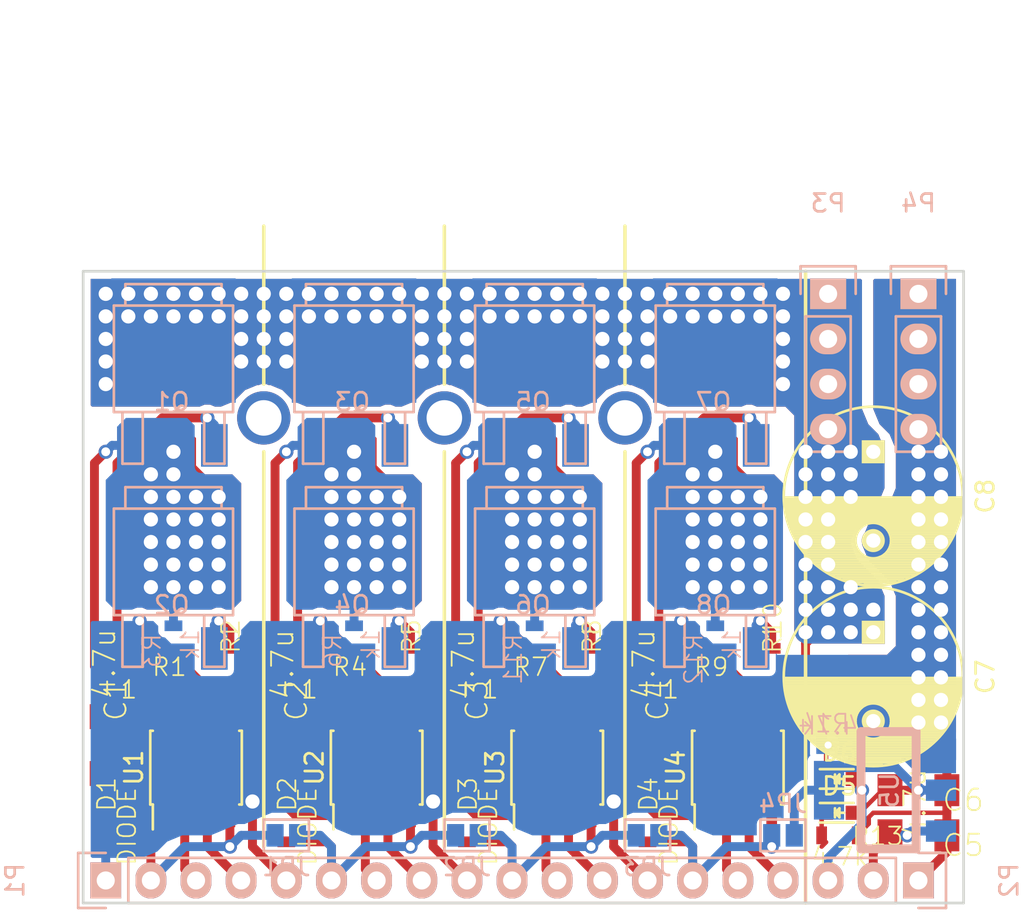
<source format=kicad_pcb>
(kicad_pcb (version 4) (host pcbnew 4.0.7)

  (general
    (links 109)
    (no_connects 0)
    (area 3.734999 5.004999 53.415001 40.715001)
    (thickness 1.6)
    (drawings 15)
    (tracks 751)
    (zones 0)
    (modules 49)
    (nets 43)
  )

  (page A4)
  (layers
    (0 F.Cu signal)
    (31 B.Cu signal)
    (32 B.Adhes user)
    (33 F.Adhes user)
    (34 B.Paste user)
    (35 F.Paste user)
    (36 B.SilkS user)
    (37 F.SilkS user)
    (38 B.Mask user)
    (39 F.Mask user)
    (40 Dwgs.User user)
    (41 Cmts.User user)
    (42 Eco1.User user)
    (43 Eco2.User user)
    (44 Edge.Cuts user)
    (45 Margin user)
    (46 B.CrtYd user)
    (47 F.CrtYd user)
    (48 B.Fab user)
    (49 F.Fab user)
  )

  (setup
    (last_trace_width 0.25)
    (user_trace_width 0.5)
    (user_trace_width 1)
    (trace_clearance 0.2)
    (zone_clearance 0.35)
    (zone_45_only no)
    (trace_min 0.2)
    (segment_width 0.2)
    (edge_width 0.15)
    (via_size 0.6)
    (via_drill 0.4)
    (via_min_size 0.4)
    (via_min_drill 0.3)
    (user_via 0.8 0.5)
    (user_via 1.2 0.8)
    (user_via 3 2)
    (uvia_size 0.3)
    (uvia_drill 0.1)
    (uvias_allowed no)
    (uvia_min_size 0.2)
    (uvia_min_drill 0.1)
    (pcb_text_width 0.3)
    (pcb_text_size 1.5 1.5)
    (mod_edge_width 0.15)
    (mod_text_size 1 1)
    (mod_text_width 0.15)
    (pad_size 1.524 1.524)
    (pad_drill 0.762)
    (pad_to_mask_clearance 0.2)
    (aux_axis_origin 0 0)
    (visible_elements 7FFDFFFF)
    (pcbplotparams
      (layerselection 0x010f0_80000001)
      (usegerberextensions false)
      (excludeedgelayer true)
      (linewidth 0.100000)
      (plotframeref false)
      (viasonmask false)
      (mode 1)
      (useauxorigin false)
      (hpglpennumber 1)
      (hpglpenspeed 20)
      (hpglpendiameter 15)
      (hpglpenoverlay 2)
      (psnegative false)
      (psa4output false)
      (plotreference false)
      (plotvalue true)
      (plotinvisibletext false)
      (padsonsilk false)
      (subtractmaskfromsilk false)
      (outputformat 1)
      (mirror false)
      (drillshape 0)
      (scaleselection 1)
      (outputdirectory ""))
  )

  (net 0 "")
  (net 1 /OUT_0)
  (net 2 "Net-(C1-Pad2)")
  (net 3 /OUT_1)
  (net 4 "Net-(C2-Pad2)")
  (net 5 "Net-(Q1-PadG)")
  (net 6 "Net-(R1-Pad2)")
  (net 7 "Net-(Q2-PadG)")
  (net 8 "Net-(R2-Pad2)")
  (net 9 "Net-(Q3-PadG)")
  (net 10 "Net-(R4-Pad2)")
  (net 11 "Net-(Q4-PadG)")
  (net 12 "Net-(R5-Pad2)")
  (net 13 /PWM_0)
  (net 14 /EN_0)
  (net 15 /PWM_1)
  (net 16 /EN_1)
  (net 17 +BATT)
  (net 18 /OUT_2)
  (net 19 "Net-(C3-Pad2)")
  (net 20 /OUT_3)
  (net 21 "Net-(C4-Pad2)")
  (net 22 /BST_0)
  (net 23 /BST_1)
  (net 24 /BST_2)
  (net 25 /BST_3)
  (net 26 GND)
  (net 27 /PWM_2)
  (net 28 /EN_2)
  (net 29 /PWM_3)
  (net 30 /EN_3)
  (net 31 "Net-(Q5-PadG)")
  (net 32 "Net-(Q6-PadG)")
  (net 33 "Net-(Q7-PadG)")
  (net 34 "Net-(Q8-PadG)")
  (net 35 "Net-(R7-Pad2)")
  (net 36 "Net-(R8-Pad2)")
  (net 37 "Net-(R9-Pad2)")
  (net 38 "Net-(R10-Pad2)")
  (net 39 +12V)
  (net 40 /regBatt)
  (net 41 "Net-(D5-Pad2)")
  (net 42 "Net-(D6-Pad2)")

  (net_class Default "これは標準のネット クラスです。"
    (clearance 0.2)
    (trace_width 0.25)
    (via_dia 0.6)
    (via_drill 0.4)
    (uvia_dia 0.3)
    (uvia_drill 0.1)
    (add_net +12V)
    (add_net +BATT)
    (add_net /BST_0)
    (add_net /BST_1)
    (add_net /BST_2)
    (add_net /BST_3)
    (add_net /EN_0)
    (add_net /EN_1)
    (add_net /EN_2)
    (add_net /EN_3)
    (add_net /OUT_0)
    (add_net /OUT_1)
    (add_net /OUT_2)
    (add_net /OUT_3)
    (add_net /PWM_0)
    (add_net /PWM_1)
    (add_net /PWM_2)
    (add_net /PWM_3)
    (add_net /regBatt)
    (add_net GND)
    (add_net "Net-(C1-Pad2)")
    (add_net "Net-(C2-Pad2)")
    (add_net "Net-(C3-Pad2)")
    (add_net "Net-(C4-Pad2)")
    (add_net "Net-(D5-Pad2)")
    (add_net "Net-(D6-Pad2)")
    (add_net "Net-(Q1-PadG)")
    (add_net "Net-(Q2-PadG)")
    (add_net "Net-(Q3-PadG)")
    (add_net "Net-(Q4-PadG)")
    (add_net "Net-(Q5-PadG)")
    (add_net "Net-(Q6-PadG)")
    (add_net "Net-(Q7-PadG)")
    (add_net "Net-(Q8-PadG)")
    (add_net "Net-(R1-Pad2)")
    (add_net "Net-(R10-Pad2)")
    (add_net "Net-(R2-Pad2)")
    (add_net "Net-(R4-Pad2)")
    (add_net "Net-(R5-Pad2)")
    (add_net "Net-(R7-Pad2)")
    (add_net "Net-(R8-Pad2)")
    (add_net "Net-(R9-Pad2)")
  )

  (module RP_KiCAD_Libs:C3216_S (layer F.Cu) (tedit 5A70369F) (tstamp 5A6EE4F7)
    (at 5.08 31.75 270)
    (descr <b>CAPACITOR</b>)
    (path /5A6EE96D)
    (fp_text reference C1 (at -1.27 -1.27 270) (layer F.SilkS)
      (effects (font (size 1.2065 1.2065) (thickness 0.1016)) (justify left bottom))
    )
    (fp_text value 4.7u (at -2.54 -0.635 270) (layer F.SilkS)
      (effects (font (size 1.2065 1.2065) (thickness 0.1016)) (justify left bottom))
    )
    (fp_line (start -0.965 -0.787) (end 0.965 -0.787) (layer Dwgs.User) (width 0.1016))
    (fp_line (start -0.965 0.787) (end 0.965 0.787) (layer Dwgs.User) (width 0.1016))
    (fp_poly (pts (xy -1.7018 0.8509) (xy -0.9517 0.8509) (xy -0.9517 -0.8491) (xy -1.7018 -0.8491)) (layer Dwgs.User) (width 0))
    (fp_poly (pts (xy 0.9517 0.8491) (xy 1.7018 0.8491) (xy 1.7018 -0.8509) (xy 0.9517 -0.8509)) (layer Dwgs.User) (width 0))
    (fp_poly (pts (xy -0.3 0.5001) (xy 0.3 0.5001) (xy 0.3 -0.5001) (xy -0.3 -0.5001)) (layer F.Adhes) (width 0))
    (pad 1 smd rect (at -1.6 0 270) (size 1.4 1.8) (layers F.Cu F.Paste F.Mask)
      (net 1 /OUT_0))
    (pad 2 smd rect (at 1.6 0 270) (size 1.4 1.8) (layers F.Cu F.Paste F.Mask)
      (net 2 "Net-(C1-Pad2)"))
    (model Resistors_SMD.3dshapes/R_1206.wrl
      (at (xyz 0 0 0))
      (scale (xyz 1 1 1))
      (rotate (xyz 0 0 0))
    )
  )

  (module RP_KiCAD_Libs:C3216_S (layer F.Cu) (tedit 59C0787B) (tstamp 5A6EE4FD)
    (at 15.24 31.75 270)
    (descr <b>CAPACITOR</b>)
    (path /5A6EEBC9)
    (fp_text reference C2 (at -1.27 -1.27 270) (layer F.SilkS)
      (effects (font (size 1.2065 1.2065) (thickness 0.1016)) (justify left bottom))
    )
    (fp_text value 4.7u (at -2.5 -0.5 270) (layer F.SilkS)
      (effects (font (size 1.2065 1.2065) (thickness 0.1016)) (justify left bottom))
    )
    (fp_line (start -0.965 -0.787) (end 0.965 -0.787) (layer Dwgs.User) (width 0.1016))
    (fp_line (start -0.965 0.787) (end 0.965 0.787) (layer Dwgs.User) (width 0.1016))
    (fp_poly (pts (xy -1.7018 0.8509) (xy -0.9517 0.8509) (xy -0.9517 -0.8491) (xy -1.7018 -0.8491)) (layer Dwgs.User) (width 0))
    (fp_poly (pts (xy 0.9517 0.8491) (xy 1.7018 0.8491) (xy 1.7018 -0.8509) (xy 0.9517 -0.8509)) (layer Dwgs.User) (width 0))
    (fp_poly (pts (xy -0.3 0.5001) (xy 0.3 0.5001) (xy 0.3 -0.5001) (xy -0.3 -0.5001)) (layer F.Adhes) (width 0))
    (pad 1 smd rect (at -1.6 0 270) (size 1.4 1.8) (layers F.Cu F.Paste F.Mask)
      (net 3 /OUT_1))
    (pad 2 smd rect (at 1.6 0 270) (size 1.4 1.8) (layers F.Cu F.Paste F.Mask)
      (net 4 "Net-(C2-Pad2)"))
    (model Resistors_SMD.3dshapes/R_1206.wrl
      (at (xyz 0 0 0))
      (scale (xyz 1 1 1))
      (rotate (xyz 0 0 0))
    )
  )

  (module RP_KiCAD_Libs:C1608_WP_S (layer F.Cu) (tedit 5A7036B1) (tstamp 5A6EE503)
    (at 5.08 36.195 270)
    (descr <b>CAPACITOR</b>)
    (path /5A6EE703)
    (fp_text reference D1 (at -0.635 -0.635 270) (layer F.SilkS)
      (effects (font (size 1 1) (thickness 0.1)) (justify left bottom))
    )
    (fp_text value DIODE (at 2.413 -1.778 270) (layer F.SilkS)
      (effects (font (size 1 1) (thickness 0.1)) (justify left bottom))
    )
    (fp_line (start -0.356 -0.432) (end 0.356 -0.432) (layer Dwgs.User) (width 0.1016))
    (fp_line (start -0.356 0.419) (end 0.356 0.419) (layer Dwgs.User) (width 0.1016))
    (fp_poly (pts (xy -0.8382 0.4699) (xy -0.3381 0.4699) (xy -0.3381 -0.4801) (xy -0.8382 -0.4801)) (layer Dwgs.User) (width 0))
    (fp_poly (pts (xy 0.3302 0.4699) (xy 0.8303 0.4699) (xy 0.8303 -0.4801) (xy 0.3302 -0.4801)) (layer Dwgs.User) (width 0))
    (fp_poly (pts (xy -0.1999 0.3) (xy 0.1999 0.3) (xy 0.1999 -0.3) (xy -0.1999 -0.3)) (layer F.Adhes) (width 0))
    (pad 1 smd rect (at -1 0 270) (size 0.6 1) (layers F.Cu F.Paste F.Mask)
      (net 2 "Net-(C1-Pad2)"))
    (pad 2 smd rect (at 1 0 270) (size 0.6 1) (layers F.Cu F.Paste F.Mask)
      (net 22 /BST_0))
    (model Resistors_SMD.3dshapes/R_0603.wrl
      (at (xyz 0 0 0))
      (scale (xyz 1 1 1))
      (rotate (xyz 0 0 0))
    )
  )

  (module RP_KiCAD_Libs:C1608_WP_S (layer F.Cu) (tedit 5A7036AC) (tstamp 5A6EE509)
    (at 15.24 36.195 270)
    (descr <b>CAPACITOR</b>)
    (path /5A6EEBE3)
    (fp_text reference D2 (at -0.635 -0.635 270) (layer F.SilkS)
      (effects (font (size 1 1) (thickness 0.1)) (justify left bottom))
    )
    (fp_text value DIODE (at 2.413 -1.778 270) (layer F.SilkS)
      (effects (font (size 1 1) (thickness 0.1)) (justify left bottom))
    )
    (fp_line (start -0.356 -0.432) (end 0.356 -0.432) (layer Dwgs.User) (width 0.1016))
    (fp_line (start -0.356 0.419) (end 0.356 0.419) (layer Dwgs.User) (width 0.1016))
    (fp_poly (pts (xy -0.8382 0.4699) (xy -0.3381 0.4699) (xy -0.3381 -0.4801) (xy -0.8382 -0.4801)) (layer Dwgs.User) (width 0))
    (fp_poly (pts (xy 0.3302 0.4699) (xy 0.8303 0.4699) (xy 0.8303 -0.4801) (xy 0.3302 -0.4801)) (layer Dwgs.User) (width 0))
    (fp_poly (pts (xy -0.1999 0.3) (xy 0.1999 0.3) (xy 0.1999 -0.3) (xy -0.1999 -0.3)) (layer F.Adhes) (width 0))
    (pad 1 smd rect (at -1 0 270) (size 0.6 1) (layers F.Cu F.Paste F.Mask)
      (net 4 "Net-(C2-Pad2)"))
    (pad 2 smd rect (at 1 0 270) (size 0.6 1) (layers F.Cu F.Paste F.Mask)
      (net 23 /BST_1))
    (model Resistors_SMD.3dshapes/R_0603.wrl
      (at (xyz 0 0 0))
      (scale (xyz 1 1 1))
      (rotate (xyz 0 0 0))
    )
  )

  (module RP_KiCAD_Libs:C1608_WP_S (layer F.Cu) (tedit 5A7036CD) (tstamp 5A6EE52B)
    (at 8.255 28.575)
    (descr <b>CAPACITOR</b>)
    (path /5A6EE406)
    (fp_text reference R1 (at -0.635 -0.635) (layer F.SilkS)
      (effects (font (size 1 1) (thickness 0.1)) (justify left bottom))
    )
    (fp_text value 1 (at -2.413 0.635) (layer F.SilkS)
      (effects (font (size 1 1) (thickness 0.1)) (justify left bottom))
    )
    (fp_line (start -0.356 -0.432) (end 0.356 -0.432) (layer Dwgs.User) (width 0.1016))
    (fp_line (start -0.356 0.419) (end 0.356 0.419) (layer Dwgs.User) (width 0.1016))
    (fp_poly (pts (xy -0.8382 0.4699) (xy -0.3381 0.4699) (xy -0.3381 -0.4801) (xy -0.8382 -0.4801)) (layer Dwgs.User) (width 0))
    (fp_poly (pts (xy 0.3302 0.4699) (xy 0.8303 0.4699) (xy 0.8303 -0.4801) (xy 0.3302 -0.4801)) (layer Dwgs.User) (width 0))
    (fp_poly (pts (xy -0.1999 0.3) (xy 0.1999 0.3) (xy 0.1999 -0.3) (xy -0.1999 -0.3)) (layer F.Adhes) (width 0))
    (pad 1 smd rect (at -1 0) (size 0.6 1) (layers F.Cu F.Paste F.Mask)
      (net 5 "Net-(Q1-PadG)"))
    (pad 2 smd rect (at 1 0) (size 0.6 1) (layers F.Cu F.Paste F.Mask)
      (net 6 "Net-(R1-Pad2)"))
    (model Resistors_SMD.3dshapes/R_0603.wrl
      (at (xyz 0 0 0))
      (scale (xyz 1 1 1))
      (rotate (xyz 0 0 0))
    )
  )

  (module RP_KiCAD_Libs:C1608_WP_S (layer F.Cu) (tedit 5A7036D0) (tstamp 5A6EE531)
    (at 12.065 27.305 270)
    (descr <b>CAPACITOR</b>)
    (path /5A6EE517)
    (fp_text reference R2 (at -0.635 -0.635 270) (layer F.SilkS)
      (effects (font (size 1 1) (thickness 0.1)) (justify left bottom))
    )
    (fp_text value 1 (at -1.397 -0.635 270) (layer F.SilkS)
      (effects (font (size 1 1) (thickness 0.1)) (justify left bottom))
    )
    (fp_line (start -0.356 -0.432) (end 0.356 -0.432) (layer Dwgs.User) (width 0.1016))
    (fp_line (start -0.356 0.419) (end 0.356 0.419) (layer Dwgs.User) (width 0.1016))
    (fp_poly (pts (xy -0.8382 0.4699) (xy -0.3381 0.4699) (xy -0.3381 -0.4801) (xy -0.8382 -0.4801)) (layer Dwgs.User) (width 0))
    (fp_poly (pts (xy 0.3302 0.4699) (xy 0.8303 0.4699) (xy 0.8303 -0.4801) (xy 0.3302 -0.4801)) (layer Dwgs.User) (width 0))
    (fp_poly (pts (xy -0.1999 0.3) (xy 0.1999 0.3) (xy 0.1999 -0.3) (xy -0.1999 -0.3)) (layer F.Adhes) (width 0))
    (pad 1 smd rect (at -1 0 270) (size 0.6 1) (layers F.Cu F.Paste F.Mask)
      (net 7 "Net-(Q2-PadG)"))
    (pad 2 smd rect (at 1 0 270) (size 0.6 1) (layers F.Cu F.Paste F.Mask)
      (net 8 "Net-(R2-Pad2)"))
    (model Resistors_SMD.3dshapes/R_0603.wrl
      (at (xyz 0 0 0))
      (scale (xyz 1 1 1))
      (rotate (xyz 0 0 0))
    )
  )

  (module RP_KiCAD_Libs:C1608_WP_S (layer B.Cu) (tedit 5A703717) (tstamp 5A6EE537)
    (at 8.89 26.035 270)
    (descr <b>CAPACITOR</b>)
    (path /5A6EE539)
    (fp_text reference R3 (at -0.635 0.635 270) (layer B.SilkS)
      (effects (font (size 1 1) (thickness 0.1)) (justify left bottom mirror))
    )
    (fp_text value 1k (at -0.889 -1.524 270) (layer B.SilkS)
      (effects (font (size 1 1) (thickness 0.1)) (justify left bottom mirror))
    )
    (fp_line (start -0.356 0.432) (end 0.356 0.432) (layer Dwgs.User) (width 0.1016))
    (fp_line (start -0.356 -0.419) (end 0.356 -0.419) (layer Dwgs.User) (width 0.1016))
    (fp_poly (pts (xy -0.8382 -0.4699) (xy -0.3381 -0.4699) (xy -0.3381 0.4801) (xy -0.8382 0.4801)) (layer Dwgs.User) (width 0))
    (fp_poly (pts (xy 0.3302 -0.4699) (xy 0.8303 -0.4699) (xy 0.8303 0.4801) (xy 0.3302 0.4801)) (layer Dwgs.User) (width 0))
    (fp_poly (pts (xy -0.1999 -0.3) (xy 0.1999 -0.3) (xy 0.1999 0.3) (xy -0.1999 0.3)) (layer B.Adhes) (width 0))
    (pad 1 smd rect (at -1 0 270) (size 0.6 1) (layers B.Cu B.Paste B.Mask)
      (net 1 /OUT_0))
    (pad 2 smd rect (at 1 0 270) (size 0.6 1) (layers B.Cu B.Paste B.Mask)
      (net 26 GND))
    (model Resistors_SMD.3dshapes/R_0603.wrl
      (at (xyz 0 0 0))
      (scale (xyz 1 1 1))
      (rotate (xyz 0 0 0))
    )
  )

  (module RP_KiCAD_Libs:C1608_WP_S (layer F.Cu) (tedit 5A7036CA) (tstamp 5A6EE53D)
    (at 18.415 28.575)
    (descr <b>CAPACITOR</b>)
    (path /5A6EEC12)
    (fp_text reference R4 (at -0.635 -0.635) (layer F.SilkS)
      (effects (font (size 1 1) (thickness 0.1)) (justify left bottom))
    )
    (fp_text value 1 (at -2.413 0.635) (layer F.SilkS)
      (effects (font (size 1 1) (thickness 0.1)) (justify left bottom))
    )
    (fp_line (start -0.356 -0.432) (end 0.356 -0.432) (layer Dwgs.User) (width 0.1016))
    (fp_line (start -0.356 0.419) (end 0.356 0.419) (layer Dwgs.User) (width 0.1016))
    (fp_poly (pts (xy -0.8382 0.4699) (xy -0.3381 0.4699) (xy -0.3381 -0.4801) (xy -0.8382 -0.4801)) (layer Dwgs.User) (width 0))
    (fp_poly (pts (xy 0.3302 0.4699) (xy 0.8303 0.4699) (xy 0.8303 -0.4801) (xy 0.3302 -0.4801)) (layer Dwgs.User) (width 0))
    (fp_poly (pts (xy -0.1999 0.3) (xy 0.1999 0.3) (xy 0.1999 -0.3) (xy -0.1999 -0.3)) (layer F.Adhes) (width 0))
    (pad 1 smd rect (at -1 0) (size 0.6 1) (layers F.Cu F.Paste F.Mask)
      (net 9 "Net-(Q3-PadG)"))
    (pad 2 smd rect (at 1 0) (size 0.6 1) (layers F.Cu F.Paste F.Mask)
      (net 10 "Net-(R4-Pad2)"))
    (model Resistors_SMD.3dshapes/R_0603.wrl
      (at (xyz 0 0 0))
      (scale (xyz 1 1 1))
      (rotate (xyz 0 0 0))
    )
  )

  (module RP_KiCAD_Libs:C1608_WP_S (layer F.Cu) (tedit 5A7036D3) (tstamp 5A6EE543)
    (at 22.225 27.305 270)
    (descr <b>CAPACITOR</b>)
    (path /5A6EEC06)
    (fp_text reference R5 (at -0.635 -0.635 270) (layer F.SilkS)
      (effects (font (size 1 1) (thickness 0.1)) (justify left bottom))
    )
    (fp_text value 1 (at -1.397 -0.635 270) (layer F.SilkS)
      (effects (font (size 1 1) (thickness 0.1)) (justify left bottom))
    )
    (fp_line (start -0.356 -0.432) (end 0.356 -0.432) (layer Dwgs.User) (width 0.1016))
    (fp_line (start -0.356 0.419) (end 0.356 0.419) (layer Dwgs.User) (width 0.1016))
    (fp_poly (pts (xy -0.8382 0.4699) (xy -0.3381 0.4699) (xy -0.3381 -0.4801) (xy -0.8382 -0.4801)) (layer Dwgs.User) (width 0))
    (fp_poly (pts (xy 0.3302 0.4699) (xy 0.8303 0.4699) (xy 0.8303 -0.4801) (xy 0.3302 -0.4801)) (layer Dwgs.User) (width 0))
    (fp_poly (pts (xy -0.1999 0.3) (xy 0.1999 0.3) (xy 0.1999 -0.3) (xy -0.1999 -0.3)) (layer F.Adhes) (width 0))
    (pad 1 smd rect (at -1 0 270) (size 0.6 1) (layers F.Cu F.Paste F.Mask)
      (net 11 "Net-(Q4-PadG)"))
    (pad 2 smd rect (at 1 0 270) (size 0.6 1) (layers F.Cu F.Paste F.Mask)
      (net 12 "Net-(R5-Pad2)"))
    (model Resistors_SMD.3dshapes/R_0603.wrl
      (at (xyz 0 0 0))
      (scale (xyz 1 1 1))
      (rotate (xyz 0 0 0))
    )
  )

  (module RP_KiCAD_Libs:C1608_WP_S (layer B.Cu) (tedit 5A703711) (tstamp 5A6EE549)
    (at 19.05 26.035 270)
    (descr <b>CAPACITOR</b>)
    (path /5A6EEBFA)
    (fp_text reference R6 (at -0.635 0.635 270) (layer B.SilkS)
      (effects (font (size 1 1) (thickness 0.1)) (justify left bottom mirror))
    )
    (fp_text value 1k (at -0.889 -1.524 270) (layer B.SilkS)
      (effects (font (size 1 1) (thickness 0.1)) (justify left bottom mirror))
    )
    (fp_line (start -0.356 0.432) (end 0.356 0.432) (layer Dwgs.User) (width 0.1016))
    (fp_line (start -0.356 -0.419) (end 0.356 -0.419) (layer Dwgs.User) (width 0.1016))
    (fp_poly (pts (xy -0.8382 -0.4699) (xy -0.3381 -0.4699) (xy -0.3381 0.4801) (xy -0.8382 0.4801)) (layer Dwgs.User) (width 0))
    (fp_poly (pts (xy 0.3302 -0.4699) (xy 0.8303 -0.4699) (xy 0.8303 0.4801) (xy 0.3302 0.4801)) (layer Dwgs.User) (width 0))
    (fp_poly (pts (xy -0.1999 -0.3) (xy 0.1999 -0.3) (xy 0.1999 0.3) (xy -0.1999 0.3)) (layer B.Adhes) (width 0))
    (pad 1 smd rect (at -1 0 270) (size 0.6 1) (layers B.Cu B.Paste B.Mask)
      (net 3 /OUT_1))
    (pad 2 smd rect (at 1 0 270) (size 0.6 1) (layers B.Cu B.Paste B.Mask)
      (net 26 GND))
    (model Resistors_SMD.3dshapes/R_0603.wrl
      (at (xyz 0 0 0))
      (scale (xyz 1 1 1))
      (rotate (xyz 0 0 0))
    )
  )

  (module Housings_SOIC:SOIC-8_3.9x4.9mm_Pitch1.27mm_S (layer F.Cu) (tedit 59C078CC) (tstamp 5A6EE555)
    (at 10.16 33.02 90)
    (descr "8-Lead Plastic Small Outline (SN) - Narrow, 3.90 mm Body [SOIC] (see Microchip Packaging Specification 00000049BS.pdf)")
    (tags "SOIC 1.27")
    (path /5A6EE3C1)
    (attr smd)
    (fp_text reference U1 (at 0 -3.5 90) (layer F.SilkS)
      (effects (font (size 1 1) (thickness 0.15)))
    )
    (fp_text value NCP5359 (at 0 3.5 90) (layer F.Fab)
      (effects (font (size 1 1) (thickness 0.15)))
    )
    (fp_line (start -3.75 -2.75) (end -3.75 2.75) (layer F.CrtYd) (width 0.05))
    (fp_line (start 3.75 -2.75) (end 3.75 2.75) (layer F.CrtYd) (width 0.05))
    (fp_line (start -3.75 -2.75) (end 3.75 -2.75) (layer F.CrtYd) (width 0.05))
    (fp_line (start -3.75 2.75) (end 3.75 2.75) (layer F.CrtYd) (width 0.05))
    (fp_line (start -2.075 -2.575) (end -2.075 -2.43) (layer F.SilkS) (width 0.15))
    (fp_line (start 2.075 -2.575) (end 2.075 -2.43) (layer F.SilkS) (width 0.15))
    (fp_line (start 2.075 2.575) (end 2.075 2.43) (layer F.SilkS) (width 0.15))
    (fp_line (start -2.075 2.575) (end -2.075 2.43) (layer F.SilkS) (width 0.15))
    (fp_line (start -2.075 -2.575) (end 2.075 -2.575) (layer F.SilkS) (width 0.15))
    (fp_line (start -2.075 2.575) (end 2.075 2.575) (layer F.SilkS) (width 0.15))
    (fp_line (start -2.075 -2.43) (end -3.475 -2.43) (layer F.SilkS) (width 0.15))
    (pad 1 smd rect (at -2.7 -1.905 90) (size 1.3 0.6) (layers F.Cu F.Paste F.Mask)
      (net 2 "Net-(C1-Pad2)"))
    (pad 2 smd rect (at -2.7 -0.635 90) (size 1.3 0.6) (layers F.Cu F.Paste F.Mask)
      (net 13 /PWM_0))
    (pad 3 smd rect (at -2.7 0.635 90) (size 1.3 0.6) (layers F.Cu F.Paste F.Mask)
      (net 14 /EN_0))
    (pad 4 smd rect (at -2.7 1.905 90) (size 1.3 0.6) (layers F.Cu F.Paste F.Mask)
      (net 22 /BST_0))
    (pad 5 smd rect (at 2.7 1.905 90) (size 1.3 0.6) (layers F.Cu F.Paste F.Mask)
      (net 8 "Net-(R2-Pad2)"))
    (pad 6 smd rect (at 2.7 0.635 90) (size 1.3 0.6) (layers F.Cu F.Paste F.Mask)
      (net 26 GND))
    (pad 7 smd rect (at 2.7 -0.635 90) (size 1.3 0.6) (layers F.Cu F.Paste F.Mask)
      (net 1 /OUT_0))
    (pad 8 smd rect (at 2.7 -1.905 90) (size 1.3 0.6) (layers F.Cu F.Paste F.Mask)
      (net 6 "Net-(R1-Pad2)"))
    (model Housings_SOIC.3dshapes/SOIC-8_3.9x4.9mm_Pitch1.27mm.wrl
      (at (xyz 0 0 0))
      (scale (xyz 1 1 1))
      (rotate (xyz 0 0 0))
    )
  )

  (module Housings_SOIC:SOIC-8_3.9x4.9mm_Pitch1.27mm_S (layer F.Cu) (tedit 59C078CC) (tstamp 5A6EE561)
    (at 20.32 33.02 90)
    (descr "8-Lead Plastic Small Outline (SN) - Narrow, 3.90 mm Body [SOIC] (see Microchip Packaging Specification 00000049BS.pdf)")
    (tags "SOIC 1.27")
    (path /5A6EEC18)
    (attr smd)
    (fp_text reference U2 (at 0 -3.5 90) (layer F.SilkS)
      (effects (font (size 1 1) (thickness 0.15)))
    )
    (fp_text value NCP5359 (at 0 3.5 90) (layer F.Fab)
      (effects (font (size 1 1) (thickness 0.15)))
    )
    (fp_line (start -3.75 -2.75) (end -3.75 2.75) (layer F.CrtYd) (width 0.05))
    (fp_line (start 3.75 -2.75) (end 3.75 2.75) (layer F.CrtYd) (width 0.05))
    (fp_line (start -3.75 -2.75) (end 3.75 -2.75) (layer F.CrtYd) (width 0.05))
    (fp_line (start -3.75 2.75) (end 3.75 2.75) (layer F.CrtYd) (width 0.05))
    (fp_line (start -2.075 -2.575) (end -2.075 -2.43) (layer F.SilkS) (width 0.15))
    (fp_line (start 2.075 -2.575) (end 2.075 -2.43) (layer F.SilkS) (width 0.15))
    (fp_line (start 2.075 2.575) (end 2.075 2.43) (layer F.SilkS) (width 0.15))
    (fp_line (start -2.075 2.575) (end -2.075 2.43) (layer F.SilkS) (width 0.15))
    (fp_line (start -2.075 -2.575) (end 2.075 -2.575) (layer F.SilkS) (width 0.15))
    (fp_line (start -2.075 2.575) (end 2.075 2.575) (layer F.SilkS) (width 0.15))
    (fp_line (start -2.075 -2.43) (end -3.475 -2.43) (layer F.SilkS) (width 0.15))
    (pad 1 smd rect (at -2.7 -1.905 90) (size 1.3 0.6) (layers F.Cu F.Paste F.Mask)
      (net 4 "Net-(C2-Pad2)"))
    (pad 2 smd rect (at -2.7 -0.635 90) (size 1.3 0.6) (layers F.Cu F.Paste F.Mask)
      (net 15 /PWM_1))
    (pad 3 smd rect (at -2.7 0.635 90) (size 1.3 0.6) (layers F.Cu F.Paste F.Mask)
      (net 16 /EN_1))
    (pad 4 smd rect (at -2.7 1.905 90) (size 1.3 0.6) (layers F.Cu F.Paste F.Mask)
      (net 23 /BST_1))
    (pad 5 smd rect (at 2.7 1.905 90) (size 1.3 0.6) (layers F.Cu F.Paste F.Mask)
      (net 12 "Net-(R5-Pad2)"))
    (pad 6 smd rect (at 2.7 0.635 90) (size 1.3 0.6) (layers F.Cu F.Paste F.Mask)
      (net 26 GND))
    (pad 7 smd rect (at 2.7 -0.635 90) (size 1.3 0.6) (layers F.Cu F.Paste F.Mask)
      (net 3 /OUT_1))
    (pad 8 smd rect (at 2.7 -1.905 90) (size 1.3 0.6) (layers F.Cu F.Paste F.Mask)
      (net 10 "Net-(R4-Pad2)"))
    (model Housings_SOIC.3dshapes/SOIC-8_3.9x4.9mm_Pitch1.27mm.wrl
      (at (xyz 0 0 0))
      (scale (xyz 1 1 1))
      (rotate (xyz 0 0 0))
    )
  )

  (module TO_SOT_Packages_SMD:SOT-428_GDS_compact (layer B.Cu) (tedit 596071B0) (tstamp 5A6EE628)
    (at 8.89 11.43 180)
    (descr SOT428)
    (path /5A6EE44F)
    (attr smd)
    (fp_text reference Q1 (at 0.09906 -1.00076 180) (layer B.SilkS)
      (effects (font (size 1 1) (thickness 0.15)) (justify mirror))
    )
    (fp_text value MOSFET_N (at -0.09906 -0.89916 180) (layer B.Fab)
      (effects (font (size 1 1) (thickness 0.15)) (justify mirror))
    )
    (fp_line (start -2.7051 4.4323) (end -2.7051 5.6261) (layer B.SilkS) (width 0.15))
    (fp_line (start -2.7051 5.6261) (end 2.7051 5.6261) (layer B.SilkS) (width 0.15))
    (fp_line (start 2.7051 5.6261) (end 2.7051 4.4196) (layer B.SilkS) (width 0.15))
    (fp_line (start 1.7272 -1.5748) (end 1.7272 -4.4831) (layer B.SilkS) (width 0.15))
    (fp_line (start 2.8702 -4.4831) (end 2.8702 -1.5748) (layer B.SilkS) (width 0.15))
    (fp_line (start 1.7272 -4.4831) (end 2.8702 -4.4831) (layer B.SilkS) (width 0.15))
    (fp_line (start -2.8702 -4.4831) (end -1.7272 -4.4831) (layer B.SilkS) (width 0.15))
    (fp_line (start -1.7272 -4.4831) (end -1.7272 -1.5748) (layer B.SilkS) (width 0.15))
    (fp_line (start -2.8702 -1.5748) (end -2.8702 -4.4831) (layer B.SilkS) (width 0.15))
    (fp_line (start 3.3528 -1.5748) (end 3.3528 4.4196) (layer B.SilkS) (width 0.15))
    (fp_line (start 3.3528 4.4196) (end -3.3528 4.4196) (layer B.SilkS) (width 0.15))
    (fp_line (start -3.3528 4.4196) (end -3.3528 -1.5748) (layer B.SilkS) (width 0.15))
    (fp_line (start 3.3528 -1.5748) (end -3.3528 -1.5748) (layer B.SilkS) (width 0.15))
    (pad G smd rect (at -2.3 -3.45 180) (size 1.5 2.4) (layers B.Cu B.Paste B.Mask)
      (net 5 "Net-(Q1-PadG)"))
    (pad S smd rect (at 2.3 -3.45 180) (size 1.5 2.4) (layers B.Cu B.Paste B.Mask)
      (net 1 /OUT_0))
    (pad D smd rect (at 0 2.44932 180) (size 7.00024 7.00024) (layers B.Cu B.Paste B.Mask)
      (net 17 +BATT))
    (model TO_SOT_Packages_SMD.3dshapes/SOT-428.wrl
      (at (xyz 0 0 0))
      (scale (xyz 1 1 1))
      (rotate (xyz 0 0 0))
    )
  )

  (module TO_SOT_Packages_SMD:SOT-428_GDS_compact (layer B.Cu) (tedit 596071B0) (tstamp 5A6EE68F)
    (at 8.89 22.86 180)
    (descr SOT428)
    (path /5A6EE51D)
    (attr smd)
    (fp_text reference Q2 (at 0.09906 -1.00076 180) (layer B.SilkS)
      (effects (font (size 1 1) (thickness 0.15)) (justify mirror))
    )
    (fp_text value MOSFET_N (at -0.09906 -0.89916 180) (layer B.Fab)
      (effects (font (size 1 1) (thickness 0.15)) (justify mirror))
    )
    (fp_line (start -2.7051 4.4323) (end -2.7051 5.6261) (layer B.SilkS) (width 0.15))
    (fp_line (start -2.7051 5.6261) (end 2.7051 5.6261) (layer B.SilkS) (width 0.15))
    (fp_line (start 2.7051 5.6261) (end 2.7051 4.4196) (layer B.SilkS) (width 0.15))
    (fp_line (start 1.7272 -1.5748) (end 1.7272 -4.4831) (layer B.SilkS) (width 0.15))
    (fp_line (start 2.8702 -4.4831) (end 2.8702 -1.5748) (layer B.SilkS) (width 0.15))
    (fp_line (start 1.7272 -4.4831) (end 2.8702 -4.4831) (layer B.SilkS) (width 0.15))
    (fp_line (start -2.8702 -4.4831) (end -1.7272 -4.4831) (layer B.SilkS) (width 0.15))
    (fp_line (start -1.7272 -4.4831) (end -1.7272 -1.5748) (layer B.SilkS) (width 0.15))
    (fp_line (start -2.8702 -1.5748) (end -2.8702 -4.4831) (layer B.SilkS) (width 0.15))
    (fp_line (start 3.3528 -1.5748) (end 3.3528 4.4196) (layer B.SilkS) (width 0.15))
    (fp_line (start 3.3528 4.4196) (end -3.3528 4.4196) (layer B.SilkS) (width 0.15))
    (fp_line (start -3.3528 4.4196) (end -3.3528 -1.5748) (layer B.SilkS) (width 0.15))
    (fp_line (start 3.3528 -1.5748) (end -3.3528 -1.5748) (layer B.SilkS) (width 0.15))
    (pad G smd rect (at -2.3 -3.45 180) (size 1.5 2.4) (layers B.Cu B.Paste B.Mask)
      (net 7 "Net-(Q2-PadG)"))
    (pad S smd rect (at 2.3 -3.45 180) (size 1.5 2.4) (layers B.Cu B.Paste B.Mask)
      (net 26 GND))
    (pad D smd rect (at 0 2.44932 180) (size 7.00024 7.00024) (layers B.Cu B.Paste B.Mask)
      (net 1 /OUT_0))
    (model TO_SOT_Packages_SMD.3dshapes/SOT-428.wrl
      (at (xyz 0 0 0))
      (scale (xyz 1 1 1))
      (rotate (xyz 0 0 0))
    )
  )

  (module TO_SOT_Packages_SMD:SOT-428_GDS_compact (layer B.Cu) (tedit 596071B0) (tstamp 5A6EE695)
    (at 19.05 11.43 180)
    (descr SOT428)
    (path /5A6EEC0C)
    (attr smd)
    (fp_text reference Q3 (at 0.09906 -1.00076 180) (layer B.SilkS)
      (effects (font (size 1 1) (thickness 0.15)) (justify mirror))
    )
    (fp_text value MOSFET_N (at -0.09906 -0.89916 180) (layer B.Fab)
      (effects (font (size 1 1) (thickness 0.15)) (justify mirror))
    )
    (fp_line (start -2.7051 4.4323) (end -2.7051 5.6261) (layer B.SilkS) (width 0.15))
    (fp_line (start -2.7051 5.6261) (end 2.7051 5.6261) (layer B.SilkS) (width 0.15))
    (fp_line (start 2.7051 5.6261) (end 2.7051 4.4196) (layer B.SilkS) (width 0.15))
    (fp_line (start 1.7272 -1.5748) (end 1.7272 -4.4831) (layer B.SilkS) (width 0.15))
    (fp_line (start 2.8702 -4.4831) (end 2.8702 -1.5748) (layer B.SilkS) (width 0.15))
    (fp_line (start 1.7272 -4.4831) (end 2.8702 -4.4831) (layer B.SilkS) (width 0.15))
    (fp_line (start -2.8702 -4.4831) (end -1.7272 -4.4831) (layer B.SilkS) (width 0.15))
    (fp_line (start -1.7272 -4.4831) (end -1.7272 -1.5748) (layer B.SilkS) (width 0.15))
    (fp_line (start -2.8702 -1.5748) (end -2.8702 -4.4831) (layer B.SilkS) (width 0.15))
    (fp_line (start 3.3528 -1.5748) (end 3.3528 4.4196) (layer B.SilkS) (width 0.15))
    (fp_line (start 3.3528 4.4196) (end -3.3528 4.4196) (layer B.SilkS) (width 0.15))
    (fp_line (start -3.3528 4.4196) (end -3.3528 -1.5748) (layer B.SilkS) (width 0.15))
    (fp_line (start 3.3528 -1.5748) (end -3.3528 -1.5748) (layer B.SilkS) (width 0.15))
    (pad G smd rect (at -2.3 -3.45 180) (size 1.5 2.4) (layers B.Cu B.Paste B.Mask)
      (net 9 "Net-(Q3-PadG)"))
    (pad S smd rect (at 2.3 -3.45 180) (size 1.5 2.4) (layers B.Cu B.Paste B.Mask)
      (net 3 /OUT_1))
    (pad D smd rect (at 0 2.44932 180) (size 7.00024 7.00024) (layers B.Cu B.Paste B.Mask)
      (net 17 +BATT))
    (model TO_SOT_Packages_SMD.3dshapes/SOT-428.wrl
      (at (xyz 0 0 0))
      (scale (xyz 1 1 1))
      (rotate (xyz 0 0 0))
    )
  )

  (module TO_SOT_Packages_SMD:SOT-428_GDS_compact (layer B.Cu) (tedit 596071B0) (tstamp 5A6EE69B)
    (at 19.05 22.86 180)
    (descr SOT428)
    (path /5A6EEC00)
    (attr smd)
    (fp_text reference Q4 (at 0.09906 -1.00076 180) (layer B.SilkS)
      (effects (font (size 1 1) (thickness 0.15)) (justify mirror))
    )
    (fp_text value MOSFET_N (at -0.09906 -0.89916 180) (layer B.Fab)
      (effects (font (size 1 1) (thickness 0.15)) (justify mirror))
    )
    (fp_line (start -2.7051 4.4323) (end -2.7051 5.6261) (layer B.SilkS) (width 0.15))
    (fp_line (start -2.7051 5.6261) (end 2.7051 5.6261) (layer B.SilkS) (width 0.15))
    (fp_line (start 2.7051 5.6261) (end 2.7051 4.4196) (layer B.SilkS) (width 0.15))
    (fp_line (start 1.7272 -1.5748) (end 1.7272 -4.4831) (layer B.SilkS) (width 0.15))
    (fp_line (start 2.8702 -4.4831) (end 2.8702 -1.5748) (layer B.SilkS) (width 0.15))
    (fp_line (start 1.7272 -4.4831) (end 2.8702 -4.4831) (layer B.SilkS) (width 0.15))
    (fp_line (start -2.8702 -4.4831) (end -1.7272 -4.4831) (layer B.SilkS) (width 0.15))
    (fp_line (start -1.7272 -4.4831) (end -1.7272 -1.5748) (layer B.SilkS) (width 0.15))
    (fp_line (start -2.8702 -1.5748) (end -2.8702 -4.4831) (layer B.SilkS) (width 0.15))
    (fp_line (start 3.3528 -1.5748) (end 3.3528 4.4196) (layer B.SilkS) (width 0.15))
    (fp_line (start 3.3528 4.4196) (end -3.3528 4.4196) (layer B.SilkS) (width 0.15))
    (fp_line (start -3.3528 4.4196) (end -3.3528 -1.5748) (layer B.SilkS) (width 0.15))
    (fp_line (start 3.3528 -1.5748) (end -3.3528 -1.5748) (layer B.SilkS) (width 0.15))
    (pad G smd rect (at -2.3 -3.45 180) (size 1.5 2.4) (layers B.Cu B.Paste B.Mask)
      (net 11 "Net-(Q4-PadG)"))
    (pad S smd rect (at 2.3 -3.45 180) (size 1.5 2.4) (layers B.Cu B.Paste B.Mask)
      (net 26 GND))
    (pad D smd rect (at 0 2.44932 180) (size 7.00024 7.00024) (layers B.Cu B.Paste B.Mask)
      (net 3 /OUT_1))
    (model TO_SOT_Packages_SMD.3dshapes/SOT-428.wrl
      (at (xyz 0 0 0))
      (scale (xyz 1 1 1))
      (rotate (xyz 0 0 0))
    )
  )

  (module RP_KiCAD_Libs:C3216_S (layer F.Cu) (tedit 59C0787B) (tstamp 5A6EE794)
    (at 25.4 31.75 270)
    (descr <b>CAPACITOR</b>)
    (path /5A6F0435)
    (fp_text reference C3 (at -1.27 -1.27 270) (layer F.SilkS)
      (effects (font (size 1.2065 1.2065) (thickness 0.1016)) (justify left bottom))
    )
    (fp_text value 4.7u (at -2.5 -0.5 270) (layer F.SilkS)
      (effects (font (size 1.2065 1.2065) (thickness 0.1016)) (justify left bottom))
    )
    (fp_line (start -0.965 -0.787) (end 0.965 -0.787) (layer Dwgs.User) (width 0.1016))
    (fp_line (start -0.965 0.787) (end 0.965 0.787) (layer Dwgs.User) (width 0.1016))
    (fp_poly (pts (xy -1.7018 0.8509) (xy -0.9517 0.8509) (xy -0.9517 -0.8491) (xy -1.7018 -0.8491)) (layer Dwgs.User) (width 0))
    (fp_poly (pts (xy 0.9517 0.8491) (xy 1.7018 0.8491) (xy 1.7018 -0.8509) (xy 0.9517 -0.8509)) (layer Dwgs.User) (width 0))
    (fp_poly (pts (xy -0.3 0.5001) (xy 0.3 0.5001) (xy 0.3 -0.5001) (xy -0.3 -0.5001)) (layer F.Adhes) (width 0))
    (pad 1 smd rect (at -1.6 0 270) (size 1.4 1.8) (layers F.Cu F.Paste F.Mask)
      (net 18 /OUT_2))
    (pad 2 smd rect (at 1.6 0 270) (size 1.4 1.8) (layers F.Cu F.Paste F.Mask)
      (net 19 "Net-(C3-Pad2)"))
    (model Resistors_SMD.3dshapes/R_1206.wrl
      (at (xyz 0 0 0))
      (scale (xyz 1 1 1))
      (rotate (xyz 0 0 0))
    )
  )

  (module RP_KiCAD_Libs:C3216_S (layer F.Cu) (tedit 59C0787B) (tstamp 5A6EE79A)
    (at 35.56 31.75 270)
    (descr <b>CAPACITOR</b>)
    (path /5A6F048F)
    (fp_text reference C4 (at -1.27 -1.27 270) (layer F.SilkS)
      (effects (font (size 1.2065 1.2065) (thickness 0.1016)) (justify left bottom))
    )
    (fp_text value 4.7u (at -2.5 -0.5 270) (layer F.SilkS)
      (effects (font (size 1.2065 1.2065) (thickness 0.1016)) (justify left bottom))
    )
    (fp_line (start -0.965 -0.787) (end 0.965 -0.787) (layer Dwgs.User) (width 0.1016))
    (fp_line (start -0.965 0.787) (end 0.965 0.787) (layer Dwgs.User) (width 0.1016))
    (fp_poly (pts (xy -1.7018 0.8509) (xy -0.9517 0.8509) (xy -0.9517 -0.8491) (xy -1.7018 -0.8491)) (layer Dwgs.User) (width 0))
    (fp_poly (pts (xy 0.9517 0.8491) (xy 1.7018 0.8491) (xy 1.7018 -0.8509) (xy 0.9517 -0.8509)) (layer Dwgs.User) (width 0))
    (fp_poly (pts (xy -0.3 0.5001) (xy 0.3 0.5001) (xy 0.3 -0.5001) (xy -0.3 -0.5001)) (layer F.Adhes) (width 0))
    (pad 1 smd rect (at -1.6 0 270) (size 1.4 1.8) (layers F.Cu F.Paste F.Mask)
      (net 20 /OUT_3))
    (pad 2 smd rect (at 1.6 0 270) (size 1.4 1.8) (layers F.Cu F.Paste F.Mask)
      (net 21 "Net-(C4-Pad2)"))
    (model Resistors_SMD.3dshapes/R_1206.wrl
      (at (xyz 0 0 0))
      (scale (xyz 1 1 1))
      (rotate (xyz 0 0 0))
    )
  )

  (module RP_KiCAD_Libs:C1608_WP_S (layer F.Cu) (tedit 5A7036B4) (tstamp 5A6EE7A0)
    (at 25.4 36.195 270)
    (descr <b>CAPACITOR</b>)
    (path /5A6F044F)
    (fp_text reference D3 (at -0.635 -0.635 270) (layer F.SilkS)
      (effects (font (size 1 1) (thickness 0.1)) (justify left bottom))
    )
    (fp_text value DIODE (at 2.413 -1.778 270) (layer F.SilkS)
      (effects (font (size 1 1) (thickness 0.1)) (justify left bottom))
    )
    (fp_line (start -0.356 -0.432) (end 0.356 -0.432) (layer Dwgs.User) (width 0.1016))
    (fp_line (start -0.356 0.419) (end 0.356 0.419) (layer Dwgs.User) (width 0.1016))
    (fp_poly (pts (xy -0.8382 0.4699) (xy -0.3381 0.4699) (xy -0.3381 -0.4801) (xy -0.8382 -0.4801)) (layer Dwgs.User) (width 0))
    (fp_poly (pts (xy 0.3302 0.4699) (xy 0.8303 0.4699) (xy 0.8303 -0.4801) (xy 0.3302 -0.4801)) (layer Dwgs.User) (width 0))
    (fp_poly (pts (xy -0.1999 0.3) (xy 0.1999 0.3) (xy 0.1999 -0.3) (xy -0.1999 -0.3)) (layer F.Adhes) (width 0))
    (pad 1 smd rect (at -1 0 270) (size 0.6 1) (layers F.Cu F.Paste F.Mask)
      (net 19 "Net-(C3-Pad2)"))
    (pad 2 smd rect (at 1 0 270) (size 0.6 1) (layers F.Cu F.Paste F.Mask)
      (net 24 /BST_2))
    (model Resistors_SMD.3dshapes/R_0603.wrl
      (at (xyz 0 0 0))
      (scale (xyz 1 1 1))
      (rotate (xyz 0 0 0))
    )
  )

  (module RP_KiCAD_Libs:C1608_WP_S (layer F.Cu) (tedit 5A7036B8) (tstamp 5A6EE7A6)
    (at 35.56 36.195 270)
    (descr <b>CAPACITOR</b>)
    (path /5A6F04A9)
    (fp_text reference D4 (at -0.635 -0.635 270) (layer F.SilkS)
      (effects (font (size 1 1) (thickness 0.1)) (justify left bottom))
    )
    (fp_text value DIODE (at 2.413 -1.778 270) (layer F.SilkS)
      (effects (font (size 1 1) (thickness 0.1)) (justify left bottom))
    )
    (fp_line (start -0.356 -0.432) (end 0.356 -0.432) (layer Dwgs.User) (width 0.1016))
    (fp_line (start -0.356 0.419) (end 0.356 0.419) (layer Dwgs.User) (width 0.1016))
    (fp_poly (pts (xy -0.8382 0.4699) (xy -0.3381 0.4699) (xy -0.3381 -0.4801) (xy -0.8382 -0.4801)) (layer Dwgs.User) (width 0))
    (fp_poly (pts (xy 0.3302 0.4699) (xy 0.8303 0.4699) (xy 0.8303 -0.4801) (xy 0.3302 -0.4801)) (layer Dwgs.User) (width 0))
    (fp_poly (pts (xy -0.1999 0.3) (xy 0.1999 0.3) (xy 0.1999 -0.3) (xy -0.1999 -0.3)) (layer F.Adhes) (width 0))
    (pad 1 smd rect (at -1 0 270) (size 0.6 1) (layers F.Cu F.Paste F.Mask)
      (net 21 "Net-(C4-Pad2)"))
    (pad 2 smd rect (at 1 0 270) (size 0.6 1) (layers F.Cu F.Paste F.Mask)
      (net 25 /BST_3))
    (model Resistors_SMD.3dshapes/R_0603.wrl
      (at (xyz 0 0 0))
      (scale (xyz 1 1 1))
      (rotate (xyz 0 0 0))
    )
  )

  (module Pin_Headers:Pin_Header_Straight_1x16 (layer B.Cu) (tedit 0) (tstamp 5A6EE7BA)
    (at 5.08 39.37 270)
    (descr "Through hole pin header")
    (tags "pin header")
    (path /5A6EF2AC)
    (fp_text reference P1 (at 0 5.1 270) (layer B.SilkS)
      (effects (font (size 1 1) (thickness 0.15)) (justify mirror))
    )
    (fp_text value CONN_01X16 (at 0 3.1 270) (layer B.Fab)
      (effects (font (size 1 1) (thickness 0.15)) (justify mirror))
    )
    (fp_line (start -1.75 1.75) (end -1.75 -39.85) (layer B.CrtYd) (width 0.05))
    (fp_line (start 1.75 1.75) (end 1.75 -39.85) (layer B.CrtYd) (width 0.05))
    (fp_line (start -1.75 1.75) (end 1.75 1.75) (layer B.CrtYd) (width 0.05))
    (fp_line (start -1.75 -39.85) (end 1.75 -39.85) (layer B.CrtYd) (width 0.05))
    (fp_line (start -1.27 -1.27) (end -1.27 -39.37) (layer B.SilkS) (width 0.15))
    (fp_line (start -1.27 -39.37) (end 1.27 -39.37) (layer B.SilkS) (width 0.15))
    (fp_line (start 1.27 -39.37) (end 1.27 -1.27) (layer B.SilkS) (width 0.15))
    (fp_line (start 1.55 1.55) (end 1.55 0) (layer B.SilkS) (width 0.15))
    (fp_line (start 1.27 -1.27) (end -1.27 -1.27) (layer B.SilkS) (width 0.15))
    (fp_line (start -1.55 0) (end -1.55 1.55) (layer B.SilkS) (width 0.15))
    (fp_line (start -1.55 1.55) (end 1.55 1.55) (layer B.SilkS) (width 0.15))
    (pad 1 thru_hole rect (at 0 0 270) (size 2.032 1.7272) (drill 1.016) (layers *.Cu *.Mask B.SilkS)
      (net 26 GND))
    (pad 2 thru_hole oval (at 0 -2.54 270) (size 2.032 1.7272) (drill 1.016) (layers *.Cu *.Mask B.SilkS)
      (net 22 /BST_0))
    (pad 3 thru_hole oval (at 0 -5.08 270) (size 2.032 1.7272) (drill 1.016) (layers *.Cu *.Mask B.SilkS)
      (net 13 /PWM_0))
    (pad 4 thru_hole oval (at 0 -7.62 270) (size 2.032 1.7272) (drill 1.016) (layers *.Cu *.Mask B.SilkS)
      (net 14 /EN_0))
    (pad 5 thru_hole oval (at 0 -10.16 270) (size 2.032 1.7272) (drill 1.016) (layers *.Cu *.Mask B.SilkS)
      (net 26 GND))
    (pad 6 thru_hole oval (at 0 -12.7 270) (size 2.032 1.7272) (drill 1.016) (layers *.Cu *.Mask B.SilkS)
      (net 23 /BST_1))
    (pad 7 thru_hole oval (at 0 -15.24 270) (size 2.032 1.7272) (drill 1.016) (layers *.Cu *.Mask B.SilkS)
      (net 15 /PWM_1))
    (pad 8 thru_hole oval (at 0 -17.78 270) (size 2.032 1.7272) (drill 1.016) (layers *.Cu *.Mask B.SilkS)
      (net 16 /EN_1))
    (pad 9 thru_hole oval (at 0 -20.32 270) (size 2.032 1.7272) (drill 1.016) (layers *.Cu *.Mask B.SilkS)
      (net 26 GND))
    (pad 10 thru_hole oval (at 0 -22.86 270) (size 2.032 1.7272) (drill 1.016) (layers *.Cu *.Mask B.SilkS)
      (net 24 /BST_2))
    (pad 11 thru_hole oval (at 0 -25.4 270) (size 2.032 1.7272) (drill 1.016) (layers *.Cu *.Mask B.SilkS)
      (net 27 /PWM_2))
    (pad 12 thru_hole oval (at 0 -27.94 270) (size 2.032 1.7272) (drill 1.016) (layers *.Cu *.Mask B.SilkS)
      (net 28 /EN_2))
    (pad 13 thru_hole oval (at 0 -30.48 270) (size 2.032 1.7272) (drill 1.016) (layers *.Cu *.Mask B.SilkS)
      (net 26 GND))
    (pad 14 thru_hole oval (at 0 -33.02 270) (size 2.032 1.7272) (drill 1.016) (layers *.Cu *.Mask B.SilkS)
      (net 25 /BST_3))
    (pad 15 thru_hole oval (at 0 -35.56 270) (size 2.032 1.7272) (drill 1.016) (layers *.Cu *.Mask B.SilkS)
      (net 29 /PWM_3))
    (pad 16 thru_hole oval (at 0 -38.1 270) (size 2.032 1.7272) (drill 1.016) (layers *.Cu *.Mask B.SilkS)
      (net 30 /EN_3))
    (model Pin_Headers.3dshapes/Pin_Header_Straight_1x16.wrl
      (at (xyz 0 -0.75 0))
      (scale (xyz 1 1 1))
      (rotate (xyz 0 0 90))
    )
  )

  (module TO_SOT_Packages_SMD:SOT-428_GDS_compact (layer B.Cu) (tedit 596071B0) (tstamp 5A6EE7C1)
    (at 29.21 11.43 180)
    (descr SOT428)
    (path /5A6F0478)
    (attr smd)
    (fp_text reference Q5 (at 0.09906 -1.00076 180) (layer B.SilkS)
      (effects (font (size 1 1) (thickness 0.15)) (justify mirror))
    )
    (fp_text value MOSFET_N (at -0.09906 -0.89916 180) (layer B.Fab)
      (effects (font (size 1 1) (thickness 0.15)) (justify mirror))
    )
    (fp_line (start -2.7051 4.4323) (end -2.7051 5.6261) (layer B.SilkS) (width 0.15))
    (fp_line (start -2.7051 5.6261) (end 2.7051 5.6261) (layer B.SilkS) (width 0.15))
    (fp_line (start 2.7051 5.6261) (end 2.7051 4.4196) (layer B.SilkS) (width 0.15))
    (fp_line (start 1.7272 -1.5748) (end 1.7272 -4.4831) (layer B.SilkS) (width 0.15))
    (fp_line (start 2.8702 -4.4831) (end 2.8702 -1.5748) (layer B.SilkS) (width 0.15))
    (fp_line (start 1.7272 -4.4831) (end 2.8702 -4.4831) (layer B.SilkS) (width 0.15))
    (fp_line (start -2.8702 -4.4831) (end -1.7272 -4.4831) (layer B.SilkS) (width 0.15))
    (fp_line (start -1.7272 -4.4831) (end -1.7272 -1.5748) (layer B.SilkS) (width 0.15))
    (fp_line (start -2.8702 -1.5748) (end -2.8702 -4.4831) (layer B.SilkS) (width 0.15))
    (fp_line (start 3.3528 -1.5748) (end 3.3528 4.4196) (layer B.SilkS) (width 0.15))
    (fp_line (start 3.3528 4.4196) (end -3.3528 4.4196) (layer B.SilkS) (width 0.15))
    (fp_line (start -3.3528 4.4196) (end -3.3528 -1.5748) (layer B.SilkS) (width 0.15))
    (fp_line (start 3.3528 -1.5748) (end -3.3528 -1.5748) (layer B.SilkS) (width 0.15))
    (pad G smd rect (at -2.3 -3.45 180) (size 1.5 2.4) (layers B.Cu B.Paste B.Mask)
      (net 31 "Net-(Q5-PadG)"))
    (pad S smd rect (at 2.3 -3.45 180) (size 1.5 2.4) (layers B.Cu B.Paste B.Mask)
      (net 18 /OUT_2))
    (pad D smd rect (at 0 2.44932 180) (size 7.00024 7.00024) (layers B.Cu B.Paste B.Mask)
      (net 17 +BATT))
    (model TO_SOT_Packages_SMD.3dshapes/SOT-428.wrl
      (at (xyz 0 0 0))
      (scale (xyz 1 1 1))
      (rotate (xyz 0 0 0))
    )
  )

  (module TO_SOT_Packages_SMD:SOT-428_GDS_compact (layer B.Cu) (tedit 596071B0) (tstamp 5A6EE7C8)
    (at 29.21 22.86 180)
    (descr SOT428)
    (path /5A6F046C)
    (attr smd)
    (fp_text reference Q6 (at 0.09906 -1.00076 180) (layer B.SilkS)
      (effects (font (size 1 1) (thickness 0.15)) (justify mirror))
    )
    (fp_text value MOSFET_N (at -0.09906 -0.89916 180) (layer B.Fab)
      (effects (font (size 1 1) (thickness 0.15)) (justify mirror))
    )
    (fp_line (start -2.7051 4.4323) (end -2.7051 5.6261) (layer B.SilkS) (width 0.15))
    (fp_line (start -2.7051 5.6261) (end 2.7051 5.6261) (layer B.SilkS) (width 0.15))
    (fp_line (start 2.7051 5.6261) (end 2.7051 4.4196) (layer B.SilkS) (width 0.15))
    (fp_line (start 1.7272 -1.5748) (end 1.7272 -4.4831) (layer B.SilkS) (width 0.15))
    (fp_line (start 2.8702 -4.4831) (end 2.8702 -1.5748) (layer B.SilkS) (width 0.15))
    (fp_line (start 1.7272 -4.4831) (end 2.8702 -4.4831) (layer B.SilkS) (width 0.15))
    (fp_line (start -2.8702 -4.4831) (end -1.7272 -4.4831) (layer B.SilkS) (width 0.15))
    (fp_line (start -1.7272 -4.4831) (end -1.7272 -1.5748) (layer B.SilkS) (width 0.15))
    (fp_line (start -2.8702 -1.5748) (end -2.8702 -4.4831) (layer B.SilkS) (width 0.15))
    (fp_line (start 3.3528 -1.5748) (end 3.3528 4.4196) (layer B.SilkS) (width 0.15))
    (fp_line (start 3.3528 4.4196) (end -3.3528 4.4196) (layer B.SilkS) (width 0.15))
    (fp_line (start -3.3528 4.4196) (end -3.3528 -1.5748) (layer B.SilkS) (width 0.15))
    (fp_line (start 3.3528 -1.5748) (end -3.3528 -1.5748) (layer B.SilkS) (width 0.15))
    (pad G smd rect (at -2.3 -3.45 180) (size 1.5 2.4) (layers B.Cu B.Paste B.Mask)
      (net 32 "Net-(Q6-PadG)"))
    (pad S smd rect (at 2.3 -3.45 180) (size 1.5 2.4) (layers B.Cu B.Paste B.Mask)
      (net 26 GND))
    (pad D smd rect (at 0 2.44932 180) (size 7.00024 7.00024) (layers B.Cu B.Paste B.Mask)
      (net 18 /OUT_2))
    (model TO_SOT_Packages_SMD.3dshapes/SOT-428.wrl
      (at (xyz 0 0 0))
      (scale (xyz 1 1 1))
      (rotate (xyz 0 0 0))
    )
  )

  (module TO_SOT_Packages_SMD:SOT-428_GDS_compact (layer B.Cu) (tedit 596071B0) (tstamp 5A6EE7CF)
    (at 39.37 11.43 180)
    (descr SOT428)
    (path /5A6F04D2)
    (attr smd)
    (fp_text reference Q7 (at 0.09906 -1.00076 180) (layer B.SilkS)
      (effects (font (size 1 1) (thickness 0.15)) (justify mirror))
    )
    (fp_text value MOSFET_N (at -0.09906 -0.89916 180) (layer B.Fab)
      (effects (font (size 1 1) (thickness 0.15)) (justify mirror))
    )
    (fp_line (start -2.7051 4.4323) (end -2.7051 5.6261) (layer B.SilkS) (width 0.15))
    (fp_line (start -2.7051 5.6261) (end 2.7051 5.6261) (layer B.SilkS) (width 0.15))
    (fp_line (start 2.7051 5.6261) (end 2.7051 4.4196) (layer B.SilkS) (width 0.15))
    (fp_line (start 1.7272 -1.5748) (end 1.7272 -4.4831) (layer B.SilkS) (width 0.15))
    (fp_line (start 2.8702 -4.4831) (end 2.8702 -1.5748) (layer B.SilkS) (width 0.15))
    (fp_line (start 1.7272 -4.4831) (end 2.8702 -4.4831) (layer B.SilkS) (width 0.15))
    (fp_line (start -2.8702 -4.4831) (end -1.7272 -4.4831) (layer B.SilkS) (width 0.15))
    (fp_line (start -1.7272 -4.4831) (end -1.7272 -1.5748) (layer B.SilkS) (width 0.15))
    (fp_line (start -2.8702 -1.5748) (end -2.8702 -4.4831) (layer B.SilkS) (width 0.15))
    (fp_line (start 3.3528 -1.5748) (end 3.3528 4.4196) (layer B.SilkS) (width 0.15))
    (fp_line (start 3.3528 4.4196) (end -3.3528 4.4196) (layer B.SilkS) (width 0.15))
    (fp_line (start -3.3528 4.4196) (end -3.3528 -1.5748) (layer B.SilkS) (width 0.15))
    (fp_line (start 3.3528 -1.5748) (end -3.3528 -1.5748) (layer B.SilkS) (width 0.15))
    (pad G smd rect (at -2.3 -3.45 180) (size 1.5 2.4) (layers B.Cu B.Paste B.Mask)
      (net 33 "Net-(Q7-PadG)"))
    (pad S smd rect (at 2.3 -3.45 180) (size 1.5 2.4) (layers B.Cu B.Paste B.Mask)
      (net 20 /OUT_3))
    (pad D smd rect (at 0 2.44932 180) (size 7.00024 7.00024) (layers B.Cu B.Paste B.Mask)
      (net 17 +BATT))
    (model TO_SOT_Packages_SMD.3dshapes/SOT-428.wrl
      (at (xyz 0 0 0))
      (scale (xyz 1 1 1))
      (rotate (xyz 0 0 0))
    )
  )

  (module TO_SOT_Packages_SMD:SOT-428_GDS_compact (layer B.Cu) (tedit 596071B0) (tstamp 5A6EE7D6)
    (at 39.37 22.86 180)
    (descr SOT428)
    (path /5A6F04C6)
    (attr smd)
    (fp_text reference Q8 (at 0.09906 -1.00076 180) (layer B.SilkS)
      (effects (font (size 1 1) (thickness 0.15)) (justify mirror))
    )
    (fp_text value MOSFET_N (at -0.09906 -0.89916 180) (layer B.Fab)
      (effects (font (size 1 1) (thickness 0.15)) (justify mirror))
    )
    (fp_line (start -2.7051 4.4323) (end -2.7051 5.6261) (layer B.SilkS) (width 0.15))
    (fp_line (start -2.7051 5.6261) (end 2.7051 5.6261) (layer B.SilkS) (width 0.15))
    (fp_line (start 2.7051 5.6261) (end 2.7051 4.4196) (layer B.SilkS) (width 0.15))
    (fp_line (start 1.7272 -1.5748) (end 1.7272 -4.4831) (layer B.SilkS) (width 0.15))
    (fp_line (start 2.8702 -4.4831) (end 2.8702 -1.5748) (layer B.SilkS) (width 0.15))
    (fp_line (start 1.7272 -4.4831) (end 2.8702 -4.4831) (layer B.SilkS) (width 0.15))
    (fp_line (start -2.8702 -4.4831) (end -1.7272 -4.4831) (layer B.SilkS) (width 0.15))
    (fp_line (start -1.7272 -4.4831) (end -1.7272 -1.5748) (layer B.SilkS) (width 0.15))
    (fp_line (start -2.8702 -1.5748) (end -2.8702 -4.4831) (layer B.SilkS) (width 0.15))
    (fp_line (start 3.3528 -1.5748) (end 3.3528 4.4196) (layer B.SilkS) (width 0.15))
    (fp_line (start 3.3528 4.4196) (end -3.3528 4.4196) (layer B.SilkS) (width 0.15))
    (fp_line (start -3.3528 4.4196) (end -3.3528 -1.5748) (layer B.SilkS) (width 0.15))
    (fp_line (start 3.3528 -1.5748) (end -3.3528 -1.5748) (layer B.SilkS) (width 0.15))
    (pad G smd rect (at -2.3 -3.45 180) (size 1.5 2.4) (layers B.Cu B.Paste B.Mask)
      (net 34 "Net-(Q8-PadG)"))
    (pad S smd rect (at 2.3 -3.45 180) (size 1.5 2.4) (layers B.Cu B.Paste B.Mask)
      (net 26 GND))
    (pad D smd rect (at 0 2.44932 180) (size 7.00024 7.00024) (layers B.Cu B.Paste B.Mask)
      (net 20 /OUT_3))
    (model TO_SOT_Packages_SMD.3dshapes/SOT-428.wrl
      (at (xyz 0 0 0))
      (scale (xyz 1 1 1))
      (rotate (xyz 0 0 0))
    )
  )

  (module RP_KiCAD_Libs:C1608_WP_S (layer F.Cu) (tedit 5A7036D7) (tstamp 5A6EE7DC)
    (at 28.575 28.575)
    (descr <b>CAPACITOR</b>)
    (path /5A6F047E)
    (fp_text reference R7 (at -0.635 -0.635) (layer F.SilkS)
      (effects (font (size 1 1) (thickness 0.1)) (justify left bottom))
    )
    (fp_text value 1 (at -2.413 0.635) (layer F.SilkS)
      (effects (font (size 1 1) (thickness 0.1)) (justify left bottom))
    )
    (fp_line (start -0.356 -0.432) (end 0.356 -0.432) (layer Dwgs.User) (width 0.1016))
    (fp_line (start -0.356 0.419) (end 0.356 0.419) (layer Dwgs.User) (width 0.1016))
    (fp_poly (pts (xy -0.8382 0.4699) (xy -0.3381 0.4699) (xy -0.3381 -0.4801) (xy -0.8382 -0.4801)) (layer Dwgs.User) (width 0))
    (fp_poly (pts (xy 0.3302 0.4699) (xy 0.8303 0.4699) (xy 0.8303 -0.4801) (xy 0.3302 -0.4801)) (layer Dwgs.User) (width 0))
    (fp_poly (pts (xy -0.1999 0.3) (xy 0.1999 0.3) (xy 0.1999 -0.3) (xy -0.1999 -0.3)) (layer F.Adhes) (width 0))
    (pad 1 smd rect (at -1 0) (size 0.6 1) (layers F.Cu F.Paste F.Mask)
      (net 31 "Net-(Q5-PadG)"))
    (pad 2 smd rect (at 1 0) (size 0.6 1) (layers F.Cu F.Paste F.Mask)
      (net 35 "Net-(R7-Pad2)"))
    (model Resistors_SMD.3dshapes/R_0603.wrl
      (at (xyz 0 0 0))
      (scale (xyz 1 1 1))
      (rotate (xyz 0 0 0))
    )
  )

  (module RP_KiCAD_Libs:C1608_WP_S (layer F.Cu) (tedit 5A7036DA) (tstamp 5A6EE7E2)
    (at 32.385 27.305 270)
    (descr <b>CAPACITOR</b>)
    (path /5A6F0472)
    (fp_text reference R8 (at -0.635 -0.635 270) (layer F.SilkS)
      (effects (font (size 1 1) (thickness 0.1)) (justify left bottom))
    )
    (fp_text value 1 (at -1.397 -0.635 270) (layer F.SilkS)
      (effects (font (size 1 1) (thickness 0.1)) (justify left bottom))
    )
    (fp_line (start -0.356 -0.432) (end 0.356 -0.432) (layer Dwgs.User) (width 0.1016))
    (fp_line (start -0.356 0.419) (end 0.356 0.419) (layer Dwgs.User) (width 0.1016))
    (fp_poly (pts (xy -0.8382 0.4699) (xy -0.3381 0.4699) (xy -0.3381 -0.4801) (xy -0.8382 -0.4801)) (layer Dwgs.User) (width 0))
    (fp_poly (pts (xy 0.3302 0.4699) (xy 0.8303 0.4699) (xy 0.8303 -0.4801) (xy 0.3302 -0.4801)) (layer Dwgs.User) (width 0))
    (fp_poly (pts (xy -0.1999 0.3) (xy 0.1999 0.3) (xy 0.1999 -0.3) (xy -0.1999 -0.3)) (layer F.Adhes) (width 0))
    (pad 1 smd rect (at -1 0 270) (size 0.6 1) (layers F.Cu F.Paste F.Mask)
      (net 32 "Net-(Q6-PadG)"))
    (pad 2 smd rect (at 1 0 270) (size 0.6 1) (layers F.Cu F.Paste F.Mask)
      (net 36 "Net-(R8-Pad2)"))
    (model Resistors_SMD.3dshapes/R_0603.wrl
      (at (xyz 0 0 0))
      (scale (xyz 1 1 1))
      (rotate (xyz 0 0 0))
    )
  )

  (module RP_KiCAD_Libs:C1608_WP_S (layer F.Cu) (tedit 5A7036DE) (tstamp 5A6EE7E8)
    (at 38.735 28.575)
    (descr <b>CAPACITOR</b>)
    (path /5A6F04D8)
    (fp_text reference R9 (at -0.635 -0.635) (layer F.SilkS)
      (effects (font (size 1 1) (thickness 0.1)) (justify left bottom))
    )
    (fp_text value 1 (at -2.413 0.635) (layer F.SilkS)
      (effects (font (size 1 1) (thickness 0.1)) (justify left bottom))
    )
    (fp_line (start -0.356 -0.432) (end 0.356 -0.432) (layer Dwgs.User) (width 0.1016))
    (fp_line (start -0.356 0.419) (end 0.356 0.419) (layer Dwgs.User) (width 0.1016))
    (fp_poly (pts (xy -0.8382 0.4699) (xy -0.3381 0.4699) (xy -0.3381 -0.4801) (xy -0.8382 -0.4801)) (layer Dwgs.User) (width 0))
    (fp_poly (pts (xy 0.3302 0.4699) (xy 0.8303 0.4699) (xy 0.8303 -0.4801) (xy 0.3302 -0.4801)) (layer Dwgs.User) (width 0))
    (fp_poly (pts (xy -0.1999 0.3) (xy 0.1999 0.3) (xy 0.1999 -0.3) (xy -0.1999 -0.3)) (layer F.Adhes) (width 0))
    (pad 1 smd rect (at -1 0) (size 0.6 1) (layers F.Cu F.Paste F.Mask)
      (net 33 "Net-(Q7-PadG)"))
    (pad 2 smd rect (at 1 0) (size 0.6 1) (layers F.Cu F.Paste F.Mask)
      (net 37 "Net-(R9-Pad2)"))
    (model Resistors_SMD.3dshapes/R_0603.wrl
      (at (xyz 0 0 0))
      (scale (xyz 1 1 1))
      (rotate (xyz 0 0 0))
    )
  )

  (module RP_KiCAD_Libs:C1608_WP_S (layer F.Cu) (tedit 5A7036E1) (tstamp 5A6EE7EE)
    (at 42.545 27.305 270)
    (descr <b>CAPACITOR</b>)
    (path /5A6F04CC)
    (fp_text reference R10 (at -0.635 -0.635 270) (layer F.SilkS)
      (effects (font (size 1 1) (thickness 0.1)) (justify left bottom))
    )
    (fp_text value 1 (at -1.397 -0.635 270) (layer F.SilkS)
      (effects (font (size 1 1) (thickness 0.1)) (justify left bottom))
    )
    (fp_line (start -0.356 -0.432) (end 0.356 -0.432) (layer Dwgs.User) (width 0.1016))
    (fp_line (start -0.356 0.419) (end 0.356 0.419) (layer Dwgs.User) (width 0.1016))
    (fp_poly (pts (xy -0.8382 0.4699) (xy -0.3381 0.4699) (xy -0.3381 -0.4801) (xy -0.8382 -0.4801)) (layer Dwgs.User) (width 0))
    (fp_poly (pts (xy 0.3302 0.4699) (xy 0.8303 0.4699) (xy 0.8303 -0.4801) (xy 0.3302 -0.4801)) (layer Dwgs.User) (width 0))
    (fp_poly (pts (xy -0.1999 0.3) (xy 0.1999 0.3) (xy 0.1999 -0.3) (xy -0.1999 -0.3)) (layer F.Adhes) (width 0))
    (pad 1 smd rect (at -1 0 270) (size 0.6 1) (layers F.Cu F.Paste F.Mask)
      (net 34 "Net-(Q8-PadG)"))
    (pad 2 smd rect (at 1 0 270) (size 0.6 1) (layers F.Cu F.Paste F.Mask)
      (net 38 "Net-(R10-Pad2)"))
    (model Resistors_SMD.3dshapes/R_0603.wrl
      (at (xyz 0 0 0))
      (scale (xyz 1 1 1))
      (rotate (xyz 0 0 0))
    )
  )

  (module RP_KiCAD_Libs:C1608_WP_S (layer B.Cu) (tedit 5A70371B) (tstamp 5A6EE7F4)
    (at 29.21 26.035 270)
    (descr <b>CAPACITOR</b>)
    (path /5A6F0466)
    (fp_text reference R11 (at -0.635 0.635 270) (layer B.SilkS)
      (effects (font (size 1 1) (thickness 0.1)) (justify left bottom mirror))
    )
    (fp_text value 1k (at -0.889 -1.524 270) (layer B.SilkS)
      (effects (font (size 1 1) (thickness 0.1)) (justify left bottom mirror))
    )
    (fp_line (start -0.356 0.432) (end 0.356 0.432) (layer Dwgs.User) (width 0.1016))
    (fp_line (start -0.356 -0.419) (end 0.356 -0.419) (layer Dwgs.User) (width 0.1016))
    (fp_poly (pts (xy -0.8382 -0.4699) (xy -0.3381 -0.4699) (xy -0.3381 0.4801) (xy -0.8382 0.4801)) (layer Dwgs.User) (width 0))
    (fp_poly (pts (xy 0.3302 -0.4699) (xy 0.8303 -0.4699) (xy 0.8303 0.4801) (xy 0.3302 0.4801)) (layer Dwgs.User) (width 0))
    (fp_poly (pts (xy -0.1999 -0.3) (xy 0.1999 -0.3) (xy 0.1999 0.3) (xy -0.1999 0.3)) (layer B.Adhes) (width 0))
    (pad 1 smd rect (at -1 0 270) (size 0.6 1) (layers B.Cu B.Paste B.Mask)
      (net 18 /OUT_2))
    (pad 2 smd rect (at 1 0 270) (size 0.6 1) (layers B.Cu B.Paste B.Mask)
      (net 26 GND))
    (model Resistors_SMD.3dshapes/R_0603.wrl
      (at (xyz 0 0 0))
      (scale (xyz 1 1 1))
      (rotate (xyz 0 0 0))
    )
  )

  (module RP_KiCAD_Libs:C1608_WP_S (layer B.Cu) (tedit 5A70370A) (tstamp 5A6EE7FA)
    (at 39.37 26.035 270)
    (descr <b>CAPACITOR</b>)
    (path /5A6F04C0)
    (fp_text reference R12 (at -0.635 0.635 270) (layer B.SilkS)
      (effects (font (size 1 1) (thickness 0.1)) (justify left bottom mirror))
    )
    (fp_text value 1k (at -0.889 -1.524 450) (layer B.SilkS)
      (effects (font (size 1 1) (thickness 0.1)) (justify left bottom mirror))
    )
    (fp_line (start -0.356 0.432) (end 0.356 0.432) (layer Dwgs.User) (width 0.1016))
    (fp_line (start -0.356 -0.419) (end 0.356 -0.419) (layer Dwgs.User) (width 0.1016))
    (fp_poly (pts (xy -0.8382 -0.4699) (xy -0.3381 -0.4699) (xy -0.3381 0.4801) (xy -0.8382 0.4801)) (layer Dwgs.User) (width 0))
    (fp_poly (pts (xy 0.3302 -0.4699) (xy 0.8303 -0.4699) (xy 0.8303 0.4801) (xy 0.3302 0.4801)) (layer Dwgs.User) (width 0))
    (fp_poly (pts (xy -0.1999 -0.3) (xy 0.1999 -0.3) (xy 0.1999 0.3) (xy -0.1999 0.3)) (layer B.Adhes) (width 0))
    (pad 1 smd rect (at -1 0 270) (size 0.6 1) (layers B.Cu B.Paste B.Mask)
      (net 20 /OUT_3))
    (pad 2 smd rect (at 1 0 270) (size 0.6 1) (layers B.Cu B.Paste B.Mask)
      (net 26 GND))
    (model Resistors_SMD.3dshapes/R_0603.wrl
      (at (xyz 0 0 0))
      (scale (xyz 1 1 1))
      (rotate (xyz 0 0 0))
    )
  )

  (module Housings_SOIC:SOIC-8_3.9x4.9mm_Pitch1.27mm_S (layer F.Cu) (tedit 59C078CC) (tstamp 5A6EE806)
    (at 30.48 33.02 90)
    (descr "8-Lead Plastic Small Outline (SN) - Narrow, 3.90 mm Body [SOIC] (see Microchip Packaging Specification 00000049BS.pdf)")
    (tags "SOIC 1.27")
    (path /5A6F0484)
    (attr smd)
    (fp_text reference U3 (at 0 -3.5 90) (layer F.SilkS)
      (effects (font (size 1 1) (thickness 0.15)))
    )
    (fp_text value NCP5359 (at 0 3.5 90) (layer F.Fab)
      (effects (font (size 1 1) (thickness 0.15)))
    )
    (fp_line (start -3.75 -2.75) (end -3.75 2.75) (layer F.CrtYd) (width 0.05))
    (fp_line (start 3.75 -2.75) (end 3.75 2.75) (layer F.CrtYd) (width 0.05))
    (fp_line (start -3.75 -2.75) (end 3.75 -2.75) (layer F.CrtYd) (width 0.05))
    (fp_line (start -3.75 2.75) (end 3.75 2.75) (layer F.CrtYd) (width 0.05))
    (fp_line (start -2.075 -2.575) (end -2.075 -2.43) (layer F.SilkS) (width 0.15))
    (fp_line (start 2.075 -2.575) (end 2.075 -2.43) (layer F.SilkS) (width 0.15))
    (fp_line (start 2.075 2.575) (end 2.075 2.43) (layer F.SilkS) (width 0.15))
    (fp_line (start -2.075 2.575) (end -2.075 2.43) (layer F.SilkS) (width 0.15))
    (fp_line (start -2.075 -2.575) (end 2.075 -2.575) (layer F.SilkS) (width 0.15))
    (fp_line (start -2.075 2.575) (end 2.075 2.575) (layer F.SilkS) (width 0.15))
    (fp_line (start -2.075 -2.43) (end -3.475 -2.43) (layer F.SilkS) (width 0.15))
    (pad 1 smd rect (at -2.7 -1.905 90) (size 1.3 0.6) (layers F.Cu F.Paste F.Mask)
      (net 19 "Net-(C3-Pad2)"))
    (pad 2 smd rect (at -2.7 -0.635 90) (size 1.3 0.6) (layers F.Cu F.Paste F.Mask)
      (net 27 /PWM_2))
    (pad 3 smd rect (at -2.7 0.635 90) (size 1.3 0.6) (layers F.Cu F.Paste F.Mask)
      (net 28 /EN_2))
    (pad 4 smd rect (at -2.7 1.905 90) (size 1.3 0.6) (layers F.Cu F.Paste F.Mask)
      (net 24 /BST_2))
    (pad 5 smd rect (at 2.7 1.905 90) (size 1.3 0.6) (layers F.Cu F.Paste F.Mask)
      (net 36 "Net-(R8-Pad2)"))
    (pad 6 smd rect (at 2.7 0.635 90) (size 1.3 0.6) (layers F.Cu F.Paste F.Mask)
      (net 26 GND))
    (pad 7 smd rect (at 2.7 -0.635 90) (size 1.3 0.6) (layers F.Cu F.Paste F.Mask)
      (net 18 /OUT_2))
    (pad 8 smd rect (at 2.7 -1.905 90) (size 1.3 0.6) (layers F.Cu F.Paste F.Mask)
      (net 35 "Net-(R7-Pad2)"))
    (model Housings_SOIC.3dshapes/SOIC-8_3.9x4.9mm_Pitch1.27mm.wrl
      (at (xyz 0 0 0))
      (scale (xyz 1 1 1))
      (rotate (xyz 0 0 0))
    )
  )

  (module Housings_SOIC:SOIC-8_3.9x4.9mm_Pitch1.27mm_S (layer F.Cu) (tedit 59C078CC) (tstamp 5A6EE812)
    (at 40.64 33.02 90)
    (descr "8-Lead Plastic Small Outline (SN) - Narrow, 3.90 mm Body [SOIC] (see Microchip Packaging Specification 00000049BS.pdf)")
    (tags "SOIC 1.27")
    (path /5A6F04DE)
    (attr smd)
    (fp_text reference U4 (at 0 -3.5 90) (layer F.SilkS)
      (effects (font (size 1 1) (thickness 0.15)))
    )
    (fp_text value NCP5359 (at 0 3.5 90) (layer F.Fab)
      (effects (font (size 1 1) (thickness 0.15)))
    )
    (fp_line (start -3.75 -2.75) (end -3.75 2.75) (layer F.CrtYd) (width 0.05))
    (fp_line (start 3.75 -2.75) (end 3.75 2.75) (layer F.CrtYd) (width 0.05))
    (fp_line (start -3.75 -2.75) (end 3.75 -2.75) (layer F.CrtYd) (width 0.05))
    (fp_line (start -3.75 2.75) (end 3.75 2.75) (layer F.CrtYd) (width 0.05))
    (fp_line (start -2.075 -2.575) (end -2.075 -2.43) (layer F.SilkS) (width 0.15))
    (fp_line (start 2.075 -2.575) (end 2.075 -2.43) (layer F.SilkS) (width 0.15))
    (fp_line (start 2.075 2.575) (end 2.075 2.43) (layer F.SilkS) (width 0.15))
    (fp_line (start -2.075 2.575) (end -2.075 2.43) (layer F.SilkS) (width 0.15))
    (fp_line (start -2.075 -2.575) (end 2.075 -2.575) (layer F.SilkS) (width 0.15))
    (fp_line (start -2.075 2.575) (end 2.075 2.575) (layer F.SilkS) (width 0.15))
    (fp_line (start -2.075 -2.43) (end -3.475 -2.43) (layer F.SilkS) (width 0.15))
    (pad 1 smd rect (at -2.7 -1.905 90) (size 1.3 0.6) (layers F.Cu F.Paste F.Mask)
      (net 21 "Net-(C4-Pad2)"))
    (pad 2 smd rect (at -2.7 -0.635 90) (size 1.3 0.6) (layers F.Cu F.Paste F.Mask)
      (net 29 /PWM_3))
    (pad 3 smd rect (at -2.7 0.635 90) (size 1.3 0.6) (layers F.Cu F.Paste F.Mask)
      (net 30 /EN_3))
    (pad 4 smd rect (at -2.7 1.905 90) (size 1.3 0.6) (layers F.Cu F.Paste F.Mask)
      (net 25 /BST_3))
    (pad 5 smd rect (at 2.7 1.905 90) (size 1.3 0.6) (layers F.Cu F.Paste F.Mask)
      (net 38 "Net-(R10-Pad2)"))
    (pad 6 smd rect (at 2.7 0.635 90) (size 1.3 0.6) (layers F.Cu F.Paste F.Mask)
      (net 26 GND))
    (pad 7 smd rect (at 2.7 -0.635 90) (size 1.3 0.6) (layers F.Cu F.Paste F.Mask)
      (net 20 /OUT_3))
    (pad 8 smd rect (at 2.7 -1.905 90) (size 1.3 0.6) (layers F.Cu F.Paste F.Mask)
      (net 37 "Net-(R9-Pad2)"))
    (model Housings_SOIC.3dshapes/SOIC-8_3.9x4.9mm_Pitch1.27mm.wrl
      (at (xyz 0 0 0))
      (scale (xyz 1 1 1))
      (rotate (xyz 0 0 0))
    )
  )

  (module Connect:GS2 (layer B.Cu) (tedit 0) (tstamp 5A6EEF87)
    (at 15.24 36.83 270)
    (descr "Pontet Goute de soudure")
    (path /5A6F0CC8)
    (attr virtual)
    (fp_text reference JP1 (at 1.778 0 540) (layer B.SilkS)
      (effects (font (size 1 1) (thickness 0.15)) (justify mirror))
    )
    (fp_text value JUMPER (at 1.524 0 540) (layer B.Fab)
      (effects (font (size 1 1) (thickness 0.15)) (justify mirror))
    )
    (fp_line (start -0.889 1.27) (end -0.889 -1.27) (layer B.SilkS) (width 0.15))
    (fp_line (start 0.889 -1.27) (end 0.889 1.27) (layer B.SilkS) (width 0.15))
    (fp_line (start 0.889 -1.27) (end -0.889 -1.27) (layer B.SilkS) (width 0.15))
    (fp_line (start -0.889 1.27) (end 0.889 1.27) (layer B.SilkS) (width 0.15))
    (pad 1 smd rect (at 0 0.635 270) (size 1.27 0.9652) (layers B.Cu B.Paste B.Mask)
      (net 22 /BST_0))
    (pad 2 smd rect (at 0 -0.635 270) (size 1.27 0.9652) (layers B.Cu B.Paste B.Mask)
      (net 23 /BST_1))
  )

  (module Connect:GS2 (layer B.Cu) (tedit 0) (tstamp 5A6EEF8D)
    (at 25.4 36.83 270)
    (descr "Pontet Goute de soudure")
    (path /5A6F0E7F)
    (attr virtual)
    (fp_text reference JP2 (at 1.778 0 540) (layer B.SilkS)
      (effects (font (size 1 1) (thickness 0.15)) (justify mirror))
    )
    (fp_text value JUMPER (at 1.524 0 540) (layer B.Fab)
      (effects (font (size 1 1) (thickness 0.15)) (justify mirror))
    )
    (fp_line (start -0.889 1.27) (end -0.889 -1.27) (layer B.SilkS) (width 0.15))
    (fp_line (start 0.889 -1.27) (end 0.889 1.27) (layer B.SilkS) (width 0.15))
    (fp_line (start 0.889 -1.27) (end -0.889 -1.27) (layer B.SilkS) (width 0.15))
    (fp_line (start -0.889 1.27) (end 0.889 1.27) (layer B.SilkS) (width 0.15))
    (pad 1 smd rect (at 0 0.635 270) (size 1.27 0.9652) (layers B.Cu B.Paste B.Mask)
      (net 23 /BST_1))
    (pad 2 smd rect (at 0 -0.635 270) (size 1.27 0.9652) (layers B.Cu B.Paste B.Mask)
      (net 24 /BST_2))
  )

  (module Connect:GS2 (layer B.Cu) (tedit 0) (tstamp 5A6EEF93)
    (at 35.56 36.83 270)
    (descr "Pontet Goute de soudure")
    (path /5A6F12E8)
    (attr virtual)
    (fp_text reference JP3 (at 1.778 0 540) (layer B.SilkS)
      (effects (font (size 1 1) (thickness 0.15)) (justify mirror))
    )
    (fp_text value JUMPER (at 1.524 0 540) (layer B.Fab)
      (effects (font (size 1 1) (thickness 0.15)) (justify mirror))
    )
    (fp_line (start -0.889 1.27) (end -0.889 -1.27) (layer B.SilkS) (width 0.15))
    (fp_line (start 0.889 -1.27) (end 0.889 1.27) (layer B.SilkS) (width 0.15))
    (fp_line (start 0.889 -1.27) (end -0.889 -1.27) (layer B.SilkS) (width 0.15))
    (fp_line (start -0.889 1.27) (end 0.889 1.27) (layer B.SilkS) (width 0.15))
    (pad 1 smd rect (at 0 0.635 270) (size 1.27 0.9652) (layers B.Cu B.Paste B.Mask)
      (net 24 /BST_2))
    (pad 2 smd rect (at 0 -0.635 270) (size 1.27 0.9652) (layers B.Cu B.Paste B.Mask)
      (net 25 /BST_3))
  )

  (module RP_KiCAD_Libs:C3216_S (layer F.Cu) (tedit 5A703B74) (tstamp 5A6EF077)
    (at 50.8 36.83 180)
    (descr <b>CAPACITOR</b>)
    (path /5A6F182C)
    (fp_text reference C5 (at -1.27 -1.27 180) (layer F.SilkS)
      (effects (font (size 1.2065 1.2065) (thickness 0.1016)) (justify left bottom))
    )
    (fp_text value 4.7u (at -0.508 -0.254 270) (layer F.SilkS)
      (effects (font (size 1.2065 1.2065) (thickness 0.1016)) (justify left bottom))
    )
    (fp_line (start -0.965 -0.787) (end 0.965 -0.787) (layer Dwgs.User) (width 0.1016))
    (fp_line (start -0.965 0.787) (end 0.965 0.787) (layer Dwgs.User) (width 0.1016))
    (fp_poly (pts (xy -1.7018 0.8509) (xy -0.9517 0.8509) (xy -0.9517 -0.8491) (xy -1.7018 -0.8491)) (layer Dwgs.User) (width 0))
    (fp_poly (pts (xy 0.9517 0.8491) (xy 1.7018 0.8491) (xy 1.7018 -0.8509) (xy 0.9517 -0.8509)) (layer Dwgs.User) (width 0))
    (fp_poly (pts (xy -0.3 0.5001) (xy 0.3 0.5001) (xy 0.3 -0.5001) (xy -0.3 -0.5001)) (layer F.Adhes) (width 0))
    (pad 1 smd rect (at -1.6 0 180) (size 1.4 1.8) (layers F.Cu F.Paste F.Mask)
      (net 26 GND))
    (pad 2 smd rect (at 1.6 0 180) (size 1.4 1.8) (layers F.Cu F.Paste F.Mask)
      (net 40 /regBatt))
    (model Resistors_SMD.3dshapes/R_1206.wrl
      (at (xyz 0 0 0))
      (scale (xyz 1 1 1))
      (rotate (xyz 0 0 0))
    )
  )

  (module RP_KiCAD_Libs:C3216_S (layer F.Cu) (tedit 5A703B79) (tstamp 5A6EF07D)
    (at 50.8 34.29 180)
    (descr <b>CAPACITOR</b>)
    (path /5A6F199A)
    (fp_text reference C6 (at -1.27 -1.27 180) (layer F.SilkS)
      (effects (font (size 1.2065 1.2065) (thickness 0.1016)) (justify left bottom))
    )
    (fp_text value 4.7u (at -0.508 -2.794 450) (layer F.SilkS)
      (effects (font (size 1.2065 1.2065) (thickness 0.1016)) (justify left bottom))
    )
    (fp_line (start -0.965 -0.787) (end 0.965 -0.787) (layer Dwgs.User) (width 0.1016))
    (fp_line (start -0.965 0.787) (end 0.965 0.787) (layer Dwgs.User) (width 0.1016))
    (fp_poly (pts (xy -1.7018 0.8509) (xy -0.9517 0.8509) (xy -0.9517 -0.8491) (xy -1.7018 -0.8491)) (layer Dwgs.User) (width 0))
    (fp_poly (pts (xy 0.9517 0.8491) (xy 1.7018 0.8491) (xy 1.7018 -0.8509) (xy 0.9517 -0.8509)) (layer Dwgs.User) (width 0))
    (fp_poly (pts (xy -0.3 0.5001) (xy 0.3 0.5001) (xy 0.3 -0.5001) (xy -0.3 -0.5001)) (layer F.Adhes) (width 0))
    (pad 1 smd rect (at -1.6 0 180) (size 1.4 1.8) (layers F.Cu F.Paste F.Mask)
      (net 26 GND))
    (pad 2 smd rect (at 1.6 0 180) (size 1.4 1.8) (layers F.Cu F.Paste F.Mask)
      (net 39 +12V))
    (model Resistors_SMD.3dshapes/R_1206.wrl
      (at (xyz 0 0 0))
      (scale (xyz 1 1 1))
      (rotate (xyz 0 0 0))
    )
  )

  (module Connect:GS2 (layer B.Cu) (tedit 0) (tstamp 5A6EF083)
    (at 43.18 36.83 90)
    (descr "Pontet Goute de soudure")
    (path /5A6F2154)
    (attr virtual)
    (fp_text reference JP4 (at 1.778 0 360) (layer B.SilkS)
      (effects (font (size 1 1) (thickness 0.15)) (justify mirror))
    )
    (fp_text value JUMPER (at 1.524 0 360) (layer B.Fab)
      (effects (font (size 1 1) (thickness 0.15)) (justify mirror))
    )
    (fp_line (start -0.889 1.27) (end -0.889 -1.27) (layer B.SilkS) (width 0.15))
    (fp_line (start 0.889 -1.27) (end 0.889 1.27) (layer B.SilkS) (width 0.15))
    (fp_line (start 0.889 -1.27) (end -0.889 -1.27) (layer B.SilkS) (width 0.15))
    (fp_line (start -0.889 1.27) (end 0.889 1.27) (layer B.SilkS) (width 0.15))
    (pad 1 smd rect (at 0 0.635 90) (size 1.27 0.9652) (layers B.Cu B.Paste B.Mask)
      (net 39 +12V))
    (pad 2 smd rect (at 0 -0.635 90) (size 1.27 0.9652) (layers B.Cu B.Paste B.Mask)
      (net 25 /BST_3))
  )

  (module TO_SOT_Packages_SMD:SOT-223_reg (layer B.Cu) (tedit 57D7553B) (tstamp 5A6EF08B)
    (at 52.07 34.29 270)
    (path /5A6F163F)
    (fp_text reference U5 (at 0 2.9 270) (layer B.SilkS)
      (effects (font (size 1 1) (thickness 0.15)) (justify mirror))
    )
    (fp_text value NCP1117ST12T3G (at 0 -1.7 270) (layer B.Fab)
      (effects (font (size 1 1) (thickness 0.15)) (justify mirror))
    )
    (fp_line (start 3.3 4.5) (end 3.3 1.4) (layer B.SilkS) (width 0.5))
    (fp_line (start -3.3 4.5) (end -3.3 1.4) (layer B.SilkS) (width 0.5))
    (fp_line (start -3.3 1.4) (end 3.3 1.4) (layer B.SilkS) (width 0.5))
    (fp_line (start -3.3 4.5) (end 3.3 4.5) (layer B.SilkS) (width 0.5))
    (pad 1 smd rect (at -2.3 0 270) (size 1.2 1.7) (layers B.Cu B.Paste B.Mask)
      (net 26 GND))
    (pad 2 smd rect (at 0 0 270) (size 1.2 1.7) (layers B.Cu B.Paste B.Mask)
      (net 39 +12V))
    (pad 3 smd rect (at 2.3 0 270) (size 1.2 1.7) (layers B.Cu B.Paste B.Mask)
      (net 40 /regBatt))
    (pad 2 smd rect (at 0 6.3 270) (size 3.3 1.7) (layers B.Cu B.Paste B.Mask)
      (net 39 +12V))
    (model TO_SOT_Packages_SMD.3dshapes/SOT-223.wrl
      (at (xyz 0 0.12 0))
      (scale (xyz 0.39 0.39 0.39))
      (rotate (xyz 0 0 0))
    )
  )

  (module Capacitors_ThroughHole:C_Radial_D10_L13_P5 (layer F.Cu) (tedit 0) (tstamp 5A6EF0F6)
    (at 48.26 25.4 270)
    (descr "Radial Electrolytic Capacitor Diameter 10mm x Length 13mm, Pitch 5mm")
    (tags "Electrolytic Capacitor")
    (path /5A6F24CF)
    (fp_text reference C7 (at 2.5 -6.3 270) (layer F.SilkS)
      (effects (font (size 1 1) (thickness 0.15)))
    )
    (fp_text value 470u (at 2.5 6.3 270) (layer F.Fab)
      (effects (font (size 1 1) (thickness 0.15)))
    )
    (fp_line (start 2.575 -4.999) (end 2.575 4.999) (layer F.SilkS) (width 0.15))
    (fp_line (start 2.715 -4.995) (end 2.715 4.995) (layer F.SilkS) (width 0.15))
    (fp_line (start 2.855 -4.987) (end 2.855 4.987) (layer F.SilkS) (width 0.15))
    (fp_line (start 2.995 -4.975) (end 2.995 4.975) (layer F.SilkS) (width 0.15))
    (fp_line (start 3.135 -4.96) (end 3.135 4.96) (layer F.SilkS) (width 0.15))
    (fp_line (start 3.275 -4.94) (end 3.275 4.94) (layer F.SilkS) (width 0.15))
    (fp_line (start 3.415 -4.916) (end 3.415 4.916) (layer F.SilkS) (width 0.15))
    (fp_line (start 3.555 -4.887) (end 3.555 4.887) (layer F.SilkS) (width 0.15))
    (fp_line (start 3.695 -4.855) (end 3.695 4.855) (layer F.SilkS) (width 0.15))
    (fp_line (start 3.835 -4.818) (end 3.835 4.818) (layer F.SilkS) (width 0.15))
    (fp_line (start 3.975 -4.777) (end 3.975 4.777) (layer F.SilkS) (width 0.15))
    (fp_line (start 4.115 -4.732) (end 4.115 -0.466) (layer F.SilkS) (width 0.15))
    (fp_line (start 4.115 0.466) (end 4.115 4.732) (layer F.SilkS) (width 0.15))
    (fp_line (start 4.255 -4.682) (end 4.255 -0.667) (layer F.SilkS) (width 0.15))
    (fp_line (start 4.255 0.667) (end 4.255 4.682) (layer F.SilkS) (width 0.15))
    (fp_line (start 4.395 -4.627) (end 4.395 -0.796) (layer F.SilkS) (width 0.15))
    (fp_line (start 4.395 0.796) (end 4.395 4.627) (layer F.SilkS) (width 0.15))
    (fp_line (start 4.535 -4.567) (end 4.535 -0.885) (layer F.SilkS) (width 0.15))
    (fp_line (start 4.535 0.885) (end 4.535 4.567) (layer F.SilkS) (width 0.15))
    (fp_line (start 4.675 -4.502) (end 4.675 -0.946) (layer F.SilkS) (width 0.15))
    (fp_line (start 4.675 0.946) (end 4.675 4.502) (layer F.SilkS) (width 0.15))
    (fp_line (start 4.815 -4.432) (end 4.815 -0.983) (layer F.SilkS) (width 0.15))
    (fp_line (start 4.815 0.983) (end 4.815 4.432) (layer F.SilkS) (width 0.15))
    (fp_line (start 4.955 -4.356) (end 4.955 -0.999) (layer F.SilkS) (width 0.15))
    (fp_line (start 4.955 0.999) (end 4.955 4.356) (layer F.SilkS) (width 0.15))
    (fp_line (start 5.095 -4.274) (end 5.095 -0.995) (layer F.SilkS) (width 0.15))
    (fp_line (start 5.095 0.995) (end 5.095 4.274) (layer F.SilkS) (width 0.15))
    (fp_line (start 5.235 -4.186) (end 5.235 -0.972) (layer F.SilkS) (width 0.15))
    (fp_line (start 5.235 0.972) (end 5.235 4.186) (layer F.SilkS) (width 0.15))
    (fp_line (start 5.375 -4.091) (end 5.375 -0.927) (layer F.SilkS) (width 0.15))
    (fp_line (start 5.375 0.927) (end 5.375 4.091) (layer F.SilkS) (width 0.15))
    (fp_line (start 5.515 -3.989) (end 5.515 -0.857) (layer F.SilkS) (width 0.15))
    (fp_line (start 5.515 0.857) (end 5.515 3.989) (layer F.SilkS) (width 0.15))
    (fp_line (start 5.655 -3.879) (end 5.655 -0.756) (layer F.SilkS) (width 0.15))
    (fp_line (start 5.655 0.756) (end 5.655 3.879) (layer F.SilkS) (width 0.15))
    (fp_line (start 5.795 -3.761) (end 5.795 -0.607) (layer F.SilkS) (width 0.15))
    (fp_line (start 5.795 0.607) (end 5.795 3.761) (layer F.SilkS) (width 0.15))
    (fp_line (start 5.935 -3.633) (end 5.935 -0.355) (layer F.SilkS) (width 0.15))
    (fp_line (start 5.935 0.355) (end 5.935 3.633) (layer F.SilkS) (width 0.15))
    (fp_line (start 6.075 -3.496) (end 6.075 3.496) (layer F.SilkS) (width 0.15))
    (fp_line (start 6.215 -3.346) (end 6.215 3.346) (layer F.SilkS) (width 0.15))
    (fp_line (start 6.355 -3.184) (end 6.355 3.184) (layer F.SilkS) (width 0.15))
    (fp_line (start 6.495 -3.007) (end 6.495 3.007) (layer F.SilkS) (width 0.15))
    (fp_line (start 6.635 -2.811) (end 6.635 2.811) (layer F.SilkS) (width 0.15))
    (fp_line (start 6.775 -2.593) (end 6.775 2.593) (layer F.SilkS) (width 0.15))
    (fp_line (start 6.915 -2.347) (end 6.915 2.347) (layer F.SilkS) (width 0.15))
    (fp_line (start 7.055 -2.062) (end 7.055 2.062) (layer F.SilkS) (width 0.15))
    (fp_line (start 7.195 -1.72) (end 7.195 1.72) (layer F.SilkS) (width 0.15))
    (fp_line (start 7.335 -1.274) (end 7.335 1.274) (layer F.SilkS) (width 0.15))
    (fp_line (start 7.475 -0.499) (end 7.475 0.499) (layer F.SilkS) (width 0.15))
    (fp_circle (center 5 0) (end 5 -1) (layer F.SilkS) (width 0.15))
    (fp_circle (center 2.5 0) (end 2.5 -5.0375) (layer F.SilkS) (width 0.15))
    (fp_circle (center 2.5 0) (end 2.5 -5.3) (layer F.CrtYd) (width 0.05))
    (pad 1 thru_hole rect (at 0 0 270) (size 1.3 1.3) (drill 0.8) (layers *.Cu *.Mask F.SilkS)
      (net 17 +BATT))
    (pad 2 thru_hole circle (at 5 0 270) (size 1.3 1.3) (drill 0.8) (layers *.Cu *.Mask F.SilkS)
      (net 26 GND))
    (model Capacitors_ThroughHole.3dshapes/C_Radial_D10_L13_P5.wrl
      (at (xyz 0.0984252 0 0))
      (scale (xyz 1 1 1))
      (rotate (xyz 0 0 90))
    )
  )

  (module Capacitors_ThroughHole:C_Radial_D10_L13_P5 (layer F.Cu) (tedit 0) (tstamp 5A6EF0FC)
    (at 48.26 15.24 270)
    (descr "Radial Electrolytic Capacitor Diameter 10mm x Length 13mm, Pitch 5mm")
    (tags "Electrolytic Capacitor")
    (path /5A6F2CC9)
    (fp_text reference C8 (at 2.5 -6.3 270) (layer F.SilkS)
      (effects (font (size 1 1) (thickness 0.15)))
    )
    (fp_text value 470u (at 2.5 6.3 270) (layer F.Fab)
      (effects (font (size 1 1) (thickness 0.15)))
    )
    (fp_line (start 2.575 -4.999) (end 2.575 4.999) (layer F.SilkS) (width 0.15))
    (fp_line (start 2.715 -4.995) (end 2.715 4.995) (layer F.SilkS) (width 0.15))
    (fp_line (start 2.855 -4.987) (end 2.855 4.987) (layer F.SilkS) (width 0.15))
    (fp_line (start 2.995 -4.975) (end 2.995 4.975) (layer F.SilkS) (width 0.15))
    (fp_line (start 3.135 -4.96) (end 3.135 4.96) (layer F.SilkS) (width 0.15))
    (fp_line (start 3.275 -4.94) (end 3.275 4.94) (layer F.SilkS) (width 0.15))
    (fp_line (start 3.415 -4.916) (end 3.415 4.916) (layer F.SilkS) (width 0.15))
    (fp_line (start 3.555 -4.887) (end 3.555 4.887) (layer F.SilkS) (width 0.15))
    (fp_line (start 3.695 -4.855) (end 3.695 4.855) (layer F.SilkS) (width 0.15))
    (fp_line (start 3.835 -4.818) (end 3.835 4.818) (layer F.SilkS) (width 0.15))
    (fp_line (start 3.975 -4.777) (end 3.975 4.777) (layer F.SilkS) (width 0.15))
    (fp_line (start 4.115 -4.732) (end 4.115 -0.466) (layer F.SilkS) (width 0.15))
    (fp_line (start 4.115 0.466) (end 4.115 4.732) (layer F.SilkS) (width 0.15))
    (fp_line (start 4.255 -4.682) (end 4.255 -0.667) (layer F.SilkS) (width 0.15))
    (fp_line (start 4.255 0.667) (end 4.255 4.682) (layer F.SilkS) (width 0.15))
    (fp_line (start 4.395 -4.627) (end 4.395 -0.796) (layer F.SilkS) (width 0.15))
    (fp_line (start 4.395 0.796) (end 4.395 4.627) (layer F.SilkS) (width 0.15))
    (fp_line (start 4.535 -4.567) (end 4.535 -0.885) (layer F.SilkS) (width 0.15))
    (fp_line (start 4.535 0.885) (end 4.535 4.567) (layer F.SilkS) (width 0.15))
    (fp_line (start 4.675 -4.502) (end 4.675 -0.946) (layer F.SilkS) (width 0.15))
    (fp_line (start 4.675 0.946) (end 4.675 4.502) (layer F.SilkS) (width 0.15))
    (fp_line (start 4.815 -4.432) (end 4.815 -0.983) (layer F.SilkS) (width 0.15))
    (fp_line (start 4.815 0.983) (end 4.815 4.432) (layer F.SilkS) (width 0.15))
    (fp_line (start 4.955 -4.356) (end 4.955 -0.999) (layer F.SilkS) (width 0.15))
    (fp_line (start 4.955 0.999) (end 4.955 4.356) (layer F.SilkS) (width 0.15))
    (fp_line (start 5.095 -4.274) (end 5.095 -0.995) (layer F.SilkS) (width 0.15))
    (fp_line (start 5.095 0.995) (end 5.095 4.274) (layer F.SilkS) (width 0.15))
    (fp_line (start 5.235 -4.186) (end 5.235 -0.972) (layer F.SilkS) (width 0.15))
    (fp_line (start 5.235 0.972) (end 5.235 4.186) (layer F.SilkS) (width 0.15))
    (fp_line (start 5.375 -4.091) (end 5.375 -0.927) (layer F.SilkS) (width 0.15))
    (fp_line (start 5.375 0.927) (end 5.375 4.091) (layer F.SilkS) (width 0.15))
    (fp_line (start 5.515 -3.989) (end 5.515 -0.857) (layer F.SilkS) (width 0.15))
    (fp_line (start 5.515 0.857) (end 5.515 3.989) (layer F.SilkS) (width 0.15))
    (fp_line (start 5.655 -3.879) (end 5.655 -0.756) (layer F.SilkS) (width 0.15))
    (fp_line (start 5.655 0.756) (end 5.655 3.879) (layer F.SilkS) (width 0.15))
    (fp_line (start 5.795 -3.761) (end 5.795 -0.607) (layer F.SilkS) (width 0.15))
    (fp_line (start 5.795 0.607) (end 5.795 3.761) (layer F.SilkS) (width 0.15))
    (fp_line (start 5.935 -3.633) (end 5.935 -0.355) (layer F.SilkS) (width 0.15))
    (fp_line (start 5.935 0.355) (end 5.935 3.633) (layer F.SilkS) (width 0.15))
    (fp_line (start 6.075 -3.496) (end 6.075 3.496) (layer F.SilkS) (width 0.15))
    (fp_line (start 6.215 -3.346) (end 6.215 3.346) (layer F.SilkS) (width 0.15))
    (fp_line (start 6.355 -3.184) (end 6.355 3.184) (layer F.SilkS) (width 0.15))
    (fp_line (start 6.495 -3.007) (end 6.495 3.007) (layer F.SilkS) (width 0.15))
    (fp_line (start 6.635 -2.811) (end 6.635 2.811) (layer F.SilkS) (width 0.15))
    (fp_line (start 6.775 -2.593) (end 6.775 2.593) (layer F.SilkS) (width 0.15))
    (fp_line (start 6.915 -2.347) (end 6.915 2.347) (layer F.SilkS) (width 0.15))
    (fp_line (start 7.055 -2.062) (end 7.055 2.062) (layer F.SilkS) (width 0.15))
    (fp_line (start 7.195 -1.72) (end 7.195 1.72) (layer F.SilkS) (width 0.15))
    (fp_line (start 7.335 -1.274) (end 7.335 1.274) (layer F.SilkS) (width 0.15))
    (fp_line (start 7.475 -0.499) (end 7.475 0.499) (layer F.SilkS) (width 0.15))
    (fp_circle (center 5 0) (end 5 -1) (layer F.SilkS) (width 0.15))
    (fp_circle (center 2.5 0) (end 2.5 -5.0375) (layer F.SilkS) (width 0.15))
    (fp_circle (center 2.5 0) (end 2.5 -5.3) (layer F.CrtYd) (width 0.05))
    (pad 1 thru_hole rect (at 0 0 270) (size 1.3 1.3) (drill 0.8) (layers *.Cu *.Mask F.SilkS)
      (net 17 +BATT))
    (pad 2 thru_hole circle (at 5 0 270) (size 1.3 1.3) (drill 0.8) (layers *.Cu *.Mask F.SilkS)
      (net 26 GND))
    (model Capacitors_ThroughHole.3dshapes/C_Radial_D10_L13_P5.wrl
      (at (xyz 0.0984252 0 0))
      (scale (xyz 1 1 1))
      (rotate (xyz 0 0 90))
    )
  )

  (module Pin_Headers:Pin_Header_Straight_1x03 (layer B.Cu) (tedit 0) (tstamp 5A6EF9FB)
    (at 50.8 39.37 90)
    (descr "Through hole pin header")
    (tags "pin header")
    (path /5A6F3BE3)
    (fp_text reference P2 (at 0 5.1 90) (layer B.SilkS)
      (effects (font (size 1 1) (thickness 0.15)) (justify mirror))
    )
    (fp_text value CONN_01X03 (at 0 3.1 90) (layer B.Fab)
      (effects (font (size 1 1) (thickness 0.15)) (justify mirror))
    )
    (fp_line (start -1.75 1.75) (end -1.75 -6.85) (layer B.CrtYd) (width 0.05))
    (fp_line (start 1.75 1.75) (end 1.75 -6.85) (layer B.CrtYd) (width 0.05))
    (fp_line (start -1.75 1.75) (end 1.75 1.75) (layer B.CrtYd) (width 0.05))
    (fp_line (start -1.75 -6.85) (end 1.75 -6.85) (layer B.CrtYd) (width 0.05))
    (fp_line (start -1.27 -1.27) (end -1.27 -6.35) (layer B.SilkS) (width 0.15))
    (fp_line (start -1.27 -6.35) (end 1.27 -6.35) (layer B.SilkS) (width 0.15))
    (fp_line (start 1.27 -6.35) (end 1.27 -1.27) (layer B.SilkS) (width 0.15))
    (fp_line (start 1.55 1.55) (end 1.55 0) (layer B.SilkS) (width 0.15))
    (fp_line (start 1.27 -1.27) (end -1.27 -1.27) (layer B.SilkS) (width 0.15))
    (fp_line (start -1.55 0) (end -1.55 1.55) (layer B.SilkS) (width 0.15))
    (fp_line (start -1.55 1.55) (end 1.55 1.55) (layer B.SilkS) (width 0.15))
    (pad 1 thru_hole rect (at 0 0 90) (size 2.032 1.7272) (drill 1.016) (layers *.Cu *.Mask B.SilkS)
      (net 26 GND))
    (pad 2 thru_hole oval (at 0 -2.54 90) (size 2.032 1.7272) (drill 1.016) (layers *.Cu *.Mask B.SilkS)
      (net 40 /regBatt))
    (pad 3 thru_hole oval (at 0 -5.08 90) (size 2.032 1.7272) (drill 1.016) (layers *.Cu *.Mask B.SilkS)
      (net 17 +BATT))
    (model Pin_Headers.3dshapes/Pin_Header_Straight_1x03.wrl
      (at (xyz 0 -0.1 0))
      (scale (xyz 1 1 1))
      (rotate (xyz 0 0 90))
    )
  )

  (module Pin_Headers:Pin_Header_Straight_1x04 (layer B.Cu) (tedit 0) (tstamp 5A7032F1)
    (at 45.72 6.35 180)
    (descr "Through hole pin header")
    (tags "pin header")
    (path /5A7045ED)
    (fp_text reference P3 (at 0 5.1 180) (layer B.SilkS)
      (effects (font (size 1 1) (thickness 0.15)) (justify mirror))
    )
    (fp_text value CONN_01X04 (at 0 3.1 180) (layer B.Fab)
      (effects (font (size 1 1) (thickness 0.15)) (justify mirror))
    )
    (fp_line (start -1.75 1.75) (end -1.75 -9.4) (layer B.CrtYd) (width 0.05))
    (fp_line (start 1.75 1.75) (end 1.75 -9.4) (layer B.CrtYd) (width 0.05))
    (fp_line (start -1.75 1.75) (end 1.75 1.75) (layer B.CrtYd) (width 0.05))
    (fp_line (start -1.75 -9.4) (end 1.75 -9.4) (layer B.CrtYd) (width 0.05))
    (fp_line (start -1.27 -1.27) (end -1.27 -8.89) (layer B.SilkS) (width 0.15))
    (fp_line (start 1.27 -1.27) (end 1.27 -8.89) (layer B.SilkS) (width 0.15))
    (fp_line (start 1.55 1.55) (end 1.55 0) (layer B.SilkS) (width 0.15))
    (fp_line (start -1.27 -8.89) (end 1.27 -8.89) (layer B.SilkS) (width 0.15))
    (fp_line (start 1.27 -1.27) (end -1.27 -1.27) (layer B.SilkS) (width 0.15))
    (fp_line (start -1.55 0) (end -1.55 1.55) (layer B.SilkS) (width 0.15))
    (fp_line (start -1.55 1.55) (end 1.55 1.55) (layer B.SilkS) (width 0.15))
    (pad 1 thru_hole rect (at 0 0 180) (size 2.032 1.7272) (drill 1.016) (layers *.Cu *.Mask B.SilkS)
      (net 17 +BATT))
    (pad 2 thru_hole oval (at 0 -2.54 180) (size 2.032 1.7272) (drill 1.016) (layers *.Cu *.Mask B.SilkS)
      (net 17 +BATT))
    (pad 3 thru_hole oval (at 0 -5.08 180) (size 2.032 1.7272) (drill 1.016) (layers *.Cu *.Mask B.SilkS)
      (net 17 +BATT))
    (pad 4 thru_hole oval (at 0 -7.62 180) (size 2.032 1.7272) (drill 1.016) (layers *.Cu *.Mask B.SilkS)
      (net 17 +BATT))
    (model Pin_Headers.3dshapes/Pin_Header_Straight_1x04.wrl
      (at (xyz 0 -0.15 0))
      (scale (xyz 1 1 1))
      (rotate (xyz 0 0 90))
    )
  )

  (module Pin_Headers:Pin_Header_Straight_1x04 (layer B.Cu) (tedit 0) (tstamp 5A7032F8)
    (at 50.8 6.35 180)
    (descr "Through hole pin header")
    (tags "pin header")
    (path /5A704692)
    (fp_text reference P4 (at 0 5.1 180) (layer B.SilkS)
      (effects (font (size 1 1) (thickness 0.15)) (justify mirror))
    )
    (fp_text value CONN_01X04 (at 0 3.1 180) (layer B.Fab)
      (effects (font (size 1 1) (thickness 0.15)) (justify mirror))
    )
    (fp_line (start -1.75 1.75) (end -1.75 -9.4) (layer B.CrtYd) (width 0.05))
    (fp_line (start 1.75 1.75) (end 1.75 -9.4) (layer B.CrtYd) (width 0.05))
    (fp_line (start -1.75 1.75) (end 1.75 1.75) (layer B.CrtYd) (width 0.05))
    (fp_line (start -1.75 -9.4) (end 1.75 -9.4) (layer B.CrtYd) (width 0.05))
    (fp_line (start -1.27 -1.27) (end -1.27 -8.89) (layer B.SilkS) (width 0.15))
    (fp_line (start 1.27 -1.27) (end 1.27 -8.89) (layer B.SilkS) (width 0.15))
    (fp_line (start 1.55 1.55) (end 1.55 0) (layer B.SilkS) (width 0.15))
    (fp_line (start -1.27 -8.89) (end 1.27 -8.89) (layer B.SilkS) (width 0.15))
    (fp_line (start 1.27 -1.27) (end -1.27 -1.27) (layer B.SilkS) (width 0.15))
    (fp_line (start -1.55 0) (end -1.55 1.55) (layer B.SilkS) (width 0.15))
    (fp_line (start -1.55 1.55) (end 1.55 1.55) (layer B.SilkS) (width 0.15))
    (pad 1 thru_hole rect (at 0 0 180) (size 2.032 1.7272) (drill 1.016) (layers *.Cu *.Mask B.SilkS)
      (net 26 GND))
    (pad 2 thru_hole oval (at 0 -2.54 180) (size 2.032 1.7272) (drill 1.016) (layers *.Cu *.Mask B.SilkS)
      (net 26 GND))
    (pad 3 thru_hole oval (at 0 -5.08 180) (size 2.032 1.7272) (drill 1.016) (layers *.Cu *.Mask B.SilkS)
      (net 26 GND))
    (pad 4 thru_hole oval (at 0 -7.62 180) (size 2.032 1.7272) (drill 1.016) (layers *.Cu *.Mask B.SilkS)
      (net 26 GND))
    (model Pin_Headers.3dshapes/Pin_Header_Straight_1x04.wrl
      (at (xyz 0 -0.15 0))
      (scale (xyz 1 1 1))
      (rotate (xyz 0 0 90))
    )
  )

  (module RP_KiCAD_Libs:C1608_WP_S (layer F.Cu) (tedit 5A703B6F) (tstamp 5A7039C6)
    (at 46.355 36.83 180)
    (descr <b>CAPACITOR</b>)
    (path /5A705B03)
    (fp_text reference R13 (at -0.635 -0.635 180) (layer F.SilkS)
      (effects (font (size 1 1) (thickness 0.1)) (justify left bottom))
    )
    (fp_text value 4.7k (at 1.651 -1.778 180) (layer F.SilkS)
      (effects (font (size 1 1) (thickness 0.1)) (justify left bottom))
    )
    (fp_line (start -0.356 -0.432) (end 0.356 -0.432) (layer Dwgs.User) (width 0.1016))
    (fp_line (start -0.356 0.419) (end 0.356 0.419) (layer Dwgs.User) (width 0.1016))
    (fp_poly (pts (xy -0.8382 0.4699) (xy -0.3381 0.4699) (xy -0.3381 -0.4801) (xy -0.8382 -0.4801)) (layer Dwgs.User) (width 0))
    (fp_poly (pts (xy 0.3302 0.4699) (xy 0.8303 0.4699) (xy 0.8303 -0.4801) (xy 0.3302 -0.4801)) (layer Dwgs.User) (width 0))
    (fp_poly (pts (xy -0.1999 0.3) (xy 0.1999 0.3) (xy 0.1999 -0.3) (xy -0.1999 -0.3)) (layer F.Adhes) (width 0))
    (pad 1 smd rect (at -1 0 180) (size 0.6 1) (layers F.Cu F.Paste F.Mask)
      (net 26 GND))
    (pad 2 smd rect (at 1 0 180) (size 0.6 1) (layers F.Cu F.Paste F.Mask)
      (net 41 "Net-(D5-Pad2)"))
    (model Resistors_SMD.3dshapes/R_0603.wrl
      (at (xyz 0 0 0))
      (scale (xyz 1 1 1))
      (rotate (xyz 0 0 0))
    )
  )

  (module RP_KiCAD_Libs:C1608_WP_S (layer B.Cu) (tedit 5A703B81) (tstamp 5A7039CC)
    (at 46.355 31.75 180)
    (descr <b>CAPACITOR</b>)
    (path /5A705060)
    (fp_text reference R14 (at -0.635 0.635 180) (layer B.SilkS)
      (effects (font (size 1 1) (thickness 0.1)) (justify left bottom mirror))
    )
    (fp_text value 4.7k (at -1.143 0.508 180) (layer B.SilkS)
      (effects (font (size 1 1) (thickness 0.1)) (justify left bottom mirror))
    )
    (fp_line (start -0.356 0.432) (end 0.356 0.432) (layer Dwgs.User) (width 0.1016))
    (fp_line (start -0.356 -0.419) (end 0.356 -0.419) (layer Dwgs.User) (width 0.1016))
    (fp_poly (pts (xy -0.8382 -0.4699) (xy -0.3381 -0.4699) (xy -0.3381 0.4801) (xy -0.8382 0.4801)) (layer Dwgs.User) (width 0))
    (fp_poly (pts (xy 0.3302 -0.4699) (xy 0.8303 -0.4699) (xy 0.8303 0.4801) (xy 0.3302 0.4801)) (layer Dwgs.User) (width 0))
    (fp_poly (pts (xy -0.1999 -0.3) (xy 0.1999 -0.3) (xy 0.1999 0.3) (xy -0.1999 0.3)) (layer B.Adhes) (width 0))
    (pad 1 smd rect (at -1 0 180) (size 0.6 1) (layers B.Cu B.Paste B.Mask)
      (net 26 GND))
    (pad 2 smd rect (at 1 0 180) (size 0.6 1) (layers B.Cu B.Paste B.Mask)
      (net 42 "Net-(D6-Pad2)"))
    (model Resistors_SMD.3dshapes/R_0603.wrl
      (at (xyz 0 0 0))
      (scale (xyz 1 1 1))
      (rotate (xyz 0 0 0))
    )
  )

  (module LEDs:LED_0603 (layer F.Cu) (tedit 5A7037DA) (tstamp 5A7039C0)
    (at 46.355 33.655)
    (descr "LED 0603 smd package")
    (tags "LED led 0603 SMD smd SMT smt smdled SMDLED smtled SMTLED")
    (path /5A704E4B)
    (attr smd)
    (fp_text reference D6 (at 0 -1.5) (layer F.SilkS)
      (effects (font (size 1 1) (thickness 0.15)))
    )
    (fp_text value LED (at 0 1.5) (layer F.Fab)
      (effects (font (size 1 1) (thickness 0.15)))
    )
    (fp_line (start -1.1 0.55) (end 0.8 0.55) (layer F.SilkS) (width 0.15))
    (fp_line (start -1.1 -0.55) (end 0.8 -0.55) (layer F.SilkS) (width 0.15))
    (fp_line (start -0.2 0) (end 0.25 0) (layer F.SilkS) (width 0.15))
    (fp_line (start -0.25 -0.25) (end -0.25 0.25) (layer F.SilkS) (width 0.15))
    (fp_line (start -0.25 0) (end 0 -0.25) (layer F.SilkS) (width 0.15))
    (fp_line (start 0 -0.25) (end 0 0.25) (layer F.SilkS) (width 0.15))
    (fp_line (start 0 0.25) (end -0.25 0) (layer F.SilkS) (width 0.15))
    (fp_line (start 1.4 -0.75) (end 1.4 0.75) (layer F.CrtYd) (width 0.05))
    (fp_line (start 1.4 0.75) (end -1.4 0.75) (layer F.CrtYd) (width 0.05))
    (fp_line (start -1.4 0.75) (end -1.4 -0.75) (layer F.CrtYd) (width 0.05))
    (fp_line (start -1.4 -0.75) (end 1.4 -0.75) (layer F.CrtYd) (width 0.05))
    (pad 1 smd rect (at 0.7493 0 180) (size 0.79756 0.79756) (layers F.Cu F.Paste F.Mask)
      (net 17 +BATT))
    (pad 2 smd rect (at -0.7493 0 180) (size 0.79756 0.79756) (layers F.Cu F.Paste F.Mask)
      (net 42 "Net-(D6-Pad2)"))
    (model LEDs.3dshapes/LED_0603.wrl
      (at (xyz 0 0 0))
      (scale (xyz 1 1 1))
      (rotate (xyz 0 0 180))
    )
  )

  (module LEDs:LED_0603 (layer F.Cu) (tedit 5A7037DA) (tstamp 5A7039BA)
    (at 46.355 35.56)
    (descr "LED 0603 smd package")
    (tags "LED led 0603 SMD smd SMT smt smdled SMDLED smtled SMTLED")
    (path /5A705AFD)
    (attr smd)
    (fp_text reference D5 (at 0 -1.5) (layer F.SilkS)
      (effects (font (size 1 1) (thickness 0.15)))
    )
    (fp_text value LED (at 0 1.5) (layer F.Fab)
      (effects (font (size 1 1) (thickness 0.15)))
    )
    (fp_line (start -1.1 0.55) (end 0.8 0.55) (layer F.SilkS) (width 0.15))
    (fp_line (start -1.1 -0.55) (end 0.8 -0.55) (layer F.SilkS) (width 0.15))
    (fp_line (start -0.2 0) (end 0.25 0) (layer F.SilkS) (width 0.15))
    (fp_line (start -0.25 -0.25) (end -0.25 0.25) (layer F.SilkS) (width 0.15))
    (fp_line (start -0.25 0) (end 0 -0.25) (layer F.SilkS) (width 0.15))
    (fp_line (start 0 -0.25) (end 0 0.25) (layer F.SilkS) (width 0.15))
    (fp_line (start 0 0.25) (end -0.25 0) (layer F.SilkS) (width 0.15))
    (fp_line (start 1.4 -0.75) (end 1.4 0.75) (layer F.CrtYd) (width 0.05))
    (fp_line (start 1.4 0.75) (end -1.4 0.75) (layer F.CrtYd) (width 0.05))
    (fp_line (start -1.4 0.75) (end -1.4 -0.75) (layer F.CrtYd) (width 0.05))
    (fp_line (start -1.4 -0.75) (end 1.4 -0.75) (layer F.CrtYd) (width 0.05))
    (pad 1 smd rect (at 0.7493 0 180) (size 0.79756 0.79756) (layers F.Cu F.Paste F.Mask)
      (net 39 +12V))
    (pad 2 smd rect (at -0.7493 0 180) (size 0.79756 0.79756) (layers F.Cu F.Paste F.Mask)
      (net 41 "Net-(D5-Pad2)"))
    (model LEDs.3dshapes/LED_0603.wrl
      (at (xyz 0 0 0))
      (scale (xyz 1 1 1))
      (rotate (xyz 0 0 180))
    )
  )

  (gr_line (start 44.45 5.08) (end 44.45 40.64) (angle 90) (layer F.SilkS) (width 0.2))
  (gr_line (start 55.245 6.35) (end 43.18 6.35) (angle 90) (layer Dwgs.User) (width 0.2))
  (gr_line (start 50.8 41.275) (end 50.8 2.54) (angle 90) (layer Dwgs.User) (width 0.2))
  (gr_line (start 53.34 5.08) (end 53.34 40.64) (angle 90) (layer Edge.Cuts) (width 0.15))
  (gr_line (start 3.81 5.08) (end 3.81 40.64) (angle 90) (layer Edge.Cuts) (width 0.15))
  (gr_line (start 53.34 5.08) (end 3.81 5.08) (angle 90) (layer Edge.Cuts) (width 0.15))
  (gr_line (start 13.97 11.43) (end 13.97 2.54) (angle 90) (layer F.SilkS) (width 0.2))
  (gr_line (start 24.13 11.43) (end 24.13 2.54) (angle 90) (layer F.SilkS) (width 0.2))
  (gr_line (start 34.29 11.43) (end 34.29 2.54) (angle 90) (layer F.SilkS) (width 0.2))
  (gr_line (start 34.29 15.24) (end 34.29 37.465) (angle 90) (layer F.SilkS) (width 0.2))
  (gr_line (start 24.13 15.24) (end 24.13 37.465) (angle 90) (layer F.SilkS) (width 0.2))
  (gr_line (start 13.97 37.465) (end 13.97 15.24) (angle 90) (layer F.SilkS) (width 0.2))
  (gr_line (start 44.45 40.64) (end 44.45 2.54) (angle 90) (layer Dwgs.User) (width 0.2))
  (gr_line (start 53.34 40.64) (end 3.81 40.64) (angle 90) (layer Edge.Cuts) (width 0.15))
  (dimension 49.53 (width 0.3) (layer Dwgs.User)
    (gr_text "49.530 mm" (at 28.575 -8.335) (layer Dwgs.User)
      (effects (font (size 1.5 1.5) (thickness 0.3)))
    )
    (feature1 (pts (xy 53.34 2.54) (xy 53.34 -9.685)))
    (feature2 (pts (xy 3.81 2.54) (xy 3.81 -9.685)))
    (crossbar (pts (xy 3.81 -6.985) (xy 53.34 -6.985)))
    (arrow1a (pts (xy 53.34 -6.985) (xy 52.213496 -6.398579)))
    (arrow1b (pts (xy 53.34 -6.985) (xy 52.213496 -7.571421)))
    (arrow2a (pts (xy 3.81 -6.985) (xy 4.936504 -6.398579)))
    (arrow2b (pts (xy 3.81 -6.985) (xy 4.936504 -7.571421)))
  )

  (via (at 34.29 13.335) (size 3) (drill 2) (layers F.Cu B.Cu) (net 0))
  (via (at 13.97 13.335) (size 3) (drill 2) (layers F.Cu B.Cu) (net 0))
  (via (at 24.13 13.335) (size 3) (drill 2) (layers F.Cu B.Cu) (net 0))
  (segment (start 8.89 16.51) (end 8.89 15.24) (width 0.5) (layer B.Cu) (net 1))
  (via (at 8.89 15.24) (size 1.2) (drill 0.8) (layers F.Cu B.Cu) (net 1))
  (segment (start 8.89 20.41068) (end 8.89 16.51) (width 0.5) (layer B.Cu) (net 1))
  (via (at 7.62 16.51) (size 1.2) (drill 0.8) (layers F.Cu B.Cu) (net 1))
  (segment (start 8.89 16.51) (end 7.62 16.51) (width 0.5) (layer F.Cu) (net 1) (tstamp 5A6EF7E3))
  (via (at 8.89 16.51) (size 1.2) (drill 0.8) (layers F.Cu B.Cu) (net 1))
  (segment (start 10.16 20.32) (end 10.16 21.59) (width 0.5) (layer F.Cu) (net 1))
  (via (at 10.16 20.32) (size 1.2) (drill 0.8) (layers F.Cu B.Cu) (net 1))
  (segment (start 8.89 21.59) (end 10.16 20.32) (width 0.5) (layer B.Cu) (net 1) (tstamp 5A6EF7D8))
  (segment (start 10.16 21.59) (end 8.89 20.41068) (width 0.5) (layer B.Cu) (net 1) (tstamp 5A6EF7E0))
  (via (at 10.16 21.59) (size 1.2) (drill 0.8) (layers F.Cu B.Cu) (net 1))
  (segment (start 8.89 20.41068) (end 11.43 17.87068) (width 0.5) (layer B.Cu) (net 1))
  (segment (start 11.43 17.87068) (end 11.43 17.78) (width 0.5) (layer B.Cu) (net 1) (tstamp 5A6EF7A3))
  (via (at 11.43 17.78) (size 1.2) (drill 0.8) (layers F.Cu B.Cu) (net 1))
  (segment (start 11.43 17.78) (end 10.16 17.78) (width 0.5) (layer F.Cu) (net 1) (tstamp 5A6EF7A5))
  (via (at 10.16 17.78) (size 1.2) (drill 0.8) (layers F.Cu B.Cu) (net 1))
  (segment (start 10.16 17.78) (end 8.89 17.78) (width 0.5) (layer B.Cu) (net 1) (tstamp 5A6EF7A8))
  (via (at 8.89 17.78) (size 1.2) (drill 0.8) (layers F.Cu B.Cu) (net 1))
  (segment (start 8.89 17.78) (end 7.62 17.78) (width 0.5) (layer F.Cu) (net 1) (tstamp 5A6EF7AB))
  (via (at 7.62 17.78) (size 1.2) (drill 0.8) (layers F.Cu B.Cu) (net 1))
  (segment (start 7.62 17.78) (end 7.62 19.05) (width 0.5) (layer B.Cu) (net 1) (tstamp 5A6EF7AE))
  (via (at 7.62 19.05) (size 1.2) (drill 0.8) (layers F.Cu B.Cu) (net 1))
  (segment (start 7.62 19.05) (end 7.62 20.32) (width 0.5) (layer F.Cu) (net 1) (tstamp 5A6EF7B1))
  (via (at 7.62 20.32) (size 1.2) (drill 0.8) (layers F.Cu B.Cu) (net 1))
  (segment (start 7.62 20.32) (end 7.62 21.59) (width 0.5) (layer B.Cu) (net 1) (tstamp 5A6EF7B4))
  (via (at 7.62 21.59) (size 1.2) (drill 0.8) (layers F.Cu B.Cu) (net 1))
  (segment (start 7.62 21.59) (end 7.62 22.86) (width 0.5) (layer F.Cu) (net 1) (tstamp 5A6EF7B7))
  (via (at 7.62 22.86) (size 1.2) (drill 0.8) (layers F.Cu B.Cu) (net 1))
  (segment (start 7.62 22.86) (end 8.89 22.86) (width 0.5) (layer B.Cu) (net 1) (tstamp 5A6EF7BA))
  (via (at 8.89 22.86) (size 1.2) (drill 0.8) (layers F.Cu B.Cu) (net 1))
  (segment (start 8.89 22.86) (end 10.16 22.86) (width 0.5) (layer F.Cu) (net 1) (tstamp 5A6EF7BD))
  (via (at 10.16 22.86) (size 1.2) (drill 0.8) (layers F.Cu B.Cu) (net 1))
  (segment (start 10.16 22.86) (end 11.43 22.86) (width 0.5) (layer B.Cu) (net 1) (tstamp 5A6EF7C0))
  (via (at 11.43 22.86) (size 1.2) (drill 0.8) (layers F.Cu B.Cu) (net 1))
  (segment (start 11.43 22.86) (end 11.43 21.59) (width 0.5) (layer F.Cu) (net 1) (tstamp 5A6EF7C3))
  (via (at 11.43 21.59) (size 1.2) (drill 0.8) (layers F.Cu B.Cu) (net 1))
  (segment (start 11.43 21.59) (end 11.43 20.32) (width 0.5) (layer B.Cu) (net 1) (tstamp 5A6EF7C6))
  (via (at 11.43 20.32) (size 1.2) (drill 0.8) (layers F.Cu B.Cu) (net 1))
  (segment (start 11.43 20.32) (end 11.43 19.05) (width 0.5) (layer F.Cu) (net 1) (tstamp 5A6EF7C9))
  (via (at 11.43 19.05) (size 1.2) (drill 0.8) (layers F.Cu B.Cu) (net 1))
  (segment (start 11.43 19.05) (end 10.16 19.05) (width 0.5) (layer B.Cu) (net 1) (tstamp 5A6EF7CC))
  (via (at 10.16 19.05) (size 1.2) (drill 0.8) (layers F.Cu B.Cu) (net 1))
  (segment (start 10.16 19.05) (end 8.89 19.05) (width 0.5) (layer F.Cu) (net 1) (tstamp 5A6EF7CF))
  (via (at 8.89 19.05) (size 1.2) (drill 0.8) (layers F.Cu B.Cu) (net 1))
  (segment (start 8.89 19.05) (end 8.89 20.32) (width 0.5) (layer B.Cu) (net 1) (tstamp 5A6EF7D2))
  (via (at 8.89 20.32) (size 1.2) (drill 0.8) (layers F.Cu B.Cu) (net 1))
  (segment (start 8.89 20.32) (end 8.89 21.59) (width 0.5) (layer F.Cu) (net 1) (tstamp 5A6EF7D5))
  (via (at 8.89 21.59) (size 1.2) (drill 0.8) (layers F.Cu B.Cu) (net 1))
  (segment (start 8.89 25.035) (end 8.89 20.41068) (width 0.5) (layer B.Cu) (net 1))
  (segment (start 4.445 26.035) (end 4.445 27.305) (width 0.5) (layer F.Cu) (net 1))
  (segment (start 5.08 27.94) (end 5.08 30.15) (width 0.5) (layer F.Cu) (net 1) (tstamp 5A6EF2E7))
  (segment (start 4.445 27.305) (end 5.08 27.94) (width 0.5) (layer F.Cu) (net 1) (tstamp 5A6EF2E6))
  (segment (start 4.445 26.035) (end 4.445 15.875) (width 0.5) (layer F.Cu) (net 1) (tstamp 5A6EF1B3))
  (segment (start 5.44 14.88) (end 6.59 14.88) (width 0.5) (layer B.Cu) (net 1) (tstamp 5A6EF1A1))
  (segment (start 4.445 15.875) (end 5.08 15.24) (width 0.5) (layer F.Cu) (net 1) (tstamp 5A6EF19E))
  (via (at 5.08 15.24) (size 0.8) (drill 0.5) (layers F.Cu B.Cu) (net 1))
  (segment (start 5.08 15.24) (end 5.44 14.88) (width 0.5) (layer B.Cu) (net 1) (tstamp 5A6EF1A0))
  (segment (start 9.525 30.32) (end 9.525 31.115) (width 0.5) (layer F.Cu) (net 1))
  (segment (start 9.525 31.115) (end 8.89 31.75) (width 0.5) (layer F.Cu) (net 1) (tstamp 5A6EEC90))
  (segment (start 8.89 31.75) (end 5.715 31.75) (width 0.5) (layer F.Cu) (net 1) (tstamp 5A6EEC91))
  (segment (start 5.715 31.75) (end 5.08 31.115) (width 0.5) (layer F.Cu) (net 1) (tstamp 5A6EEC92))
  (segment (start 5.08 31.115) (end 5.08 30.15) (width 0.5) (layer F.Cu) (net 1) (tstamp 5A6EEC93))
  (segment (start 8.255 35.72) (end 5.605 35.72) (width 0.5) (layer F.Cu) (net 2))
  (segment (start 5.605 35.72) (end 5.08 35.195) (width 0.5) (layer F.Cu) (net 2) (tstamp 5A6EECC1))
  (segment (start 5.08 35.195) (end 5.08 33.35) (width 0.5) (layer F.Cu) (net 2))
  (via (at 19.05 15.24) (size 1.2) (drill 0.8) (layers F.Cu B.Cu) (net 3))
  (segment (start 17.78 19.05) (end 17.78 17.78) (width 0.5) (layer B.Cu) (net 3) (tstamp 5A6EF7F6))
  (via (at 17.78 17.78) (size 1.2) (drill 0.8) (layers F.Cu B.Cu) (net 3))
  (segment (start 17.78 16.51) (end 17.78 17.78) (width 0.5) (layer F.Cu) (net 3) (tstamp 5A6EF7F3))
  (via (at 17.78 16.51) (size 1.2) (drill 0.8) (layers F.Cu B.Cu) (net 3))
  (segment (start 19.05 16.51) (end 17.78 16.51) (width 0.5) (layer B.Cu) (net 3) (tstamp 5A6EF7F0))
  (via (at 19.05 16.51) (size 1.2) (drill 0.8) (layers F.Cu B.Cu) (net 3))
  (segment (start 19.05 16.51) (end 19.05 15.24) (width 0.5) (layer F.Cu) (net 3) (tstamp 5A6EF7ED))
  (via (at 17.78 19.05) (size 1.2) (drill 0.8) (layers F.Cu B.Cu) (net 3))
  (segment (start 17.78 19.05) (end 17.78 20.32) (width 0.5) (layer F.Cu) (net 3) (tstamp 5A6EF7F9))
  (via (at 17.78 20.32) (size 1.2) (drill 0.8) (layers F.Cu B.Cu) (net 3))
  (segment (start 17.78 20.32) (end 17.78 21.59) (width 0.5) (layer B.Cu) (net 3) (tstamp 5A6EF7FC))
  (via (at 17.78 21.59) (size 1.2) (drill 0.8) (layers F.Cu B.Cu) (net 3))
  (segment (start 17.78 21.59) (end 17.78 22.86) (width 0.5) (layer F.Cu) (net 3) (tstamp 5A6EF7FF))
  (via (at 17.78 22.86) (size 1.2) (drill 0.8) (layers F.Cu B.Cu) (net 3))
  (segment (start 17.78 22.86) (end 19.05 22.86) (width 0.5) (layer B.Cu) (net 3) (tstamp 5A6EF802))
  (via (at 19.05 22.86) (size 1.2) (drill 0.8) (layers F.Cu B.Cu) (net 3))
  (segment (start 19.05 22.86) (end 19.05 21.59) (width 0.5) (layer F.Cu) (net 3) (tstamp 5A6EF805))
  (via (at 19.05 21.59) (size 1.2) (drill 0.8) (layers F.Cu B.Cu) (net 3))
  (segment (start 19.05 21.59) (end 19.05 20.32) (width 0.5) (layer B.Cu) (net 3) (tstamp 5A6EF808))
  (via (at 19.05 20.32) (size 1.2) (drill 0.8) (layers F.Cu B.Cu) (net 3))
  (segment (start 19.05 20.32) (end 19.05 19.05) (width 0.5) (layer F.Cu) (net 3) (tstamp 5A6EF80B))
  (via (at 19.05 19.05) (size 1.2) (drill 0.8) (layers F.Cu B.Cu) (net 3))
  (segment (start 19.05 19.05) (end 19.05 17.78) (width 0.5) (layer B.Cu) (net 3) (tstamp 5A6EF80E))
  (via (at 19.05 17.78) (size 1.2) (drill 0.8) (layers F.Cu B.Cu) (net 3))
  (segment (start 19.05 17.78) (end 20.32 17.78) (width 0.5) (layer F.Cu) (net 3) (tstamp 5A6EF811))
  (via (at 20.32 17.78) (size 1.2) (drill 0.8) (layers F.Cu B.Cu) (net 3))
  (segment (start 20.32 17.78) (end 20.32 19.05) (width 0.5) (layer B.Cu) (net 3) (tstamp 5A6EF814))
  (via (at 20.32 19.05) (size 1.2) (drill 0.8) (layers F.Cu B.Cu) (net 3))
  (segment (start 20.32 19.05) (end 20.32 20.32) (width 0.5) (layer F.Cu) (net 3) (tstamp 5A6EF817))
  (via (at 20.32 20.32) (size 1.2) (drill 0.8) (layers F.Cu B.Cu) (net 3))
  (segment (start 20.32 20.32) (end 20.32 21.59) (width 0.5) (layer B.Cu) (net 3) (tstamp 5A6EF81A))
  (via (at 20.32 21.59) (size 1.2) (drill 0.8) (layers F.Cu B.Cu) (net 3))
  (segment (start 20.32 21.59) (end 20.32 22.86) (width 0.5) (layer F.Cu) (net 3) (tstamp 5A6EF81D))
  (via (at 20.32 22.86) (size 1.2) (drill 0.8) (layers F.Cu B.Cu) (net 3))
  (segment (start 20.32 22.86) (end 21.59 22.86) (width 0.5) (layer B.Cu) (net 3) (tstamp 5A6EF820))
  (via (at 21.59 22.86) (size 1.2) (drill 0.8) (layers F.Cu B.Cu) (net 3))
  (segment (start 21.59 22.86) (end 21.59 21.59) (width 0.5) (layer F.Cu) (net 3) (tstamp 5A6EF823))
  (via (at 21.59 21.59) (size 1.2) (drill 0.8) (layers F.Cu B.Cu) (net 3))
  (segment (start 21.59 21.59) (end 21.59 20.32) (width 0.5) (layer B.Cu) (net 3) (tstamp 5A6EF826))
  (via (at 21.59 20.32) (size 1.2) (drill 0.8) (layers F.Cu B.Cu) (net 3))
  (segment (start 21.59 20.32) (end 21.59 19.05) (width 0.5) (layer F.Cu) (net 3) (tstamp 5A6EF829))
  (via (at 21.59 19.05) (size 1.2) (drill 0.8) (layers F.Cu B.Cu) (net 3))
  (segment (start 21.59 19.05) (end 21.59 17.78) (width 0.5) (layer B.Cu) (net 3) (tstamp 5A6EF82C))
  (via (at 21.59 17.78) (size 1.2) (drill 0.8) (layers F.Cu B.Cu) (net 3))
  (segment (start 19.05 25.035) (end 19.05 20.41068) (width 0.5) (layer B.Cu) (net 3))
  (segment (start 14.605 25.4) (end 14.605 27.305) (width 0.5) (layer F.Cu) (net 3))
  (segment (start 15.24 27.94) (end 15.24 30.15) (width 0.5) (layer F.Cu) (net 3) (tstamp 5A6EF2E2))
  (segment (start 14.605 27.305) (end 15.24 27.94) (width 0.5) (layer F.Cu) (net 3) (tstamp 5A6EF2E1))
  (segment (start 14.605 15.875) (end 15.24 15.24) (width 0.5) (layer F.Cu) (net 3))
  (segment (start 14.605 25.4) (end 14.605 15.875) (width 0.5) (layer F.Cu) (net 3) (tstamp 5A6EF23A))
  (segment (start 15.6 14.88) (end 16.75 14.88) (width 0.5) (layer B.Cu) (net 3) (tstamp 5A6EF24C))
  (segment (start 15.24 15.24) (end 15.6 14.88) (width 0.5) (layer B.Cu) (net 3) (tstamp 5A6EF24B))
  (via (at 15.24 15.24) (size 0.8) (drill 0.5) (layers F.Cu B.Cu) (net 3))
  (segment (start 19.685 30.32) (end 19.685 31.115) (width 0.5) (layer F.Cu) (net 3))
  (segment (start 19.685 31.115) (end 19.05 31.75) (width 0.5) (layer F.Cu) (net 3) (tstamp 5A6EEC9D))
  (segment (start 19.05 31.75) (end 15.875 31.75) (width 0.5) (layer F.Cu) (net 3) (tstamp 5A6EEC9E))
  (segment (start 15.875 31.75) (end 15.24 31.115) (width 0.5) (layer F.Cu) (net 3) (tstamp 5A6EEC9F))
  (segment (start 15.24 31.115) (end 15.24 30.15) (width 0.5) (layer F.Cu) (net 3) (tstamp 5A6EECA0))
  (segment (start 18.415 35.72) (end 15.765 35.72) (width 0.5) (layer F.Cu) (net 4))
  (segment (start 15.765 35.72) (end 15.24 35.195) (width 0.5) (layer F.Cu) (net 4) (tstamp 5A6EECBE))
  (segment (start 15.24 35.195) (end 15.24 33.35) (width 0.5) (layer F.Cu) (net 4))
  (segment (start 7.255 28.575) (end 5.715 27.035) (width 0.5) (layer F.Cu) (net 5))
  (segment (start 10.795 13.335) (end 11.19 13.73) (width 0.5) (layer B.Cu) (net 5) (tstamp 5A6EF48F))
  (via (at 10.795 13.335) (size 0.8) (drill 0.5) (layers F.Cu B.Cu) (net 5))
  (segment (start 8.255 13.335) (end 10.795 13.335) (width 0.5) (layer F.Cu) (net 5) (tstamp 5A6EF48D))
  (segment (start 5.715 15.875) (end 8.255 13.335) (width 0.5) (layer F.Cu) (net 5) (tstamp 5A6EF48C))
  (segment (start 5.715 27.035) (end 5.715 15.875) (width 0.5) (layer F.Cu) (net 5) (tstamp 5A6EF48B))
  (segment (start 11.19 13.73) (end 11.19 14.88) (width 0.5) (layer B.Cu) (net 5) (tstamp 5A6EF490))
  (segment (start 9.255 28.575) (end 8.255 29.575) (width 0.5) (layer F.Cu) (net 6))
  (segment (start 8.255 29.575) (end 8.255 30.32) (width 0.5) (layer F.Cu) (net 6) (tstamp 5A6EF488))
  (segment (start 11.43 24.765) (end 12.065 25.4) (width 0.5) (layer F.Cu) (net 7))
  (segment (start 12.065 25.4) (end 12.065 26.305) (width 0.5) (layer F.Cu) (net 7) (tstamp 5A703538))
  (segment (start 11.19 25.005) (end 11.19 26.31) (width 0.5) (layer B.Cu) (net 7) (tstamp 5A6EF292))
  (segment (start 11.43 24.765) (end 11.19 25.005) (width 0.5) (layer B.Cu) (net 7) (tstamp 5A6EF291))
  (via (at 11.43 24.765) (size 0.8) (drill 0.5) (layers F.Cu B.Cu) (net 7))
  (segment (start 11.19 26.275) (end 11.19 26.31) (width 0.5) (layer B.Cu) (net 7) (tstamp 5A6EF203))
  (segment (start 12.065 28.305) (end 12.065 29.845) (width 0.5) (layer F.Cu) (net 8))
  (segment (start 12.065 29.845) (end 12.065 30.32) (width 0.5) (layer F.Cu) (net 8) (tstamp 5A70353B))
  (segment (start 17.415 28.575) (end 15.875 27.035) (width 0.5) (layer F.Cu) (net 9))
  (segment (start 20.955 13.335) (end 21.35 13.73) (width 0.5) (layer B.Cu) (net 9) (tstamp 5A6EF4B6))
  (via (at 20.955 13.335) (size 0.8) (drill 0.5) (layers F.Cu B.Cu) (net 9))
  (segment (start 18.415 13.335) (end 20.955 13.335) (width 0.5) (layer F.Cu) (net 9) (tstamp 5A6EF4B4))
  (segment (start 15.875 15.875) (end 18.415 13.335) (width 0.5) (layer F.Cu) (net 9) (tstamp 5A6EF4B3))
  (segment (start 15.875 27.035) (end 15.875 15.875) (width 0.5) (layer F.Cu) (net 9) (tstamp 5A6EF4B2))
  (segment (start 21.35 13.73) (end 21.35 14.88) (width 0.5) (layer B.Cu) (net 9) (tstamp 5A6EF4B7))
  (segment (start 19.415 28.575) (end 18.415 29.575) (width 0.5) (layer F.Cu) (net 10))
  (segment (start 18.415 29.575) (end 18.415 30.32) (width 0.5) (layer F.Cu) (net 10) (tstamp 5A6EF4A9))
  (segment (start 22.225 26.305) (end 22.225 25.4) (width 0.5) (layer F.Cu) (net 11))
  (via (at 21.59 24.765) (size 0.8) (drill 0.5) (layers F.Cu B.Cu) (net 11))
  (segment (start 21.59 24.765) (end 21.35 25.005) (width 0.5) (layer B.Cu) (net 11) (tstamp 5A6EF2A1))
  (segment (start 21.35 25.005) (end 21.35 26.31) (width 0.5) (layer B.Cu) (net 11) (tstamp 5A6EF2A2))
  (segment (start 22.225 25.4) (end 21.59 24.765) (width 0.5) (layer F.Cu) (net 11) (tstamp 5A70354B))
  (segment (start 22.225 28.305) (end 22.225 30.32) (width 0.5) (layer F.Cu) (net 12))
  (segment (start 9.525 35.72) (end 9.525 38.735) (width 0.5) (layer F.Cu) (net 13))
  (segment (start 9.525 38.735) (end 10.16 39.37) (width 0.5) (layer F.Cu) (net 13) (tstamp 5A6EEE45))
  (segment (start 10.795 35.72) (end 10.795 37.465) (width 0.5) (layer F.Cu) (net 14))
  (segment (start 10.795 37.465) (end 12.7 39.37) (width 0.5) (layer F.Cu) (net 14) (tstamp 5A6EEE42))
  (segment (start 19.685 35.72) (end 19.685 38.735) (width 0.5) (layer F.Cu) (net 15))
  (segment (start 19.685 38.735) (end 20.32 39.37) (width 0.5) (layer F.Cu) (net 15) (tstamp 5A6EEE3F))
  (segment (start 20.955 35.72) (end 20.955 37.465) (width 0.5) (layer F.Cu) (net 16))
  (segment (start 20.955 37.465) (end 22.86 39.37) (width 0.5) (layer F.Cu) (net 16) (tstamp 5A6EEE3C))
  (segment (start 46.99 24.13) (end 48.26 24.13) (width 0.25) (layer B.Cu) (net 17))
  (via (at 48.26 24.13) (size 1.2) (drill 0.8) (layers F.Cu B.Cu) (net 17))
  (segment (start 45.72 22.86) (end 46.99 22.86) (width 0.25) (layer F.Cu) (net 17))
  (via (at 46.99 25.4) (size 1.2) (drill 0.8) (layers F.Cu B.Cu) (net 17))
  (segment (start 46.99 24.13) (end 46.99 25.4) (width 0.25) (layer F.Cu) (net 17) (tstamp 5A703DC7))
  (via (at 46.99 24.13) (size 1.2) (drill 0.8) (layers F.Cu B.Cu) (net 17))
  (segment (start 46.99 22.86) (end 46.99 24.13) (width 0.25) (layer B.Cu) (net 17) (tstamp 5A703DC4))
  (via (at 46.99 22.86) (size 1.2) (drill 0.8) (layers F.Cu B.Cu) (net 17))
  (segment (start 45.72 17.78) (end 46.99 17.78) (width 0.25) (layer B.Cu) (net 17))
  (via (at 46.99 17.78) (size 1.2) (drill 0.8) (layers F.Cu B.Cu) (net 17))
  (segment (start 45.72 16.51) (end 46.99 16.51) (width 0.25) (layer B.Cu) (net 17))
  (via (at 45.72 15.24) (size 1.2) (drill 0.8) (layers F.Cu B.Cu) (net 17))
  (segment (start 45.72 15.24) (end 44.45 15.24) (width 0.25) (layer B.Cu) (net 17) (tstamp 5A703D6B))
  (via (at 44.45 15.24) (size 1.2) (drill 0.8) (layers F.Cu B.Cu) (net 17))
  (segment (start 44.45 15.24) (end 44.45 16.51) (width 0.25) (layer F.Cu) (net 17) (tstamp 5A703D6E))
  (via (at 44.45 16.51) (size 1.2) (drill 0.8) (layers F.Cu B.Cu) (net 17))
  (segment (start 44.45 16.51) (end 44.45 17.78) (width 0.25) (layer B.Cu) (net 17) (tstamp 5A703D71))
  (via (at 44.45 17.78) (size 1.2) (drill 0.8) (layers F.Cu B.Cu) (net 17))
  (segment (start 44.45 17.78) (end 44.45 19.05) (width 0.25) (layer F.Cu) (net 17) (tstamp 5A703D74))
  (via (at 44.45 19.05) (size 1.2) (drill 0.8) (layers F.Cu B.Cu) (net 17))
  (segment (start 44.45 19.05) (end 44.45 20.32) (width 0.25) (layer B.Cu) (net 17) (tstamp 5A703D77))
  (via (at 44.45 20.32) (size 1.2) (drill 0.8) (layers F.Cu B.Cu) (net 17))
  (segment (start 44.45 20.32) (end 44.45 21.59) (width 0.25) (layer F.Cu) (net 17) (tstamp 5A703D7A))
  (via (at 44.45 21.59) (size 1.2) (drill 0.8) (layers F.Cu B.Cu) (net 17))
  (segment (start 44.45 21.59) (end 44.45 22.86) (width 0.25) (layer B.Cu) (net 17) (tstamp 5A703D7D))
  (via (at 44.45 22.86) (size 1.2) (drill 0.8) (layers F.Cu B.Cu) (net 17))
  (segment (start 44.45 22.86) (end 44.45 24.13) (width 0.25) (layer F.Cu) (net 17) (tstamp 5A703D80))
  (via (at 44.45 24.13) (size 1.2) (drill 0.8) (layers F.Cu B.Cu) (net 17))
  (segment (start 44.45 24.13) (end 44.45 25.4) (width 0.25) (layer B.Cu) (net 17) (tstamp 5A703D83))
  (via (at 44.45 25.4) (size 1.2) (drill 0.8) (layers F.Cu B.Cu) (net 17))
  (segment (start 44.45 25.4) (end 45.72 25.4) (width 0.25) (layer F.Cu) (net 17) (tstamp 5A703D86))
  (via (at 45.72 25.4) (size 1.2) (drill 0.8) (layers F.Cu B.Cu) (net 17))
  (segment (start 45.72 25.4) (end 45.72 24.13) (width 0.25) (layer B.Cu) (net 17) (tstamp 5A703D89))
  (via (at 45.72 24.13) (size 1.2) (drill 0.8) (layers F.Cu B.Cu) (net 17))
  (segment (start 45.72 24.13) (end 45.72 22.86) (width 0.25) (layer F.Cu) (net 17) (tstamp 5A703D8C))
  (via (at 45.72 22.86) (size 1.2) (drill 0.8) (layers F.Cu B.Cu) (net 17))
  (segment (start 45.72 22.86) (end 45.72 21.59) (width 0.25) (layer B.Cu) (net 17) (tstamp 5A703D8F))
  (via (at 45.72 21.59) (size 1.2) (drill 0.8) (layers F.Cu B.Cu) (net 17))
  (segment (start 45.72 21.59) (end 45.72 20.32) (width 0.25) (layer F.Cu) (net 17) (tstamp 5A703D92))
  (via (at 45.72 20.32) (size 1.2) (drill 0.8) (layers F.Cu B.Cu) (net 17))
  (segment (start 45.72 20.32) (end 45.72 19.05) (width 0.25) (layer B.Cu) (net 17) (tstamp 5A703D95))
  (via (at 45.72 19.05) (size 1.2) (drill 0.8) (layers F.Cu B.Cu) (net 17))
  (segment (start 45.72 19.05) (end 45.72 17.78) (width 0.25) (layer F.Cu) (net 17) (tstamp 5A703D98))
  (via (at 45.72 17.78) (size 1.2) (drill 0.8) (layers F.Cu B.Cu) (net 17))
  (segment (start 45.72 17.78) (end 45.72 16.51) (width 0.25) (layer B.Cu) (net 17) (tstamp 5A703D9B))
  (via (at 45.72 16.51) (size 1.2) (drill 0.8) (layers F.Cu B.Cu) (net 17))
  (segment (start 45.72 13.97) (end 45.72 15.24) (width 0.25) (layer F.Cu) (net 17) (status 400000))
  (via (at 46.99 15.24) (size 1.2) (drill 0.8) (layers F.Cu B.Cu) (net 17))
  (segment (start 46.99 16.51) (end 46.99 15.24) (width 0.25) (layer F.Cu) (net 17) (tstamp 5A703DB9))
  (via (at 46.99 16.51) (size 1.2) (drill 0.8) (layers F.Cu B.Cu) (net 17))
  (segment (start 34.29 7.62) (end 34.29 8.89) (width 0.25) (layer F.Cu) (net 17))
  (via (at 34.29 10.16) (size 1.2) (drill 0.8) (layers F.Cu B.Cu) (net 17))
  (segment (start 34.29 8.89) (end 34.29 10.16) (width 0.25) (layer B.Cu) (net 17) (tstamp 5A703D64))
  (via (at 34.29 8.89) (size 1.2) (drill 0.8) (layers F.Cu B.Cu) (net 17))
  (segment (start 24.13 7.62) (end 24.13 8.89) (width 0.25) (layer F.Cu) (net 17))
  (via (at 24.13 10.16) (size 1.2) (drill 0.8) (layers F.Cu B.Cu) (net 17))
  (segment (start 24.13 8.89) (end 24.13 10.16) (width 0.25) (layer B.Cu) (net 17) (tstamp 5A703D5D))
  (via (at 24.13 8.89) (size 1.2) (drill 0.8) (layers F.Cu B.Cu) (net 17))
  (segment (start 13.97 7.62) (end 13.97 8.89) (width 0.25) (layer F.Cu) (net 17))
  (via (at 13.97 10.16) (size 1.2) (drill 0.8) (layers F.Cu B.Cu) (net 17))
  (segment (start 13.97 8.89) (end 13.97 10.16) (width 0.25) (layer B.Cu) (net 17) (tstamp 5A703D56))
  (via (at 13.97 8.89) (size 1.2) (drill 0.8) (layers F.Cu B.Cu) (net 17))
  (segment (start 15.24 7.62) (end 15.24 8.89) (width 0.25) (layer F.Cu) (net 17))
  (via (at 15.24 10.16) (size 1.2) (drill 0.8) (layers F.Cu B.Cu) (net 17))
  (segment (start 15.24 8.89) (end 15.24 10.16) (width 0.25) (layer B.Cu) (net 17) (tstamp 5A703D4F))
  (via (at 15.24 8.89) (size 1.2) (drill 0.8) (layers F.Cu B.Cu) (net 17))
  (segment (start 12.7 7.62) (end 12.7 8.89) (width 0.25) (layer F.Cu) (net 17))
  (via (at 12.7 10.16) (size 1.2) (drill 0.8) (layers F.Cu B.Cu) (net 17))
  (segment (start 12.7 8.89) (end 12.7 10.16) (width 0.25) (layer B.Cu) (net 17) (tstamp 5A703D48))
  (via (at 12.7 8.89) (size 1.2) (drill 0.8) (layers F.Cu B.Cu) (net 17))
  (segment (start 5.08 7.62) (end 5.08 8.89) (width 0.25) (layer B.Cu) (net 17))
  (via (at 5.08 7.62) (size 1.2) (drill 0.8) (layers F.Cu B.Cu) (net 17))
  (segment (start 6.35 7.62) (end 5.08 7.62) (width 0.25) (layer F.Cu) (net 17) (tstamp 5A703CF1))
  (via (at 6.35 7.62) (size 1.2) (drill 0.8) (layers F.Cu B.Cu) (net 17))
  (segment (start 7.62 7.62) (end 6.35 7.62) (width 0.25) (layer B.Cu) (net 17) (tstamp 5A703CEE))
  (via (at 5.08 11.43) (size 1.2) (drill 0.8) (layers F.Cu B.Cu) (net 17))
  (segment (start 5.08 10.16) (end 5.08 11.43) (width 0.25) (layer B.Cu) (net 17) (tstamp 5A703D3A))
  (via (at 5.08 10.16) (size 1.2) (drill 0.8) (layers F.Cu B.Cu) (net 17))
  (segment (start 5.08 8.89) (end 5.08 10.16) (width 0.25) (layer F.Cu) (net 17) (tstamp 5A703D37))
  (via (at 5.08 8.89) (size 1.2) (drill 0.8) (layers F.Cu B.Cu) (net 17))
  (segment (start 43.18 11.43) (end 43.18 10.16) (width 0.25) (layer F.Cu) (net 17))
  (via (at 43.18 8.89) (size 1.2) (drill 0.8) (layers F.Cu B.Cu) (net 17))
  (segment (start 43.18 8.89) (end 43.18 10.16) (width 0.25) (layer B.Cu) (net 17) (tstamp 5A703D2C))
  (via (at 43.18 10.16) (size 1.2) (drill 0.8) (layers F.Cu B.Cu) (net 17))
  (segment (start 43.18 8.89) (end 43.18 7.62) (width 0.25) (layer F.Cu) (net 17))
  (via (at 43.18 11.43) (size 1.2) (drill 0.8) (layers F.Cu B.Cu) (net 17))
  (segment (start 35.56 7.62) (end 35.56 8.89) (width 0.25) (layer F.Cu) (net 17))
  (via (at 35.56 10.16) (size 1.2) (drill 0.8) (layers F.Cu B.Cu) (net 17))
  (segment (start 35.56 8.89) (end 35.56 10.16) (width 0.25) (layer B.Cu) (net 17) (tstamp 5A703D25))
  (via (at 35.56 8.89) (size 1.2) (drill 0.8) (layers F.Cu B.Cu) (net 17))
  (segment (start 33.02 7.62) (end 33.02 8.89) (width 0.25) (layer F.Cu) (net 17))
  (via (at 33.02 10.16) (size 1.2) (drill 0.8) (layers F.Cu B.Cu) (net 17))
  (segment (start 33.02 8.89) (end 33.02 10.16) (width 0.25) (layer B.Cu) (net 17) (tstamp 5A703D1E))
  (via (at 33.02 8.89) (size 1.2) (drill 0.8) (layers F.Cu B.Cu) (net 17))
  (segment (start 25.4 7.62) (end 25.4 8.89) (width 0.25) (layer F.Cu) (net 17))
  (via (at 25.4 10.16) (size 1.2) (drill 0.8) (layers F.Cu B.Cu) (net 17))
  (segment (start 25.4 8.89) (end 25.4 10.16) (width 0.25) (layer B.Cu) (net 17) (tstamp 5A703D15))
  (via (at 25.4 8.89) (size 1.2) (drill 0.8) (layers F.Cu B.Cu) (net 17))
  (segment (start 22.86 7.62) (end 22.86 8.89) (width 0.25) (layer F.Cu) (net 17))
  (via (at 22.86 10.16) (size 1.2) (drill 0.8) (layers F.Cu B.Cu) (net 17))
  (segment (start 22.86 8.89) (end 22.86 10.16) (width 0.25) (layer B.Cu) (net 17) (tstamp 5A703D0E))
  (via (at 22.86 8.89) (size 1.2) (drill 0.8) (layers F.Cu B.Cu) (net 17))
  (segment (start 27.94 7.62) (end 26.67 7.62) (width 0.25) (layer F.Cu) (net 17))
  (via (at 27.94 7.62) (size 1.2) (drill 0.8) (layers F.Cu B.Cu) (net 17))
  (segment (start 29.21 7.62) (end 27.94 7.62) (width 0.25) (layer F.Cu) (net 17) (tstamp 5A703CB2))
  (via (at 29.21 7.62) (size 1.2) (drill 0.8) (layers F.Cu B.Cu) (net 17))
  (segment (start 21.59 7.62) (end 20.32 7.62) (width 0.25) (layer B.Cu) (net 17) (tstamp 5A703D07))
  (via (at 21.59 7.62) (size 1.2) (drill 0.8) (layers F.Cu B.Cu) (net 17))
  (segment (start 22.86 7.62) (end 21.59 7.62) (width 0.25) (layer F.Cu) (net 17) (tstamp 5A703D04))
  (via (at 22.86 7.62) (size 1.2) (drill 0.8) (layers F.Cu B.Cu) (net 17))
  (segment (start 24.13 7.62) (end 22.86 7.62) (width 0.25) (layer B.Cu) (net 17) (tstamp 5A703D01))
  (via (at 24.13 7.62) (size 1.2) (drill 0.8) (layers F.Cu B.Cu) (net 17))
  (segment (start 25.4 7.62) (end 24.13 7.62) (width 0.25) (layer F.Cu) (net 17) (tstamp 5A703CFE))
  (via (at 25.4 7.62) (size 1.2) (drill 0.8) (layers F.Cu B.Cu) (net 17))
  (segment (start 26.67 7.62) (end 25.4 7.62) (width 0.25) (layer B.Cu) (net 17) (tstamp 5A703CFB))
  (via (at 26.67 7.62) (size 1.2) (drill 0.8) (layers F.Cu B.Cu) (net 17))
  (via (at 20.32 7.62) (size 1.2) (drill 0.8) (layers F.Cu B.Cu) (net 17))
  (via (at 19.05 7.62) (size 1.2) (drill 0.8) (layers F.Cu B.Cu) (net 17))
  (segment (start 19.05 7.62) (end 17.78 7.62) (width 0.25) (layer F.Cu) (net 17) (tstamp 5A703CD3))
  (via (at 17.78 7.62) (size 1.2) (drill 0.8) (layers F.Cu B.Cu) (net 17))
  (segment (start 17.78 7.62) (end 16.51 7.62) (width 0.25) (layer B.Cu) (net 17) (tstamp 5A703CD6))
  (via (at 16.51 7.62) (size 1.2) (drill 0.8) (layers F.Cu B.Cu) (net 17))
  (segment (start 16.51 7.62) (end 15.24 7.62) (width 0.25) (layer F.Cu) (net 17) (tstamp 5A703CD9))
  (via (at 15.24 7.62) (size 1.2) (drill 0.8) (layers F.Cu B.Cu) (net 17))
  (segment (start 15.24 7.62) (end 13.97 7.62) (width 0.25) (layer B.Cu) (net 17) (tstamp 5A703CDC))
  (via (at 13.97 7.62) (size 1.2) (drill 0.8) (layers F.Cu B.Cu) (net 17))
  (segment (start 13.97 7.62) (end 12.7 7.62) (width 0.25) (layer F.Cu) (net 17) (tstamp 5A703CDF))
  (via (at 12.7 7.62) (size 1.2) (drill 0.8) (layers F.Cu B.Cu) (net 17))
  (segment (start 12.7 7.62) (end 11.43 7.62) (width 0.25) (layer B.Cu) (net 17) (tstamp 5A703CE2))
  (via (at 11.43 7.62) (size 1.2) (drill 0.8) (layers F.Cu B.Cu) (net 17))
  (segment (start 11.43 7.62) (end 10.16 7.62) (width 0.25) (layer F.Cu) (net 17) (tstamp 5A703CE5))
  (via (at 10.16 7.62) (size 1.2) (drill 0.8) (layers F.Cu B.Cu) (net 17))
  (segment (start 10.16 7.62) (end 8.89 7.62) (width 0.25) (layer B.Cu) (net 17) (tstamp 5A703CE8))
  (via (at 8.89 7.62) (size 1.2) (drill 0.8) (layers F.Cu B.Cu) (net 17))
  (segment (start 8.89 7.62) (end 7.62 7.62) (width 0.25) (layer F.Cu) (net 17) (tstamp 5A703CEB))
  (via (at 7.62 7.62) (size 1.2) (drill 0.8) (layers F.Cu B.Cu) (net 17))
  (segment (start 31.75 7.62) (end 33.02 7.62) (width 0.25) (layer B.Cu) (net 17))
  (via (at 33.02 7.62) (size 1.2) (drill 0.8) (layers F.Cu B.Cu) (net 17))
  (segment (start 33.02 7.62) (end 34.29 7.62) (width 0.25) (layer F.Cu) (net 17) (tstamp 5A703C9E))
  (via (at 34.29 7.62) (size 1.2) (drill 0.8) (layers F.Cu B.Cu) (net 17))
  (via (at 31.75 7.62) (size 1.2) (drill 0.8) (layers F.Cu B.Cu) (net 17))
  (segment (start 31.75 7.62) (end 30.48 7.62) (width 0.25) (layer F.Cu) (net 17) (tstamp 5A703CAC))
  (via (at 30.48 7.62) (size 1.2) (drill 0.8) (layers F.Cu B.Cu) (net 17))
  (segment (start 30.48 7.62) (end 29.21 7.62) (width 0.25) (layer B.Cu) (net 17) (tstamp 5A703CAF))
  (segment (start 33.02 6.35) (end 34.29 6.35) (width 0.25) (layer F.Cu) (net 17))
  (segment (start 36.83 6.35) (end 38.1 6.35) (width 0.25) (layer B.Cu) (net 17) (tstamp 5A703C77))
  (segment (start 39.37 6.35) (end 40.64 6.35) (width 0.25) (layer B.Cu) (net 17) (tstamp 5A703C7D))
  (via (at 39.37 6.35) (size 1.2) (drill 0.8) (layers F.Cu B.Cu) (net 17))
  (segment (start 38.1 6.35) (end 39.37 6.35) (width 0.25) (layer F.Cu) (net 17) (tstamp 5A703C7A))
  (via (at 38.1 6.35) (size 1.2) (drill 0.8) (layers F.Cu B.Cu) (net 17))
  (via (at 36.83 6.35) (size 1.2) (drill 0.8) (layers F.Cu B.Cu) (net 17))
  (segment (start 35.56 6.35) (end 36.83 6.35) (width 0.25) (layer F.Cu) (net 17) (tstamp 5A703C74))
  (via (at 35.56 6.35) (size 1.2) (drill 0.8) (layers F.Cu B.Cu) (net 17))
  (segment (start 34.29 6.35) (end 35.56 6.35) (width 0.25) (layer B.Cu) (net 17) (tstamp 5A703C71))
  (via (at 34.29 6.35) (size 1.2) (drill 0.8) (layers F.Cu B.Cu) (net 17))
  (via (at 40.64 6.35) (size 1.2) (drill 0.8) (layers F.Cu B.Cu) (net 17))
  (segment (start 40.64 6.35) (end 41.91 6.35) (width 0.25) (layer F.Cu) (net 17) (tstamp 5A703C80))
  (via (at 41.91 6.35) (size 1.2) (drill 0.8) (layers F.Cu B.Cu) (net 17))
  (segment (start 41.91 6.35) (end 43.18 6.35) (width 0.25) (layer B.Cu) (net 17) (tstamp 5A703C83))
  (via (at 43.18 6.35) (size 1.2) (drill 0.8) (layers F.Cu B.Cu) (net 17))
  (segment (start 43.18 6.35) (end 43.18 7.62) (width 0.25) (layer F.Cu) (net 17) (tstamp 5A703C86))
  (via (at 43.18 7.62) (size 1.2) (drill 0.8) (layers F.Cu B.Cu) (net 17))
  (segment (start 43.18 7.62) (end 41.91 7.62) (width 0.25) (layer B.Cu) (net 17) (tstamp 5A703C89))
  (via (at 41.91 7.62) (size 1.2) (drill 0.8) (layers F.Cu B.Cu) (net 17))
  (segment (start 41.91 7.62) (end 40.64 7.62) (width 0.25) (layer F.Cu) (net 17) (tstamp 5A703C8C))
  (via (at 40.64 7.62) (size 1.2) (drill 0.8) (layers F.Cu B.Cu) (net 17))
  (segment (start 40.64 7.62) (end 39.37 7.62) (width 0.25) (layer B.Cu) (net 17) (tstamp 5A703C8F))
  (via (at 39.37 7.62) (size 1.2) (drill 0.8) (layers F.Cu B.Cu) (net 17))
  (segment (start 39.37 7.62) (end 38.1 7.62) (width 0.25) (layer F.Cu) (net 17) (tstamp 5A703C92))
  (via (at 38.1 7.62) (size 1.2) (drill 0.8) (layers F.Cu B.Cu) (net 17))
  (segment (start 38.1 7.62) (end 36.83 7.62) (width 0.25) (layer B.Cu) (net 17) (tstamp 5A703C95))
  (segment (start 35.56 7.62) (end 34.29 7.62) (width 0.25) (layer B.Cu) (net 17) (tstamp 5A703C9B))
  (via (at 35.56 7.62) (size 1.2) (drill 0.8) (layers F.Cu B.Cu) (net 17))
  (segment (start 36.83 7.62) (end 35.56 7.62) (width 0.25) (layer F.Cu) (net 17) (tstamp 5A703C98))
  (via (at 36.83 7.62) (size 1.2) (drill 0.8) (layers F.Cu B.Cu) (net 17))
  (segment (start 30.48 6.35) (end 33.02 6.35) (width 0.25) (layer F.Cu) (net 17))
  (segment (start 33.02 6.35) (end 31.75 6.35) (width 0.25) (layer B.Cu) (net 17) (tstamp 5A703C6A))
  (via (at 33.02 6.35) (size 1.2) (drill 0.8) (layers F.Cu B.Cu) (net 17))
  (via (at 31.75 6.35) (size 1.2) (drill 0.8) (layers F.Cu B.Cu) (net 17))
  (segment (start 29.21 8.98068) (end 29.21 7.62) (width 0.25) (layer B.Cu) (net 17))
  (segment (start 29.21 7.62) (end 27.94 6.35) (width 0.25) (layer B.Cu) (net 17) (tstamp 5A703C63))
  (via (at 27.94 6.35) (size 1.2) (drill 0.8) (layers F.Cu B.Cu) (net 17))
  (segment (start 8.89 8.98068) (end 7.71068 8.98068) (width 0.25) (layer B.Cu) (net 17))
  (segment (start 7.71068 8.98068) (end 5.08 6.35) (width 0.25) (layer B.Cu) (net 17) (tstamp 5A703C25))
  (via (at 5.08 6.35) (size 1.2) (drill 0.8) (layers F.Cu B.Cu) (net 17))
  (segment (start 5.08 6.35) (end 6.35 6.35) (width 0.25) (layer F.Cu) (net 17) (tstamp 5A703C27))
  (via (at 6.35 6.35) (size 1.2) (drill 0.8) (layers F.Cu B.Cu) (net 17))
  (segment (start 6.35 6.35) (end 7.62 6.35) (width 0.25) (layer B.Cu) (net 17) (tstamp 5A703C2A))
  (via (at 7.62 6.35) (size 1.2) (drill 0.8) (layers F.Cu B.Cu) (net 17))
  (segment (start 7.62 6.35) (end 8.89 6.35) (width 0.25) (layer F.Cu) (net 17) (tstamp 5A703C2D))
  (via (at 8.89 6.35) (size 1.2) (drill 0.8) (layers F.Cu B.Cu) (net 17))
  (segment (start 8.89 6.35) (end 10.16 6.35) (width 0.25) (layer B.Cu) (net 17) (tstamp 5A703C30))
  (via (at 10.16 6.35) (size 1.2) (drill 0.8) (layers F.Cu B.Cu) (net 17))
  (segment (start 10.16 6.35) (end 11.43 6.35) (width 0.25) (layer F.Cu) (net 17) (tstamp 5A703C33))
  (via (at 11.43 6.35) (size 1.2) (drill 0.8) (layers F.Cu B.Cu) (net 17))
  (segment (start 11.43 6.35) (end 12.7 6.35) (width 0.25) (layer B.Cu) (net 17) (tstamp 5A703C36))
  (via (at 12.7 6.35) (size 1.2) (drill 0.8) (layers F.Cu B.Cu) (net 17))
  (segment (start 12.7 6.35) (end 13.97 6.35) (width 0.25) (layer F.Cu) (net 17) (tstamp 5A703C39))
  (via (at 13.97 6.35) (size 1.2) (drill 0.8) (layers F.Cu B.Cu) (net 17))
  (segment (start 13.97 6.35) (end 15.24 6.35) (width 0.25) (layer B.Cu) (net 17) (tstamp 5A703C3C))
  (via (at 15.24 6.35) (size 1.2) (drill 0.8) (layers F.Cu B.Cu) (net 17))
  (segment (start 15.24 6.35) (end 16.51 6.35) (width 0.25) (layer F.Cu) (net 17) (tstamp 5A703C3F))
  (via (at 16.51 6.35) (size 1.2) (drill 0.8) (layers F.Cu B.Cu) (net 17))
  (segment (start 16.51 6.35) (end 17.78 6.35) (width 0.25) (layer B.Cu) (net 17) (tstamp 5A703C42))
  (via (at 17.78 6.35) (size 1.2) (drill 0.8) (layers F.Cu B.Cu) (net 17))
  (segment (start 17.78 6.35) (end 19.05 6.35) (width 0.25) (layer F.Cu) (net 17) (tstamp 5A703C45))
  (via (at 19.05 6.35) (size 1.2) (drill 0.8) (layers F.Cu B.Cu) (net 17))
  (segment (start 19.05 6.35) (end 20.32 6.35) (width 0.25) (layer B.Cu) (net 17) (tstamp 5A703C48))
  (via (at 20.32 6.35) (size 1.2) (drill 0.8) (layers F.Cu B.Cu) (net 17))
  (segment (start 20.32 6.35) (end 21.59 6.35) (width 0.25) (layer F.Cu) (net 17) (tstamp 5A703C4B))
  (via (at 21.59 6.35) (size 1.2) (drill 0.8) (layers F.Cu B.Cu) (net 17))
  (segment (start 21.59 6.35) (end 22.86 6.35) (width 0.25) (layer B.Cu) (net 17) (tstamp 5A703C4E))
  (via (at 22.86 6.35) (size 1.2) (drill 0.8) (layers F.Cu B.Cu) (net 17))
  (segment (start 22.86 6.35) (end 24.13 6.35) (width 0.25) (layer F.Cu) (net 17) (tstamp 5A703C51))
  (via (at 24.13 6.35) (size 1.2) (drill 0.8) (layers F.Cu B.Cu) (net 17))
  (segment (start 24.13 6.35) (end 25.4 6.35) (width 0.25) (layer B.Cu) (net 17) (tstamp 5A703C54))
  (via (at 25.4 6.35) (size 1.2) (drill 0.8) (layers F.Cu B.Cu) (net 17))
  (segment (start 25.4 6.35) (end 26.67 6.35) (width 0.25) (layer F.Cu) (net 17) (tstamp 5A703C57))
  (via (at 26.67 6.35) (size 1.2) (drill 0.8) (layers F.Cu B.Cu) (net 17))
  (segment (start 26.67 6.35) (end 29.21 6.35) (width 0.25) (layer B.Cu) (net 17) (tstamp 5A703C5A))
  (via (at 29.21 6.35) (size 1.2) (drill 0.8) (layers F.Cu B.Cu) (net 17))
  (segment (start 29.21 6.35) (end 30.48 6.35) (width 0.25) (layer F.Cu) (net 17) (tstamp 5A703C5D))
  (via (at 30.48 6.35) (size 1.2) (drill 0.8) (layers F.Cu B.Cu) (net 17))
  (segment (start 31.75 6.35) (end 29.21 8.98068) (width 0.25) (layer B.Cu) (net 17) (tstamp 5A703C62))
  (segment (start 45.72 39.37) (end 45.72 38.1) (width 0.5) (layer B.Cu) (net 17))
  (segment (start 47.625 34.29) (end 47.1043 33.7693) (width 0.5) (layer F.Cu) (net 17) (tstamp 5A703BA6))
  (via (at 47.625 34.29) (size 0.8) (drill 0.5) (layers F.Cu B.Cu) (net 17))
  (segment (start 47.625 36.195) (end 47.625 34.29) (width 0.5) (layer B.Cu) (net 17) (tstamp 5A703BA4))
  (segment (start 45.72 38.1) (end 47.625 36.195) (width 0.5) (layer B.Cu) (net 17) (tstamp 5A703BA3))
  (segment (start 47.1043 33.7693) (end 47.1043 33.655) (width 0.5) (layer F.Cu) (net 17) (tstamp 5A703BA7))
  (segment (start 47.1043 33.655) (end 47.1043 31.8643) (width 0.5) (layer F.Cu) (net 17))
  (segment (start 45.085 25.4) (end 48.26 25.4) (width 0.5) (layer F.Cu) (net 17) (tstamp 5A703B2B))
  (segment (start 44.45 26.035) (end 45.085 25.4) (width 0.5) (layer F.Cu) (net 17) (tstamp 5A703B2A))
  (segment (start 44.45 29.21) (end 44.45 26.035) (width 0.5) (layer F.Cu) (net 17) (tstamp 5A703B28))
  (segment (start 47.1043 31.8643) (end 44.45 29.21) (width 0.5) (layer F.Cu) (net 17) (tstamp 5A703B27))
  (via (at 29.21 15.24) (size 1.2) (drill 0.8) (layers F.Cu B.Cu) (net 18))
  (segment (start 27.94 19.05) (end 27.94 17.78) (width 0.5) (layer B.Cu) (net 18) (tstamp 5A6EF83B))
  (via (at 27.94 17.78) (size 1.2) (drill 0.8) (layers F.Cu B.Cu) (net 18))
  (segment (start 27.94 16.51) (end 27.94 17.78) (width 0.5) (layer F.Cu) (net 18) (tstamp 5A6EF838))
  (via (at 27.94 16.51) (size 1.2) (drill 0.8) (layers F.Cu B.Cu) (net 18))
  (segment (start 29.21 16.51) (end 27.94 16.51) (width 0.5) (layer B.Cu) (net 18) (tstamp 5A6EF835))
  (via (at 29.21 16.51) (size 1.2) (drill 0.8) (layers F.Cu B.Cu) (net 18))
  (segment (start 29.21 16.51) (end 29.21 15.24) (width 0.5) (layer F.Cu) (net 18) (tstamp 5A6EF832))
  (via (at 27.94 19.05) (size 1.2) (drill 0.8) (layers F.Cu B.Cu) (net 18))
  (segment (start 27.94 19.05) (end 27.94 20.32) (width 0.5) (layer F.Cu) (net 18) (tstamp 5A6EF83E))
  (via (at 27.94 20.32) (size 1.2) (drill 0.8) (layers F.Cu B.Cu) (net 18))
  (segment (start 27.94 20.32) (end 27.94 21.59) (width 0.5) (layer B.Cu) (net 18) (tstamp 5A6EF841))
  (via (at 27.94 21.59) (size 1.2) (drill 0.8) (layers F.Cu B.Cu) (net 18))
  (segment (start 27.94 21.59) (end 27.94 22.86) (width 0.5) (layer F.Cu) (net 18) (tstamp 5A6EF844))
  (via (at 27.94 22.86) (size 1.2) (drill 0.8) (layers F.Cu B.Cu) (net 18))
  (segment (start 27.94 22.86) (end 29.21 22.86) (width 0.5) (layer B.Cu) (net 18) (tstamp 5A6EF847))
  (via (at 29.21 22.86) (size 1.2) (drill 0.8) (layers F.Cu B.Cu) (net 18))
  (segment (start 29.21 22.86) (end 29.21 21.59) (width 0.5) (layer F.Cu) (net 18) (tstamp 5A6EF84A))
  (via (at 29.21 21.59) (size 1.2) (drill 0.8) (layers F.Cu B.Cu) (net 18))
  (segment (start 29.21 21.59) (end 29.21 20.32) (width 0.5) (layer B.Cu) (net 18) (tstamp 5A6EF84D))
  (via (at 29.21 20.32) (size 1.2) (drill 0.8) (layers F.Cu B.Cu) (net 18))
  (segment (start 29.21 20.32) (end 29.21 19.05) (width 0.5) (layer F.Cu) (net 18) (tstamp 5A6EF850))
  (via (at 29.21 19.05) (size 1.2) (drill 0.8) (layers F.Cu B.Cu) (net 18))
  (segment (start 29.21 19.05) (end 29.21 17.78) (width 0.5) (layer B.Cu) (net 18) (tstamp 5A6EF853))
  (via (at 29.21 17.78) (size 1.2) (drill 0.8) (layers F.Cu B.Cu) (net 18))
  (segment (start 29.21 17.78) (end 30.48 17.78) (width 0.5) (layer F.Cu) (net 18) (tstamp 5A6EF856))
  (via (at 30.48 17.78) (size 1.2) (drill 0.8) (layers F.Cu B.Cu) (net 18))
  (segment (start 30.48 17.78) (end 30.48 19.05) (width 0.5) (layer B.Cu) (net 18) (tstamp 5A6EF859))
  (via (at 30.48 19.05) (size 1.2) (drill 0.8) (layers F.Cu B.Cu) (net 18))
  (segment (start 30.48 19.05) (end 30.48 20.32) (width 0.5) (layer F.Cu) (net 18) (tstamp 5A6EF85C))
  (via (at 30.48 20.32) (size 1.2) (drill 0.8) (layers F.Cu B.Cu) (net 18))
  (segment (start 30.48 20.32) (end 30.48 21.59) (width 0.5) (layer B.Cu) (net 18) (tstamp 5A6EF85F))
  (via (at 30.48 21.59) (size 1.2) (drill 0.8) (layers F.Cu B.Cu) (net 18))
  (segment (start 30.48 21.59) (end 30.48 22.86) (width 0.5) (layer F.Cu) (net 18) (tstamp 5A6EF862))
  (via (at 30.48 22.86) (size 1.2) (drill 0.8) (layers F.Cu B.Cu) (net 18))
  (segment (start 30.48 22.86) (end 31.75 22.86) (width 0.5) (layer B.Cu) (net 18) (tstamp 5A6EF865))
  (via (at 31.75 22.86) (size 1.2) (drill 0.8) (layers F.Cu B.Cu) (net 18))
  (segment (start 31.75 22.86) (end 31.75 21.59) (width 0.5) (layer F.Cu) (net 18) (tstamp 5A6EF868))
  (via (at 31.75 21.59) (size 1.2) (drill 0.8) (layers F.Cu B.Cu) (net 18))
  (segment (start 31.75 21.59) (end 31.75 20.32) (width 0.5) (layer B.Cu) (net 18) (tstamp 5A6EF86B))
  (via (at 31.75 20.32) (size 1.2) (drill 0.8) (layers F.Cu B.Cu) (net 18))
  (segment (start 31.75 20.32) (end 31.75 19.05) (width 0.5) (layer F.Cu) (net 18) (tstamp 5A6EF86E))
  (via (at 31.75 19.05) (size 1.2) (drill 0.8) (layers F.Cu B.Cu) (net 18))
  (segment (start 31.75 19.05) (end 31.75 17.78) (width 0.5) (layer B.Cu) (net 18) (tstamp 5A6EF871))
  (via (at 31.75 17.78) (size 1.2) (drill 0.8) (layers F.Cu B.Cu) (net 18))
  (segment (start 29.21 25.035) (end 29.21 20.41068) (width 0.5) (layer B.Cu) (net 18))
  (segment (start 25.4 30.15) (end 25.4 28.575) (width 0.5) (layer F.Cu) (net 18))
  (segment (start 24.765 27.94) (end 24.765 25.4) (width 0.5) (layer F.Cu) (net 18) (tstamp 5A6EF2DD))
  (segment (start 25.4 28.575) (end 24.765 27.94) (width 0.5) (layer F.Cu) (net 18) (tstamp 5A6EF2DC))
  (segment (start 26.91 14.88) (end 25.76 14.88) (width 0.5) (layer B.Cu) (net 18))
  (segment (start 25.76 14.88) (end 25.4 15.24) (width 0.5) (layer B.Cu) (net 18) (tstamp 5A6EF257))
  (via (at 25.4 15.24) (size 0.8) (drill 0.5) (layers F.Cu B.Cu) (net 18))
  (segment (start 25.4 15.24) (end 24.765 15.875) (width 0.5) (layer F.Cu) (net 18) (tstamp 5A6EF259))
  (segment (start 24.765 15.875) (end 24.765 25.4) (width 0.5) (layer F.Cu) (net 18) (tstamp 5A6EF25A))
  (segment (start 25.4 30.15) (end 25.4 31.115) (width 0.5) (layer F.Cu) (net 18))
  (segment (start 29.845 31.115) (end 29.845 30.32) (width 0.5) (layer F.Cu) (net 18) (tstamp 5A6EECA6))
  (segment (start 29.21 31.75) (end 29.845 31.115) (width 0.5) (layer F.Cu) (net 18) (tstamp 5A6EECA5))
  (segment (start 26.035 31.75) (end 29.21 31.75) (width 0.5) (layer F.Cu) (net 18) (tstamp 5A6EECA4))
  (segment (start 25.4 31.115) (end 26.035 31.75) (width 0.5) (layer F.Cu) (net 18) (tstamp 5A6EECA3))
  (segment (start 28.575 35.72) (end 25.925 35.72) (width 0.5) (layer F.Cu) (net 19))
  (segment (start 25.925 35.72) (end 25.4 35.195) (width 0.5) (layer F.Cu) (net 19) (tstamp 5A6EECBB))
  (segment (start 25.4 35.195) (end 25.4 33.35) (width 0.5) (layer F.Cu) (net 19))
  (segment (start 38.1 22.86) (end 39.37 22.86) (width 0.5) (layer F.Cu) (net 20))
  (segment (start 39.37 22.86) (end 39.37 21.59) (width 0.5) (layer B.Cu) (net 20) (tstamp 5A6EF891))
  (segment (start 39.37 20.32) (end 39.37 19.05) (width 0.5) (layer B.Cu) (net 20) (tstamp 5A6EF897))
  (via (at 39.37 20.32) (size 1.2) (drill 0.8) (layers F.Cu B.Cu) (net 20))
  (segment (start 39.37 21.59) (end 39.37 20.32) (width 0.5) (layer F.Cu) (net 20) (tstamp 5A6EF894))
  (via (at 39.37 21.59) (size 1.2) (drill 0.8) (layers F.Cu B.Cu) (net 20))
  (via (at 39.37 22.86) (size 1.2) (drill 0.8) (layers F.Cu B.Cu) (net 20))
  (via (at 39.37 19.05) (size 1.2) (drill 0.8) (layers F.Cu B.Cu) (net 20))
  (segment (start 39.37 19.05) (end 39.37 17.78) (width 0.5) (layer F.Cu) (net 20) (tstamp 5A6EF89A))
  (via (at 39.37 17.78) (size 1.2) (drill 0.8) (layers F.Cu B.Cu) (net 20))
  (segment (start 39.37 17.78) (end 40.64 17.78) (width 0.5) (layer B.Cu) (net 20) (tstamp 5A6EF89D))
  (via (at 40.64 17.78) (size 1.2) (drill 0.8) (layers F.Cu B.Cu) (net 20))
  (segment (start 40.64 17.78) (end 40.64 19.05) (width 0.5) (layer F.Cu) (net 20) (tstamp 5A6EF8A0))
  (via (at 40.64 19.05) (size 1.2) (drill 0.8) (layers F.Cu B.Cu) (net 20))
  (segment (start 40.64 19.05) (end 40.64 20.32) (width 0.5) (layer B.Cu) (net 20) (tstamp 5A6EF8A3))
  (via (at 40.64 20.32) (size 1.2) (drill 0.8) (layers F.Cu B.Cu) (net 20))
  (segment (start 40.64 20.32) (end 40.64 21.59) (width 0.5) (layer F.Cu) (net 20) (tstamp 5A6EF8A6))
  (via (at 40.64 21.59) (size 1.2) (drill 0.8) (layers F.Cu B.Cu) (net 20))
  (segment (start 40.64 21.59) (end 40.64 22.86) (width 0.5) (layer B.Cu) (net 20) (tstamp 5A6EF8A9))
  (via (at 40.64 22.86) (size 1.2) (drill 0.8) (layers F.Cu B.Cu) (net 20))
  (segment (start 40.64 22.86) (end 41.91 22.86) (width 0.5) (layer F.Cu) (net 20) (tstamp 5A6EF8AC))
  (via (at 41.91 22.86) (size 1.2) (drill 0.8) (layers F.Cu B.Cu) (net 20))
  (segment (start 41.91 22.86) (end 41.91 21.59) (width 0.5) (layer B.Cu) (net 20) (tstamp 5A6EF8AF))
  (via (at 41.91 21.59) (size 1.2) (drill 0.8) (layers F.Cu B.Cu) (net 20))
  (segment (start 41.91 21.59) (end 41.91 20.32) (width 0.5) (layer F.Cu) (net 20) (tstamp 5A6EF8B2))
  (via (at 41.91 20.32) (size 1.2) (drill 0.8) (layers F.Cu B.Cu) (net 20))
  (segment (start 41.91 20.32) (end 41.91 19.05) (width 0.5) (layer B.Cu) (net 20) (tstamp 5A6EF8B5))
  (via (at 41.91 19.05) (size 1.2) (drill 0.8) (layers F.Cu B.Cu) (net 20))
  (segment (start 41.91 19.05) (end 41.91 17.78) (width 0.5) (layer F.Cu) (net 20) (tstamp 5A6EF8B8))
  (via (at 41.91 17.78) (size 1.2) (drill 0.8) (layers F.Cu B.Cu) (net 20))
  (segment (start 41.91 17.78) (end 39.37 20.41068) (width 0.5) (layer B.Cu) (net 20) (tstamp 5A6EF8BC))
  (via (at 39.37 15.24) (size 1.2) (drill 0.8) (layers F.Cu B.Cu) (net 20))
  (segment (start 38.1 19.05) (end 38.1 17.78) (width 0.5) (layer B.Cu) (net 20) (tstamp 5A6EF880))
  (via (at 38.1 17.78) (size 1.2) (drill 0.8) (layers F.Cu B.Cu) (net 20))
  (segment (start 38.1 16.51) (end 38.1 17.78) (width 0.5) (layer F.Cu) (net 20) (tstamp 5A6EF87D))
  (via (at 38.1 16.51) (size 1.2) (drill 0.8) (layers F.Cu B.Cu) (net 20))
  (segment (start 39.37 16.51) (end 38.1 16.51) (width 0.5) (layer B.Cu) (net 20) (tstamp 5A6EF87A))
  (via (at 39.37 16.51) (size 1.2) (drill 0.8) (layers F.Cu B.Cu) (net 20))
  (segment (start 39.37 16.51) (end 39.37 15.24) (width 0.5) (layer F.Cu) (net 20) (tstamp 5A6EF877))
  (via (at 38.1 19.05) (size 1.2) (drill 0.8) (layers F.Cu B.Cu) (net 20))
  (segment (start 38.1 19.05) (end 38.1 20.32) (width 0.5) (layer F.Cu) (net 20) (tstamp 5A6EF883))
  (via (at 38.1 20.32) (size 1.2) (drill 0.8) (layers F.Cu B.Cu) (net 20))
  (segment (start 38.1 20.32) (end 38.1 21.59) (width 0.5) (layer B.Cu) (net 20) (tstamp 5A6EF886))
  (via (at 38.1 21.59) (size 1.2) (drill 0.8) (layers F.Cu B.Cu) (net 20))
  (segment (start 38.1 21.59) (end 38.1 22.86) (width 0.5) (layer F.Cu) (net 20) (tstamp 5A6EF889))
  (via (at 38.1 22.86) (size 1.2) (drill 0.8) (layers F.Cu B.Cu) (net 20))
  (segment (start 38.1 22.86) (end 39.37 20.41068) (width 0.5) (layer B.Cu) (net 20) (tstamp 5A6EF88D))
  (segment (start 39.37 25.035) (end 39.37 20.41068) (width 0.5) (layer B.Cu) (net 20))
  (segment (start 34.925 15.875) (end 34.925 27.94) (width 0.5) (layer F.Cu) (net 20))
  (segment (start 35.56 28.575) (end 35.56 30.15) (width 0.5) (layer F.Cu) (net 20) (tstamp 5A6EF2D8))
  (segment (start 34.925 27.94) (end 35.56 28.575) (width 0.5) (layer F.Cu) (net 20) (tstamp 5A6EF2D7))
  (segment (start 37.07 14.88) (end 35.92 14.88) (width 0.5) (layer B.Cu) (net 20))
  (segment (start 35.56 15.24) (end 34.925 15.875) (width 0.5) (layer F.Cu) (net 20) (tstamp 5A6EF2CE))
  (via (at 35.56 15.24) (size 0.8) (drill 0.5) (layers F.Cu B.Cu) (net 20))
  (segment (start 35.92 14.88) (end 35.56 15.24) (width 0.5) (layer B.Cu) (net 20) (tstamp 5A6EF2CC))
  (segment (start 35.56 30.15) (end 35.56 31.115) (width 0.5) (layer F.Cu) (net 20))
  (segment (start 35.56 31.115) (end 36.195 31.75) (width 0.5) (layer F.Cu) (net 20) (tstamp 5A6EECA9))
  (segment (start 36.195 31.75) (end 39.37 31.75) (width 0.5) (layer F.Cu) (net 20) (tstamp 5A6EECAA))
  (segment (start 39.37 31.75) (end 40.005 31.115) (width 0.5) (layer F.Cu) (net 20) (tstamp 5A6EECAB))
  (segment (start 40.005 31.115) (end 40.005 30.32) (width 0.5) (layer F.Cu) (net 20) (tstamp 5A6EECAC))
  (segment (start 38.735 35.72) (end 36.085 35.72) (width 0.5) (layer F.Cu) (net 21))
  (segment (start 36.085 35.72) (end 35.56 35.195) (width 0.5) (layer F.Cu) (net 21) (tstamp 5A6EECB8))
  (segment (start 35.56 33.35) (end 35.56 35.195) (width 0.5) (layer F.Cu) (net 21))
  (segment (start 14.605 36.83) (end 12.7 36.83) (width 0.5) (layer B.Cu) (net 22))
  (segment (start 12.7 36.83) (end 12.065 37.465) (width 0.5) (layer B.Cu) (net 22) (tstamp 5A6EEFD6))
  (segment (start 7.62 39.37) (end 9.525 37.465) (width 0.5) (layer B.Cu) (net 22))
  (segment (start 12.065 37.465) (end 12.065 35.72) (width 0.5) (layer F.Cu) (net 22) (tstamp 5A6EEEAC))
  (via (at 12.065 37.465) (size 0.8) (drill 0.5) (layers F.Cu B.Cu) (net 22))
  (segment (start 9.525 37.465) (end 12.065 37.465) (width 0.5) (layer B.Cu) (net 22) (tstamp 5A6EEEAA))
  (segment (start 5.08 37.195) (end 7.35 37.195) (width 0.5) (layer F.Cu) (net 22))
  (segment (start 7.62 37.465) (end 7.62 39.37) (width 0.5) (layer F.Cu) (net 22) (tstamp 5A6EEE4A))
  (segment (start 7.35 37.195) (end 7.62 37.465) (width 0.5) (layer F.Cu) (net 22) (tstamp 5A6EEE49))
  (segment (start 15.875 36.83) (end 17.145 36.83) (width 0.5) (layer B.Cu) (net 23))
  (segment (start 17.78 37.465) (end 17.78 39.37) (width 0.5) (layer B.Cu) (net 23) (tstamp 5A6EEFD3))
  (segment (start 17.145 36.83) (end 17.78 37.465) (width 0.5) (layer B.Cu) (net 23) (tstamp 5A6EEFD2))
  (segment (start 22.225 37.465) (end 22.86 36.83) (width 0.5) (layer B.Cu) (net 23))
  (segment (start 22.86 36.83) (end 24.765 36.83) (width 0.5) (layer B.Cu) (net 23) (tstamp 5A6EEFCB))
  (segment (start 22.225 35.72) (end 22.225 37.465) (width 0.5) (layer F.Cu) (net 23))
  (segment (start 19.685 37.465) (end 17.78 39.37) (width 0.5) (layer B.Cu) (net 23) (tstamp 5A6EEEA7))
  (segment (start 22.225 37.465) (end 19.685 37.465) (width 0.5) (layer B.Cu) (net 23) (tstamp 5A6EEEA6))
  (via (at 22.225 37.465) (size 0.8) (drill 0.5) (layers F.Cu B.Cu) (net 23))
  (segment (start 15.24 37.195) (end 17.51 37.195) (width 0.5) (layer F.Cu) (net 23))
  (segment (start 17.78 37.465) (end 17.78 39.37) (width 0.5) (layer F.Cu) (net 23) (tstamp 5A6EEE8D))
  (segment (start 17.51 37.195) (end 17.78 37.465) (width 0.5) (layer F.Cu) (net 23) (tstamp 5A6EEE8C))
  (segment (start 26.035 36.83) (end 27.305 36.83) (width 0.5) (layer B.Cu) (net 24))
  (segment (start 27.94 37.465) (end 27.94 39.37) (width 0.5) (layer B.Cu) (net 24) (tstamp 5A6EEFCF))
  (segment (start 27.305 36.83) (end 27.94 37.465) (width 0.5) (layer B.Cu) (net 24) (tstamp 5A6EEFCE))
  (segment (start 32.385 37.465) (end 33.02 36.83) (width 0.5) (layer B.Cu) (net 24))
  (segment (start 33.02 36.83) (end 34.925 36.83) (width 0.5) (layer B.Cu) (net 24) (tstamp 5A6EEFC8))
  (segment (start 27.94 39.37) (end 29.845 37.465) (width 0.5) (layer B.Cu) (net 24))
  (segment (start 32.385 37.465) (end 32.385 35.72) (width 0.5) (layer F.Cu) (net 24) (tstamp 5A6EEEA1))
  (via (at 32.385 37.465) (size 0.8) (drill 0.5) (layers F.Cu B.Cu) (net 24))
  (segment (start 29.845 37.465) (end 32.385 37.465) (width 0.5) (layer B.Cu) (net 24) (tstamp 5A6EEE9F))
  (segment (start 25.4 37.195) (end 27.67 37.195) (width 0.5) (layer F.Cu) (net 24))
  (segment (start 27.94 37.465) (end 27.94 39.37) (width 0.5) (layer F.Cu) (net 24) (tstamp 5A6EEE91))
  (segment (start 27.67 37.195) (end 27.94 37.465) (width 0.5) (layer F.Cu) (net 24) (tstamp 5A6EEE90))
  (segment (start 36.195 36.83) (end 37.465 36.83) (width 0.5) (layer B.Cu) (net 25))
  (segment (start 38.1 37.465) (end 38.1 39.37) (width 0.5) (layer B.Cu) (net 25) (tstamp 5A6EEFC5))
  (segment (start 37.465 36.83) (end 38.1 37.465) (width 0.5) (layer B.Cu) (net 25) (tstamp 5A6EEFC4))
  (segment (start 42.545 35.72) (end 42.545 37.465) (width 0.5) (layer F.Cu) (net 25))
  (segment (start 40.005 37.465) (end 38.1 39.37) (width 0.5) (layer B.Cu) (net 25) (tstamp 5A6EEE9C))
  (segment (start 42.545 37.465) (end 40.005 37.465) (width 0.5) (layer B.Cu) (net 25) (tstamp 5A6EEE9B))
  (via (at 42.545 37.465) (size 0.8) (drill 0.5) (layers F.Cu B.Cu) (net 25))
  (segment (start 35.56 37.195) (end 37.83 37.195) (width 0.5) (layer F.Cu) (net 25))
  (segment (start 38.1 37.465) (end 38.1 39.37) (width 0.5) (layer F.Cu) (net 25) (tstamp 5A6EEE95))
  (segment (start 37.83 37.195) (end 38.1 37.465) (width 0.5) (layer F.Cu) (net 25) (tstamp 5A6EEE94))
  (segment (start 50.8 15.24) (end 50.8 16.51) (width 0.25) (layer F.Cu) (net 26))
  (segment (start 50.8 30.48) (end 50.8 30.4) (width 0.25) (layer F.Cu) (net 26) (tstamp 5A703E1F))
  (via (at 50.8 30.48) (size 1.2) (drill 0.8) (layers F.Cu B.Cu) (net 26))
  (segment (start 50.8 29.21) (end 50.8 30.48) (width 0.25) (layer B.Cu) (net 26) (tstamp 5A703E1B))
  (via (at 50.8 29.21) (size 1.2) (drill 0.8) (layers F.Cu B.Cu) (net 26))
  (segment (start 50.8 27.94) (end 50.8 29.21) (width 0.25) (layer F.Cu) (net 26) (tstamp 5A703E18))
  (via (at 50.8 27.94) (size 1.2) (drill 0.8) (layers F.Cu B.Cu) (net 26))
  (segment (start 50.8 26.67) (end 50.8 27.94) (width 0.25) (layer B.Cu) (net 26) (tstamp 5A703E15))
  (via (at 50.8 26.67) (size 1.2) (drill 0.8) (layers F.Cu B.Cu) (net 26))
  (segment (start 50.8 25.4) (end 50.8 26.67) (width 0.25) (layer F.Cu) (net 26) (tstamp 5A703E12))
  (via (at 50.8 25.4) (size 1.2) (drill 0.8) (layers F.Cu B.Cu) (net 26))
  (segment (start 50.8 24.13) (end 50.8 25.4) (width 0.25) (layer B.Cu) (net 26) (tstamp 5A703E0F))
  (via (at 50.8 24.13) (size 1.2) (drill 0.8) (layers F.Cu B.Cu) (net 26))
  (segment (start 50.8 22.86) (end 50.8 24.13) (width 0.25) (layer F.Cu) (net 26) (tstamp 5A703E0C))
  (via (at 50.8 22.86) (size 1.2) (drill 0.8) (layers F.Cu B.Cu) (net 26))
  (segment (start 50.8 21.59) (end 50.8 22.86) (width 0.25) (layer B.Cu) (net 26) (tstamp 5A703E09))
  (via (at 50.8 21.59) (size 1.2) (drill 0.8) (layers F.Cu B.Cu) (net 26))
  (segment (start 50.8 20.32) (end 50.8 21.59) (width 0.25) (layer F.Cu) (net 26) (tstamp 5A703E06))
  (via (at 50.8 20.32) (size 1.2) (drill 0.8) (layers F.Cu B.Cu) (net 26))
  (segment (start 50.8 19.05) (end 50.8 20.32) (width 0.25) (layer B.Cu) (net 26) (tstamp 5A703E03))
  (via (at 50.8 19.05) (size 1.2) (drill 0.8) (layers F.Cu B.Cu) (net 26))
  (segment (start 50.8 17.78) (end 50.8 19.05) (width 0.25) (layer F.Cu) (net 26) (tstamp 5A703E00))
  (via (at 50.8 17.78) (size 1.2) (drill 0.8) (layers F.Cu B.Cu) (net 26))
  (segment (start 50.8 16.51) (end 50.8 17.78) (width 0.25) (layer B.Cu) (net 26) (tstamp 5A703DFD))
  (via (at 50.8 16.51) (size 1.2) (drill 0.8) (layers F.Cu B.Cu) (net 26))
  (segment (start 50.8 13.97) (end 50.8 15.24) (width 0.25) (layer F.Cu) (net 26) (status 400000))
  (via (at 52.07 30.48) (size 1.2) (drill 0.8) (layers F.Cu B.Cu) (net 26))
  (segment (start 52.07 29.21) (end 52.07 30.48) (width 0.25) (layer B.Cu) (net 26) (tstamp 5A703DF6))
  (via (at 52.07 29.21) (size 1.2) (drill 0.8) (layers F.Cu B.Cu) (net 26))
  (segment (start 52.07 27.94) (end 52.07 29.21) (width 0.25) (layer F.Cu) (net 26) (tstamp 5A703DF3))
  (via (at 52.07 27.94) (size 1.2) (drill 0.8) (layers F.Cu B.Cu) (net 26))
  (segment (start 52.07 26.67) (end 52.07 27.94) (width 0.25) (layer B.Cu) (net 26) (tstamp 5A703DF0))
  (via (at 52.07 26.67) (size 1.2) (drill 0.8) (layers F.Cu B.Cu) (net 26))
  (segment (start 52.07 25.4) (end 52.07 26.67) (width 0.25) (layer F.Cu) (net 26) (tstamp 5A703DED))
  (via (at 52.07 25.4) (size 1.2) (drill 0.8) (layers F.Cu B.Cu) (net 26))
  (segment (start 52.07 24.13) (end 52.07 25.4) (width 0.25) (layer B.Cu) (net 26) (tstamp 5A703DEA))
  (via (at 52.07 24.13) (size 1.2) (drill 0.8) (layers F.Cu B.Cu) (net 26))
  (segment (start 52.07 22.86) (end 52.07 24.13) (width 0.25) (layer F.Cu) (net 26) (tstamp 5A703DE7))
  (via (at 52.07 22.86) (size 1.2) (drill 0.8) (layers F.Cu B.Cu) (net 26))
  (segment (start 52.07 21.59) (end 52.07 22.86) (width 0.25) (layer B.Cu) (net 26) (tstamp 5A703DE4))
  (via (at 52.07 21.59) (size 1.2) (drill 0.8) (layers F.Cu B.Cu) (net 26))
  (segment (start 52.07 20.32) (end 52.07 21.59) (width 0.25) (layer F.Cu) (net 26) (tstamp 5A703DE1))
  (via (at 52.07 20.32) (size 1.2) (drill 0.8) (layers F.Cu B.Cu) (net 26))
  (segment (start 52.07 19.05) (end 52.07 20.32) (width 0.25) (layer B.Cu) (net 26) (tstamp 5A703DDE))
  (via (at 52.07 19.05) (size 1.2) (drill 0.8) (layers F.Cu B.Cu) (net 26))
  (segment (start 52.07 17.78) (end 52.07 19.05) (width 0.25) (layer F.Cu) (net 26) (tstamp 5A703DDB))
  (via (at 52.07 17.78) (size 1.2) (drill 0.8) (layers F.Cu B.Cu) (net 26))
  (segment (start 52.07 16.51) (end 52.07 17.78) (width 0.25) (layer B.Cu) (net 26) (tstamp 5A703DD8))
  (via (at 52.07 16.51) (size 1.2) (drill 0.8) (layers F.Cu B.Cu) (net 26))
  (segment (start 52.07 15.24) (end 52.07 16.51) (width 0.25) (layer F.Cu) (net 26) (tstamp 5A703DD5))
  (via (at 52.07 15.24) (size 1.2) (drill 0.8) (layers F.Cu B.Cu) (net 26))
  (segment (start 50.8 15.24) (end 52.07 15.24) (width 0.25) (layer B.Cu) (net 26) (tstamp 5A703DD2))
  (via (at 50.8 15.24) (size 1.2) (drill 0.8) (layers F.Cu B.Cu) (net 26))
  (segment (start 47.355 36.83) (end 48.006 36.179) (width 0.25) (layer F.Cu) (net 26))
  (segment (start 48.26 35.56) (end 52.4 35.56) (width 0.25) (layer F.Cu) (net 26) (tstamp 5A703BBD))
  (segment (start 48.006 35.814) (end 48.26 35.56) (width 0.25) (layer F.Cu) (net 26) (tstamp 5A703BBC))
  (segment (start 48.006 36.179) (end 48.006 35.814) (width 0.25) (layer F.Cu) (net 26) (tstamp 5A703BBB))
  (segment (start 52.4 35.56) (end 52.324 35.56) (width 0.25) (layer F.Cu) (net 26) (tstamp 5A703BBE))
  (segment (start 52.324 35.56) (end 52.4 35.56) (width 0.25) (layer F.Cu) (net 26) (tstamp 5A703BC0))
  (segment (start 50.8 39.37) (end 52.4 37.77) (width 0.5) (layer F.Cu) (net 26))
  (segment (start 52.4 37.77) (end 52.4 36.83) (width 0.5) (layer F.Cu) (net 26) (tstamp 5A703B49))
  (segment (start 52.4 34.29) (end 52.4 31.445) (width 0.5) (layer F.Cu) (net 26))
  (segment (start 51.355 30.4) (end 50.8 30.4) (width 0.5) (layer F.Cu) (net 26) (tstamp 5A703B46))
  (segment (start 50.8 30.4) (end 48.26 30.4) (width 0.5) (layer F.Cu) (net 26) (tstamp 5A703E20))
  (segment (start 52.4 31.445) (end 51.355 30.4) (width 0.5) (layer F.Cu) (net 26) (tstamp 5A703B45))
  (segment (start 52.4 36.83) (end 52.4 35.56) (width 0.5) (layer F.Cu) (net 26))
  (segment (start 52.4 35.56) (end 52.4 34.29) (width 0.5) (layer F.Cu) (net 26) (tstamp 5A703BC1))
  (segment (start 47.355 31.75) (end 47.355 31.305) (width 0.5) (layer B.Cu) (net 26))
  (segment (start 47.355 31.305) (end 48.26 30.4) (width 0.5) (layer B.Cu) (net 26) (tstamp 5A703A9D))
  (segment (start 48.26 30.4) (end 51.355 30.4) (width 0.5) (layer B.Cu) (net 26))
  (segment (start 52.07 31.115) (end 52.07 31.99) (width 0.5) (layer B.Cu) (net 26) (tstamp 5A703A6E))
  (segment (start 51.355 30.4) (end 52.07 31.115) (width 0.5) (layer B.Cu) (net 26) (tstamp 5A703A6D))
  (segment (start 10.795 30.32) (end 10.795 28.575) (width 0.5) (layer F.Cu) (net 26))
  (segment (start 10.795 28.575) (end 6.985 24.765) (width 0.5) (layer F.Cu) (net 26) (tstamp 5A70351E))
  (segment (start 20.955 30.32) (end 20.955 28.575) (width 0.5) (layer F.Cu) (net 26))
  (segment (start 20.955 28.575) (end 17.145 24.765) (width 0.5) (layer F.Cu) (net 26) (tstamp 5A70351B))
  (segment (start 31.115 30.32) (end 31.115 28.575) (width 0.5) (layer F.Cu) (net 26))
  (segment (start 31.115 28.575) (end 27.305 24.765) (width 0.5) (layer F.Cu) (net 26) (tstamp 5A703517))
  (segment (start 41.275 30.32) (end 41.275 28.575) (width 0.5) (layer F.Cu) (net 26))
  (segment (start 41.275 28.575) (end 37.465 24.765) (width 0.5) (layer F.Cu) (net 26) (tstamp 5A703514))
  (segment (start 35.56 39.37) (end 33.655 37.465) (width 0.5) (layer F.Cu) (net 26))
  (via (at 33.655 34.925) (size 1.2) (drill 0.8) (layers F.Cu B.Cu) (net 26))
  (segment (start 33.655 37.465) (end 33.655 34.925) (width 0.5) (layer F.Cu) (net 26) (tstamp 5A6EFC90))
  (segment (start 25.4 39.37) (end 23.495 37.465) (width 0.5) (layer F.Cu) (net 26))
  (via (at 23.495 34.925) (size 1.2) (drill 0.8) (layers F.Cu B.Cu) (net 26))
  (segment (start 23.495 37.465) (end 23.495 34.925) (width 0.5) (layer F.Cu) (net 26) (tstamp 5A6EFC8C))
  (segment (start 15.24 39.37) (end 13.335 37.465) (width 0.5) (layer F.Cu) (net 26))
  (via (at 13.335 34.925) (size 1.2) (drill 0.8) (layers F.Cu B.Cu) (net 26))
  (segment (start 13.335 37.465) (end 13.335 34.925) (width 0.5) (layer F.Cu) (net 26) (tstamp 5A6EFC87))
  (segment (start 5.08 39.37) (end 5.08 30.48) (width 0.5) (layer B.Cu) (net 26))
  (segment (start 6.59 28.97) (end 6.59 26.31) (width 0.5) (layer B.Cu) (net 26) (tstamp 5A6EFC83))
  (segment (start 5.08 30.48) (end 6.59 28.97) (width 0.5) (layer B.Cu) (net 26) (tstamp 5A6EFC82))
  (segment (start 37.07 26.31) (end 37.07 25.16) (width 0.5) (layer B.Cu) (net 26))
  (segment (start 37.07 25.16) (end 37.465 24.765) (width 0.5) (layer B.Cu) (net 26) (tstamp 5A6EF1EC))
  (via (at 37.465 24.765) (size 0.8) (drill 0.5) (layers F.Cu B.Cu) (net 26))
  (segment (start 27.305 24.765) (end 26.91 25.16) (width 0.5) (layer B.Cu) (net 26) (tstamp 5A6EF1E8))
  (via (at 27.305 24.765) (size 0.8) (drill 0.5) (layers F.Cu B.Cu) (net 26))
  (segment (start 26.91 25.16) (end 26.91 26.31) (width 0.5) (layer B.Cu) (net 26) (tstamp 5A6EF1E9))
  (segment (start 16.75 26.31) (end 16.75 25.16) (width 0.5) (layer B.Cu) (net 26))
  (segment (start 16.75 25.16) (end 17.145 24.765) (width 0.5) (layer B.Cu) (net 26) (tstamp 5A6EF1CC))
  (via (at 17.145 24.765) (size 0.8) (drill 0.5) (layers F.Cu B.Cu) (net 26))
  (segment (start 6.59 26.31) (end 6.59 25.16) (width 0.5) (layer B.Cu) (net 26))
  (segment (start 6.59 25.16) (end 6.985 24.765) (width 0.5) (layer B.Cu) (net 26) (tstamp 5A6EF1C5))
  (via (at 6.985 24.765) (size 0.8) (drill 0.5) (layers F.Cu B.Cu) (net 26))
  (segment (start 39.37 27.035) (end 37.795 27.035) (width 0.5) (layer B.Cu) (net 26))
  (segment (start 37.795 27.035) (end 37.07 26.31) (width 0.5) (layer B.Cu) (net 26) (tstamp 5A6EF17E))
  (segment (start 29.21 27.035) (end 27.635 27.035) (width 0.5) (layer B.Cu) (net 26))
  (segment (start 27.635 27.035) (end 26.91 26.31) (width 0.5) (layer B.Cu) (net 26) (tstamp 5A6EF17A))
  (segment (start 8.89 27.035) (end 7.315 27.035) (width 0.5) (layer B.Cu) (net 26))
  (segment (start 7.315 27.035) (end 6.59 26.31) (width 0.5) (layer B.Cu) (net 26) (tstamp 5A6EF176))
  (segment (start 19.05 27.035) (end 17.475 27.035) (width 0.5) (layer B.Cu) (net 26))
  (segment (start 17.475 27.035) (end 16.75 26.31) (width 0.5) (layer B.Cu) (net 26) (tstamp 5A6EF173))
  (segment (start 29.845 35.72) (end 29.845 38.735) (width 0.5) (layer F.Cu) (net 27))
  (segment (start 29.845 38.735) (end 30.48 39.37) (width 0.5) (layer F.Cu) (net 27) (tstamp 5A6EEE39))
  (segment (start 31.115 35.72) (end 31.115 37.465) (width 0.5) (layer F.Cu) (net 28))
  (segment (start 31.115 37.465) (end 33.02 39.37) (width 0.5) (layer F.Cu) (net 28) (tstamp 5A6EEE36))
  (segment (start 40.005 35.72) (end 40.005 38.735) (width 0.5) (layer F.Cu) (net 29))
  (segment (start 40.005 38.735) (end 40.64 39.37) (width 0.5) (layer F.Cu) (net 29) (tstamp 5A6EEE33))
  (segment (start 41.275 35.72) (end 41.275 37.465) (width 0.5) (layer F.Cu) (net 30))
  (segment (start 41.275 37.465) (end 43.18 39.37) (width 0.5) (layer F.Cu) (net 30) (tstamp 5A6EEE30))
  (segment (start 27.575 28.575) (end 26.035 27.035) (width 0.5) (layer F.Cu) (net 31))
  (segment (start 31.115 13.335) (end 31.51 13.73) (width 0.5) (layer B.Cu) (net 31) (tstamp 5A6EF4BE))
  (via (at 31.115 13.335) (size 0.8) (drill 0.5) (layers F.Cu B.Cu) (net 31))
  (segment (start 28.575 13.335) (end 31.115 13.335) (width 0.5) (layer F.Cu) (net 31) (tstamp 5A6EF4BC))
  (segment (start 26.035 15.875) (end 28.575 13.335) (width 0.5) (layer F.Cu) (net 31) (tstamp 5A6EF4BB))
  (segment (start 26.035 27.035) (end 26.035 15.875) (width 0.5) (layer F.Cu) (net 31) (tstamp 5A6EF4BA))
  (segment (start 31.51 13.73) (end 31.51 14.88) (width 0.5) (layer B.Cu) (net 31) (tstamp 5A6EF4BF))
  (segment (start 31.75 24.765) (end 32.385 25.4) (width 0.5) (layer F.Cu) (net 32))
  (segment (start 32.385 25.4) (end 32.385 26.305) (width 0.5) (layer F.Cu) (net 32) (tstamp 5A703571))
  (segment (start 31.51 26.31) (end 31.51 25.005) (width 0.5) (layer B.Cu) (net 32))
  (via (at 31.75 24.765) (size 0.8) (drill 0.5) (layers F.Cu B.Cu) (net 32))
  (segment (start 31.51 25.005) (end 31.75 24.765) (width 0.5) (layer B.Cu) (net 32) (tstamp 5A6EF2A5))
  (segment (start 31.51 26.275) (end 31.51 26.31) (width 0.5) (layer B.Cu) (net 32) (tstamp 5A6EF210))
  (segment (start 37.735 28.575) (end 36.195 27.035) (width 0.5) (layer F.Cu) (net 33))
  (segment (start 41.275 13.335) (end 41.67 13.73) (width 0.5) (layer B.Cu) (net 33) (tstamp 5A6EF4C8))
  (via (at 41.275 13.335) (size 0.8) (drill 0.5) (layers F.Cu B.Cu) (net 33))
  (segment (start 38.735 13.335) (end 41.275 13.335) (width 0.5) (layer F.Cu) (net 33) (tstamp 5A6EF4C5))
  (segment (start 36.195 15.875) (end 38.735 13.335) (width 0.5) (layer F.Cu) (net 33) (tstamp 5A6EF4C4))
  (segment (start 36.195 27.035) (end 36.195 15.875) (width 0.5) (layer F.Cu) (net 33) (tstamp 5A6EF4C3))
  (segment (start 41.67 13.73) (end 41.67 14.88) (width 0.5) (layer B.Cu) (net 33) (tstamp 5A6EF4C9))
  (segment (start 41.91 24.765) (end 42.545 25.4) (width 0.5) (layer F.Cu) (net 34))
  (segment (start 42.545 25.4) (end 42.545 26.305) (width 0.5) (layer F.Cu) (net 34) (tstamp 5A703584))
  (segment (start 41.67 25.005) (end 41.67 26.31) (width 0.5) (layer B.Cu) (net 34) (tstamp 5A6EF72B))
  (segment (start 41.91 24.765) (end 41.67 25.005) (width 0.5) (layer B.Cu) (net 34) (tstamp 5A6EF72A))
  (via (at 41.91 24.765) (size 0.8) (drill 0.5) (layers F.Cu B.Cu) (net 34))
  (segment (start 41.67 26.275) (end 41.67 26.31) (width 0.5) (layer B.Cu) (net 34) (tstamp 5A6EF216))
  (segment (start 29.575 28.575) (end 28.575 29.575) (width 0.5) (layer F.Cu) (net 35))
  (segment (start 28.575 29.575) (end 28.575 30.32) (width 0.5) (layer F.Cu) (net 35) (tstamp 5A6EF4AC))
  (segment (start 32.385 30.32) (end 32.385 28.305) (width 0.5) (layer F.Cu) (net 36))
  (segment (start 39.735 28.575) (end 38.735 29.575) (width 0.5) (layer F.Cu) (net 37))
  (segment (start 38.735 29.575) (end 38.735 30.32) (width 0.5) (layer F.Cu) (net 37) (tstamp 5A6EF4AF))
  (segment (start 42.545 28.305) (end 42.545 30.32) (width 0.5) (layer F.Cu) (net 38))
  (segment (start 47.1043 35.56) (end 47.498 35.56) (width 0.25) (layer F.Cu) (net 39))
  (segment (start 47.498 35.56) (end 48.768 34.29) (width 0.25) (layer F.Cu) (net 39) (tstamp 5A703BC3))
  (segment (start 48.768 34.29) (end 49.2 34.29) (width 0.25) (layer F.Cu) (net 39) (tstamp 5A703BC4))
  (segment (start 45.77 34.29) (end 45.77 32.97) (width 0.5) (layer B.Cu) (net 39))
  (segment (start 45.77 32.97) (end 45.82 33.02) (width 0.5) (layer B.Cu) (net 39) (tstamp 5A703B86))
  (segment (start 45.82 33.02) (end 49.53 33.02) (width 0.5) (layer B.Cu) (net 39) (tstamp 5A703B87))
  (via (at 50.8 34.29) (size 0.8) (drill 0.5) (layers F.Cu B.Cu) (net 39))
  (segment (start 50.8 34.29) (end 49.2 34.29) (width 0.5) (layer F.Cu) (net 39) (tstamp 5A703B63))
  (segment (start 52.07 34.29) (end 50.8 34.29) (width 0.5) (layer B.Cu) (net 39))
  (segment (start 50.8 34.29) (end 49.53 33.02) (width 0.5) (layer B.Cu) (net 39) (tstamp 5A703B53))
  (segment (start 43.815 36.83) (end 43.815 34.925) (width 0.5) (layer B.Cu) (net 39))
  (segment (start 43.815 34.925) (end 44.45 34.29) (width 0.5) (layer B.Cu) (net 39) (tstamp 5A7034D5))
  (segment (start 44.45 34.29) (end 45.135 34.29) (width 0.5) (layer B.Cu) (net 39) (tstamp 5A7034D6))
  (segment (start 48.26 39.37) (end 48.26 37.77) (width 0.5) (layer F.Cu) (net 40))
  (segment (start 48.26 37.77) (end 49.2 36.83) (width 0.5) (layer F.Cu) (net 40) (tstamp 5A703B9E))
  (segment (start 49.2 36.83) (end 50.165 36.83) (width 0.5) (layer F.Cu) (net 40))
  (segment (start 50.405 36.59) (end 52.07 36.59) (width 0.5) (layer B.Cu) (net 40) (tstamp 5A703B50))
  (segment (start 50.165 36.83) (end 50.405 36.59) (width 0.5) (layer B.Cu) (net 40) (tstamp 5A703B4F))
  (via (at 50.165 36.83) (size 0.8) (drill 0.5) (layers F.Cu B.Cu) (net 40))
  (segment (start 45.6057 35.56) (end 45.355 35.8107) (width 0.25) (layer F.Cu) (net 41))
  (segment (start 45.355 35.8107) (end 45.355 36.83) (width 0.25) (layer F.Cu) (net 41) (tstamp 5A703B1E))
  (segment (start 45.355 37.465) (end 45.6057 37.2143) (width 0.25) (layer F.Cu) (net 41))
  (segment (start 45.6057 33.655) (end 45.6057 31.8643) (width 0.25) (layer F.Cu) (net 42))
  (segment (start 45.72 31.75) (end 45.355 31.75) (width 0.25) (layer B.Cu) (net 42) (tstamp 5A703B23))
  (via (at 45.72 31.75) (size 0.6) (drill 0.4) (layers F.Cu B.Cu) (net 42))
  (segment (start 45.6057 31.8643) (end 45.72 31.75) (width 0.25) (layer F.Cu) (net 42) (tstamp 5A703B21))

  (zone (net 1) (net_name /OUT_0) (layer B.Cu) (tstamp 5A6EEF19) (hatch edge 0.508)
    (connect_pads yes (clearance 0.35))
    (min_thickness 0.026)
    (fill yes (arc_segments 16) (thermal_gap 0.508) (thermal_bridge_width 0.508) (smoothing chamfer) (radius 0.5))
    (polygon
      (pts
        (xy 10.16 16.51) (xy 12.7 16.51) (xy 12.7 24.13) (xy 5.08 24.13) (xy 5.08 16.51)
        (xy 5.715 16.51) (xy 5.715 13.335) (xy 10.16 13.335)
      )
    )
    (filled_polygon
      (pts
        (xy 10.069889 13.763273) (xy 10.069889 16.08) (xy 10.095201 16.21452) (xy 10.174702 16.338068) (xy 10.296006 16.420951)
        (xy 10.44 16.450111) (xy 10.581727 16.450111) (xy 10.650808 16.519192) (xy 10.655108 16.522045) (xy 10.66 16.523)
        (xy 12.194616 16.523) (xy 12.687 17.015384) (xy 12.687 23.624616) (xy 12.194616 24.117) (xy 11.859067 24.117)
        (xy 11.582436 24.002133) (xy 11.278896 24.001868) (xy 11.000255 24.117) (xy 7.414067 24.117) (xy 7.137436 24.002133)
        (xy 6.833896 24.001868) (xy 6.555255 24.117) (xy 5.585384 24.117) (xy 5.093 23.624616) (xy 5.093 16.832884)
        (xy 5.724192 16.201692) (xy 5.727045 16.197392) (xy 5.728 16.1925) (xy 5.728 13.840384) (xy 6.220384 13.348)
        (xy 9.654616 13.348)
      )
    )
  )
  (zone (net 3) (net_name /OUT_1) (layer B.Cu) (tstamp 5A6EEF22) (hatch edge 0.508)
    (connect_pads yes (clearance 0.35))
    (min_thickness 0.026)
    (fill yes (arc_segments 16) (thermal_gap 0.508) (thermal_bridge_width 0.508) (smoothing chamfer) (radius 0.5))
    (polygon
      (pts
        (xy 20.32 16.51) (xy 22.86 16.51) (xy 22.86 24.13) (xy 15.24 24.13) (xy 15.24 16.51)
        (xy 15.875 16.51) (xy 15.875 13.335) (xy 20.32 13.335)
      )
    )
    (filled_polygon
      (pts
        (xy 20.229889 13.763273) (xy 20.229889 16.08) (xy 20.255201 16.21452) (xy 20.334702 16.338068) (xy 20.456006 16.420951)
        (xy 20.6 16.450111) (xy 20.741727 16.450111) (xy 20.810808 16.519192) (xy 20.815108 16.522045) (xy 20.82 16.523)
        (xy 22.354616 16.523) (xy 22.847 17.015384) (xy 22.847 23.624616) (xy 22.354616 24.117) (xy 22.019067 24.117)
        (xy 21.742436 24.002133) (xy 21.438896 24.001868) (xy 21.160255 24.117) (xy 17.574067 24.117) (xy 17.297436 24.002133)
        (xy 16.993896 24.001868) (xy 16.715255 24.117) (xy 15.745384 24.117) (xy 15.253 23.624616) (xy 15.253 16.832884)
        (xy 15.884192 16.201692) (xy 15.887045 16.197392) (xy 15.888 16.1925) (xy 15.888 13.840384) (xy 16.380384 13.348)
        (xy 19.814616 13.348)
      )
    )
  )
  (zone (net 18) (net_name /OUT_2) (layer B.Cu) (tstamp 5A6EEF25) (hatch edge 0.508)
    (connect_pads yes (clearance 0.35))
    (min_thickness 0.026)
    (fill yes (arc_segments 16) (thermal_gap 0.508) (thermal_bridge_width 0.508) (smoothing chamfer) (radius 0.5))
    (polygon
      (pts
        (xy 30.48 16.51) (xy 33.02 16.51) (xy 33.02 24.13) (xy 25.4 24.13) (xy 25.4 16.51)
        (xy 26.035 16.51) (xy 26.035 13.335) (xy 30.48 13.335)
      )
    )
    (filled_polygon
      (pts
        (xy 30.389889 13.763273) (xy 30.389889 16.08) (xy 30.415201 16.21452) (xy 30.494702 16.338068) (xy 30.616006 16.420951)
        (xy 30.76 16.450111) (xy 30.901727 16.450111) (xy 30.970808 16.519192) (xy 30.975108 16.522045) (xy 30.98 16.523)
        (xy 32.514616 16.523) (xy 33.007 17.015384) (xy 33.007 23.624616) (xy 32.514616 24.117) (xy 32.179067 24.117)
        (xy 31.902436 24.002133) (xy 31.598896 24.001868) (xy 31.320255 24.117) (xy 27.734067 24.117) (xy 27.457436 24.002133)
        (xy 27.153896 24.001868) (xy 26.875255 24.117) (xy 25.905384 24.117) (xy 25.413 23.624616) (xy 25.413 16.832884)
        (xy 26.044192 16.201692) (xy 26.047045 16.197392) (xy 26.048 16.1925) (xy 26.048 13.840384) (xy 26.540384 13.348)
        (xy 29.974616 13.348)
      )
    )
  )
  (zone (net 20) (net_name /OUT_3) (layer B.Cu) (tstamp 5A6EEF26) (hatch edge 0.508)
    (connect_pads yes (clearance 0.35))
    (min_thickness 0.026)
    (fill yes (arc_segments 16) (thermal_gap 0.508) (thermal_bridge_width 0.508) (smoothing chamfer) (radius 0.5))
    (polygon
      (pts
        (xy 40.64 16.51) (xy 43.18 16.51) (xy 43.18 24.13) (xy 35.56 24.13) (xy 35.56 16.51)
        (xy 36.195 16.51) (xy 36.195 13.335) (xy 40.64 13.335)
      )
    )
    (filled_polygon
      (pts
        (xy 40.549889 13.763273) (xy 40.549889 16.08) (xy 40.575201 16.21452) (xy 40.654702 16.338068) (xy 40.776006 16.420951)
        (xy 40.92 16.450111) (xy 41.061727 16.450111) (xy 41.130808 16.519192) (xy 41.135108 16.522045) (xy 41.14 16.523)
        (xy 42.674616 16.523) (xy 43.167 17.015384) (xy 43.167 23.624616) (xy 42.674616 24.117) (xy 42.339067 24.117)
        (xy 42.062436 24.002133) (xy 41.758896 24.001868) (xy 41.480255 24.117) (xy 37.894067 24.117) (xy 37.617436 24.002133)
        (xy 37.313896 24.001868) (xy 37.035255 24.117) (xy 36.065384 24.117) (xy 35.573 23.624616) (xy 35.573 16.832884)
        (xy 36.204192 16.201692) (xy 36.207045 16.197392) (xy 36.208 16.1925) (xy 36.208 13.840384) (xy 36.700384 13.348)
        (xy 40.134616 13.348)
      )
    )
  )
  (zone (net 26) (net_name GND) (layer B.Cu) (tstamp 5A6EF168) (hatch edge 0.508)
    (connect_pads yes (clearance 0.35))
    (min_thickness 0.026)
    (fill yes (arc_segments 16) (thermal_gap 0.508) (thermal_bridge_width 0.508) (smoothing chamfer) (radius 0.5))
    (polygon
      (pts
        (xy 53.34 33.655) (xy 45.72 33.655) (xy 45.72 36.83) (xy 38.735 36.83) (xy 37.465 35.56)
        (xy 34.29 35.56) (xy 33.655 36.195) (xy 32.385 36.195) (xy 31.75 36.83) (xy 28.575 36.83)
        (xy 27.305 35.56) (xy 24.13 35.56) (xy 23.495 36.195) (xy 22.225 36.195) (xy 21.59 36.83)
        (xy 18.415 36.83) (xy 17.145 35.56) (xy 13.97 35.56) (xy 13.335 36.195) (xy 12.065 36.195)
        (xy 11.43 36.83) (xy 8.89 36.83) (xy 7.62 38.1) (xy 3.81 38.1) (xy 3.81 24.765)
        (xy 8.255 24.765) (xy 8.255 26.035) (xy 12.7 26.035) (xy 12.7 24.765) (xy 18.415 24.765)
        (xy 18.415 26.035) (xy 22.86 26.035) (xy 22.86 24.765) (xy 28.575 24.765) (xy 28.575 26.035)
        (xy 33.02 26.035) (xy 33.02 24.765) (xy 38.735 24.765) (xy 38.735 26.035) (xy 42.545 26.035)
        (xy 42.545 26.67) (xy 49.53 26.67) (xy 49.53 24.765) (xy 49.53 22.86) (xy 47.625 20.955)
        (xy 47.625 19.685) (xy 49.53 17.78) (xy 49.53 14.605) (xy 48.26 13.335) (xy 48.26 5.08)
        (xy 53.34 5.08)
      )
    )
    (filled_polygon
      (pts
        (xy 52.902 33.319889) (xy 51.22 33.319889) (xy 51.08548 33.345201) (xy 50.961932 33.424702) (xy 50.896856 33.519944)
        (xy 49.963456 32.586544) (xy 49.764585 32.453662) (xy 49.53 32.407) (xy 46.901429 32.407) (xy 46.885298 32.381932)
        (xy 46.763994 32.299049) (xy 46.62 32.269889) (xy 46.137646 32.269889) (xy 46.281736 32.12605) (xy 46.382885 31.882457)
        (xy 46.383115 31.6187) (xy 46.282392 31.374931) (xy 46.09605 31.188264) (xy 46.006497 31.151078) (xy 45.999799 31.11548)
        (xy 45.920298 30.991932) (xy 45.798994 30.909049) (xy 45.655 30.879889) (xy 45.055 30.879889) (xy 44.92048 30.905201)
        (xy 44.796932 30.984702) (xy 44.714049 31.106006) (xy 44.684889 31.25) (xy 44.684889 32.25) (xy 44.70334 32.348057)
        (xy 44.661932 32.374702) (xy 44.579049 32.496006) (xy 44.549889 32.64) (xy 44.549889 33.677) (xy 44.45 33.677)
        (xy 44.215415 33.723662) (xy 44.016544 33.856543) (xy 43.381544 34.491544) (xy 43.248662 34.690415) (xy 43.202 34.925)
        (xy 43.202 35.849426) (xy 43.19788 35.850201) (xy 43.181443 35.860778) (xy 43.171594 35.854049) (xy 43.0276 35.824889)
        (xy 42.0624 35.824889) (xy 41.92788 35.850201) (xy 41.804332 35.929702) (xy 41.721449 36.051006) (xy 41.692289 36.195)
        (xy 41.692289 36.817) (xy 39.237585 36.817) (xy 38.38881 36.465426) (xy 37.827745 35.904361) (xy 37.823528 35.901543)
        (xy 36.969975 35.54799) (xy 36.965 35.547) (xy 34.739013 35.547) (xy 34.734038 35.54799) (xy 33.203402 36.182)
        (xy 32.834013 36.182) (xy 32.829038 36.18299) (xy 31.298402 36.817) (xy 29.077585 36.817) (xy 28.22881 36.465426)
        (xy 27.667745 35.904361) (xy 27.663528 35.901543) (xy 26.809975 35.54799) (xy 26.805 35.547) (xy 24.579013 35.547)
        (xy 24.574038 35.54799) (xy 23.043402 36.182) (xy 22.674013 36.182) (xy 22.669038 36.18299) (xy 21.138402 36.817)
        (xy 18.917585 36.817) (xy 18.06881 36.465426) (xy 17.507745 35.904361) (xy 17.503528 35.901543) (xy 16.649975 35.54799)
        (xy 16.645 35.547) (xy 14.419013 35.547) (xy 14.414038 35.54799) (xy 12.883402 36.182) (xy 12.514013 36.182)
        (xy 12.509038 36.18299) (xy 10.978402 36.817) (xy 9.39 36.817) (xy 9.385025 36.81799) (xy 8.531472 37.171543)
        (xy 8.527255 37.174361) (xy 7.96619 37.735426) (xy 7.224455 38.042663) (xy 7.150601 38.057353) (xy 7.106231 38.087)
        (xy 4.315384 38.087) (xy 4.248 38.019616) (xy 4.248 24.845384) (xy 4.315384 24.778) (xy 7.749616 24.778)
        (xy 8.019889 25.048273) (xy 8.019889 25.335) (xy 8.045201 25.46952) (xy 8.124702 25.593068) (xy 8.246006 25.675951)
        (xy 8.39 25.705111) (xy 8.406727 25.705111) (xy 8.745808 26.044192) (xy 8.750108 26.047045) (xy 8.755 26.048)
        (xy 10.069889 26.048) (xy 10.069889 27.51) (xy 10.095201 27.64452) (xy 10.174702 27.768068) (xy 10.296006 27.850951)
        (xy 10.44 27.880111) (xy 11.94 27.880111) (xy 12.07452 27.854799) (xy 12.198068 27.775298) (xy 12.280951 27.653994)
        (xy 12.310111 27.51) (xy 12.310111 25.943273) (xy 12.709192 25.544192) (xy 12.712045 25.539892) (xy 12.713 25.535)
        (xy 12.713 25.270384) (xy 13.205384 24.778) (xy 17.909616 24.778) (xy 18.179889 25.048273) (xy 18.179889 25.335)
        (xy 18.205201 25.46952) (xy 18.284702 25.593068) (xy 18.406006 25.675951) (xy 18.55 25.705111) (xy 18.566727 25.705111)
        (xy 18.905808 26.044192) (xy 18.910108 26.047045) (xy 18.915 26.048) (xy 20.229889 26.048) (xy 20.229889 27.51)
        (xy 20.255201 27.64452) (xy 20.334702 27.768068) (xy 20.456006 27.850951) (xy 20.6 27.880111) (xy 22.1 27.880111)
        (xy 22.23452 27.854799) (xy 22.358068 27.775298) (xy 22.440951 27.653994) (xy 22.470111 27.51) (xy 22.470111 25.943273)
        (xy 22.869192 25.544192) (xy 22.872045 25.539892) (xy 22.873 25.535) (xy 22.873 25.270384) (xy 23.365384 24.778)
        (xy 28.069616 24.778) (xy 28.339889 25.048273) (xy 28.339889 25.335) (xy 28.365201 25.46952) (xy 28.444702 25.593068)
        (xy 28.566006 25.675951) (xy 28.71 25.705111) (xy 28.726727 25.705111) (xy 29.065808 26.044192) (xy 29.070108 26.047045)
        (xy 29.075 26.048) (xy 30.389889 26.048) (xy 30.389889 27.51) (xy 30.415201 27.64452) (xy 30.494702 27.768068)
        (xy 30.616006 27.850951) (xy 30.76 27.880111) (xy 32.26 27.880111) (xy 32.39452 27.854799) (xy 32.518068 27.775298)
        (xy 32.600951 27.653994) (xy 32.630111 27.51) (xy 32.630111 25.943273) (xy 33.029192 25.544192) (xy 33.032045 25.539892)
        (xy 33.033 25.535) (xy 33.033 25.270384) (xy 33.525384 24.778) (xy 38.229616 24.778) (xy 38.499889 25.048273)
        (xy 38.499889 25.335) (xy 38.525201 25.46952) (xy 38.604702 25.593068) (xy 38.726006 25.675951) (xy 38.87 25.705111)
        (xy 38.886727 25.705111) (xy 39.225808 26.044192) (xy 39.230108 26.047045) (xy 39.235 26.048) (xy 40.549889 26.048)
        (xy 40.549889 27.51) (xy 40.575201 27.64452) (xy 40.654702 27.768068) (xy 40.776006 27.850951) (xy 40.92 27.880111)
        (xy 42.42 27.880111) (xy 42.55452 27.854799) (xy 42.678068 27.775298) (xy 42.760951 27.653994) (xy 42.790111 27.51)
        (xy 42.790111 26.615995) (xy 42.853308 26.679192) (xy 42.857608 26.682045) (xy 42.8625 26.683) (xy 49.03 26.683)
        (xy 49.035058 26.681976) (xy 49.039192 26.679192) (xy 49.539192 26.179192) (xy 49.542045 26.174892) (xy 49.543 26.17)
        (xy 49.543 23.36) (xy 49.54201 23.355025) (xy 49.188457 22.501472) (xy 49.185639 22.497255) (xy 47.989574 21.30119)
        (xy 47.638 20.452415) (xy 47.638 20.187585) (xy 47.989574 19.33881) (xy 49.185639 18.142745) (xy 49.188457 18.138528)
        (xy 49.54201 17.284975) (xy 49.543 17.28) (xy 49.543 15.105) (xy 49.54201 15.100025) (xy 49.188457 14.246472)
        (xy 49.185639 14.242255) (xy 48.624574 13.68119) (xy 48.273 12.832415) (xy 48.273 5.585384) (xy 48.340384 5.518)
        (xy 52.902 5.518)
      )
    )
  )
  (zone (net 17) (net_name +BATT) (layer B.Cu) (tstamp 5A6EF596) (hatch edge 0.508)
    (connect_pads yes (clearance 0.35))
    (min_thickness 0.026)
    (fill yes (arc_segments 16) (thermal_gap 0.508) (thermal_bridge_width 0.508) (smoothing chamfer) (radius 0.5))
    (polygon
      (pts
        (xy 46.99 19.685) (xy 46.99 20.955) (xy 48.895 22.86) (xy 48.895 24.765) (xy 48.895 26.035)
        (xy 43.815 26.035) (xy 43.815 12.7) (xy 36.195 12.7) (xy 34.925 11.43) (xy 33.655 11.43)
        (xy 32.385 12.7) (xy 26.035 12.7) (xy 24.765 11.43) (xy 23.495 11.43) (xy 22.225 12.7)
        (xy 15.875 12.7) (xy 14.605 11.43) (xy 13.335 11.43) (xy 12.065 12.7) (xy 3.81 12.7)
        (xy 3.81 5.08) (xy 47.625 5.08) (xy 47.625 13.335) (xy 48.895 14.605) (xy 48.895 17.78)
      )
    )
    (filled_polygon
      (pts
        (xy 47.612 5.585384) (xy 47.612 12.835) (xy 47.61299 12.839975) (xy 47.966543 13.693528) (xy 47.969361 13.697745)
        (xy 48.530426 14.25881) (xy 48.882 15.107585) (xy 48.882 17.277415) (xy 48.530426 18.12619) (xy 47.334361 19.322255)
        (xy 47.331543 19.326472) (xy 46.97799 20.180025) (xy 46.977 20.185) (xy 46.977 20.455) (xy 46.97799 20.459975)
        (xy 47.331543 21.313528) (xy 47.334361 21.317745) (xy 48.530426 22.51381) (xy 48.882 23.362585) (xy 48.882 25.529616)
        (xy 48.389616 26.022) (xy 44.320384 26.022) (xy 43.828 25.529616) (xy 43.828 13.2) (xy 43.826976 13.194942)
        (xy 43.824192 13.190808) (xy 43.324192 12.690808) (xy 43.319892 12.687955) (xy 43.315 12.687) (xy 41.704067 12.687)
        (xy 41.427436 12.572133) (xy 41.123896 12.571868) (xy 40.845255 12.687) (xy 36.697585 12.687) (xy 35.901827 12.357386)
        (xy 35.870295 12.281074) (xy 35.346682 11.756547) (xy 34.662199 11.472324) (xy 34.560936 11.472236) (xy 34.429975 11.41799)
        (xy 34.425 11.417) (xy 34.155 11.417) (xy 34.150025 11.41799) (xy 34.020202 11.471764) (xy 33.921052 11.471678)
        (xy 33.236074 11.754705) (xy 32.711547 12.278318) (xy 32.678827 12.357115) (xy 31.882415 12.687) (xy 31.544067 12.687)
        (xy 31.267436 12.572133) (xy 30.963896 12.571868) (xy 30.685255 12.687) (xy 26.537585 12.687) (xy 25.741827 12.357386)
        (xy 25.710295 12.281074) (xy 25.186682 11.756547) (xy 24.502199 11.472324) (xy 24.400936 11.472236) (xy 24.269975 11.41799)
        (xy 24.265 11.417) (xy 23.995 11.417) (xy 23.990025 11.41799) (xy 23.860202 11.471764) (xy 23.761052 11.471678)
        (xy 23.076074 11.754705) (xy 22.551547 12.278318) (xy 22.518827 12.357115) (xy 21.722415 12.687) (xy 21.384067 12.687)
        (xy 21.107436 12.572133) (xy 20.803896 12.571868) (xy 20.525255 12.687) (xy 16.377585 12.687) (xy 15.581827 12.357386)
        (xy 15.550295 12.281074) (xy 15.026682 11.756547) (xy 14.342199 11.472324) (xy 14.240936 11.472236) (xy 14.109975 11.41799)
        (xy 14.105 11.417) (xy 13.835 11.417) (xy 13.830025 11.41799) (xy 13.700202 11.471764) (xy 13.601052 11.471678)
        (xy 12.916074 11.754705) (xy 12.391547 12.278318) (xy 12.358827 12.357115) (xy 11.562415 12.687) (xy 11.224067 12.687)
        (xy 10.947436 12.572133) (xy 10.643896 12.571868) (xy 10.365255 12.687) (xy 4.315384 12.687) (xy 4.248 12.619616)
        (xy 4.248 5.518) (xy 47.544616 5.518)
      )
    )
  )
  (zone (net 17) (net_name +BATT) (layer F.Cu) (tstamp 5A6EF62B) (hatch edge 0.508)
    (connect_pads yes (clearance 0.35))
    (min_thickness 0.026)
    (fill yes (arc_segments 16) (thermal_gap 0.508) (thermal_bridge_width 0.508) (smoothing chamfer) (radius 0.5))
    (polygon
      (pts
        (xy 43.815 26.035) (xy 43.815 12.7) (xy 36.195 12.7) (xy 34.925 11.43) (xy 33.655 11.43)
        (xy 32.385 12.7) (xy 26.035 12.7) (xy 24.765 11.43) (xy 23.495 11.43) (xy 22.225 12.7)
        (xy 15.875 12.7) (xy 14.605 11.43) (xy 13.335 11.43) (xy 12.065 12.7) (xy 3.81 12.7)
        (xy 3.81 5.08) (xy 47.625 5.08) (xy 47.625 13.335) (xy 48.895 14.605) (xy 48.895 17.78)
        (xy 46.99 19.685) (xy 46.99 20.955) (xy 48.895 22.86) (xy 48.895 24.765) (xy 48.895 26.035)
      )
    )
    (filled_polygon
      (pts
        (xy 47.612 5.585384) (xy 47.612 12.835) (xy 47.61299 12.839975) (xy 47.966543 13.693528) (xy 47.969361 13.697745)
        (xy 48.530426 14.25881) (xy 48.882 15.107585) (xy 48.882 17.277415) (xy 48.530426 18.12619) (xy 47.334361 19.322255)
        (xy 47.331543 19.326472) (xy 46.97799 20.180025) (xy 46.977 20.185) (xy 46.977 20.455) (xy 46.97799 20.459975)
        (xy 47.331543 21.313528) (xy 47.334361 21.317745) (xy 48.530426 22.51381) (xy 48.882 23.362585) (xy 48.882 25.529616)
        (xy 48.389616 26.022) (xy 44.320384 26.022) (xy 43.828 25.529616) (xy 43.828 13.2) (xy 43.826976 13.194942)
        (xy 43.824192 13.190808) (xy 43.324192 12.690808) (xy 43.319892 12.687955) (xy 43.315 12.687) (xy 41.704067 12.687)
        (xy 41.427436 12.572133) (xy 41.123896 12.571868) (xy 40.845255 12.687) (xy 36.697585 12.687) (xy 35.901827 12.357386)
        (xy 35.870295 12.281074) (xy 35.346682 11.756547) (xy 34.662199 11.472324) (xy 34.560936 11.472236) (xy 34.429975 11.41799)
        (xy 34.425 11.417) (xy 34.155 11.417) (xy 34.150025 11.41799) (xy 34.020202 11.471764) (xy 33.921052 11.471678)
        (xy 33.236074 11.754705) (xy 32.711547 12.278318) (xy 32.678827 12.357115) (xy 31.882415 12.687) (xy 31.544067 12.687)
        (xy 31.267436 12.572133) (xy 30.963896 12.571868) (xy 30.685255 12.687) (xy 26.537585 12.687) (xy 25.741827 12.357386)
        (xy 25.710295 12.281074) (xy 25.186682 11.756547) (xy 24.502199 11.472324) (xy 24.400936 11.472236) (xy 24.269975 11.41799)
        (xy 24.265 11.417) (xy 23.995 11.417) (xy 23.990025 11.41799) (xy 23.860202 11.471764) (xy 23.761052 11.471678)
        (xy 23.076074 11.754705) (xy 22.551547 12.278318) (xy 22.518827 12.357115) (xy 21.722415 12.687) (xy 21.384067 12.687)
        (xy 21.107436 12.572133) (xy 20.803896 12.571868) (xy 20.525255 12.687) (xy 16.377585 12.687) (xy 15.581827 12.357386)
        (xy 15.550295 12.281074) (xy 15.026682 11.756547) (xy 14.342199 11.472324) (xy 14.240936 11.472236) (xy 14.109975 11.41799)
        (xy 14.105 11.417) (xy 13.835 11.417) (xy 13.830025 11.41799) (xy 13.700202 11.471764) (xy 13.601052 11.471678)
        (xy 12.916074 11.754705) (xy 12.391547 12.278318) (xy 12.358827 12.357115) (xy 11.562415 12.687) (xy 11.224067 12.687)
        (xy 10.947436 12.572133) (xy 10.643896 12.571868) (xy 10.365255 12.687) (xy 4.315384 12.687) (xy 4.248 12.619616)
        (xy 4.248 5.518) (xy 47.544616 5.518)
      )
    )
  )
  (zone (net 1) (net_name /OUT_0) (layer F.Cu) (tstamp 5A6EF6EA) (hatch edge 0.508)
    (connect_pads yes (clearance 0.35))
    (min_thickness 0.026)
    (fill yes (arc_segments 16) (thermal_gap 0.508) (thermal_bridge_width 0.508) (smoothing chamfer) (radius 0.5))
    (polygon
      (pts
        (xy 10.16 16.51) (xy 12.7 16.51) (xy 12.7 24.13) (xy 6.35 24.13) (xy 6.35 15.875)
        (xy 8.255 13.97) (xy 10.16 13.97)
      )
    )
    (filled_polygon
      (pts
        (xy 10.147 14.475384) (xy 10.147 16.01) (xy 10.148024 16.015058) (xy 10.150808 16.019192) (xy 10.650808 16.519192)
        (xy 10.655108 16.522045) (xy 10.66 16.523) (xy 12.194616 16.523) (xy 12.687 17.015384) (xy 12.687 23.624616)
        (xy 12.194616 24.117) (xy 11.859067 24.117) (xy 11.582436 24.002133) (xy 11.278896 24.001868) (xy 11.000255 24.117)
        (xy 7.414067 24.117) (xy 7.137436 24.002133) (xy 6.833896 24.001868) (xy 6.767632 24.029248) (xy 6.363 23.624616)
        (xy 6.363 16.377585) (xy 6.563587 15.893325) (xy 8.273327 14.183586) (xy 8.757585 13.983) (xy 9.654616 13.983)
      )
    )
  )
  (zone (net 3) (net_name /OUT_1) (layer F.Cu) (tstamp 5A6EF6EB) (hatch edge 0.508)
    (connect_pads yes (clearance 0.35))
    (min_thickness 0.026)
    (fill yes (arc_segments 16) (thermal_gap 0.508) (thermal_bridge_width 0.508) (smoothing chamfer) (radius 0.5))
    (polygon
      (pts
        (xy 20.32 16.51) (xy 22.86 16.51) (xy 22.86 24.13) (xy 16.51 24.13) (xy 16.51 15.875)
        (xy 18.415 13.97) (xy 20.32 13.97)
      )
    )
    (filled_polygon
      (pts
        (xy 20.307 14.475384) (xy 20.307 16.01) (xy 20.308024 16.015058) (xy 20.310808 16.019192) (xy 20.810808 16.519192)
        (xy 20.815108 16.522045) (xy 20.82 16.523) (xy 22.354616 16.523) (xy 22.847 17.015384) (xy 22.847 23.624616)
        (xy 22.354616 24.117) (xy 22.019067 24.117) (xy 21.742436 24.002133) (xy 21.438896 24.001868) (xy 21.160255 24.117)
        (xy 17.574067 24.117) (xy 17.297436 24.002133) (xy 16.993896 24.001868) (xy 16.927632 24.029248) (xy 16.523 23.624616)
        (xy 16.523 16.377585) (xy 16.723587 15.893325) (xy 18.433327 14.183586) (xy 18.917585 13.983) (xy 19.814616 13.983)
      )
    )
  )
  (zone (net 18) (net_name /OUT_2) (layer F.Cu) (tstamp 5A6EF6EC) (hatch edge 0.508)
    (connect_pads yes (clearance 0.35))
    (min_thickness 0.026)
    (fill yes (arc_segments 16) (thermal_gap 0.508) (thermal_bridge_width 0.508) (smoothing chamfer) (radius 0.5))
    (polygon
      (pts
        (xy 30.48 16.51) (xy 33.02 16.51) (xy 33.02 24.13) (xy 26.67 24.13) (xy 26.67 15.875)
        (xy 28.575 13.97) (xy 30.48 13.97)
      )
    )
    (filled_polygon
      (pts
        (xy 30.467 14.475384) (xy 30.467 16.01) (xy 30.468024 16.015058) (xy 30.470808 16.019192) (xy 30.970808 16.519192)
        (xy 30.975108 16.522045) (xy 30.98 16.523) (xy 32.514616 16.523) (xy 33.007 17.015384) (xy 33.007 23.624616)
        (xy 32.514616 24.117) (xy 32.179067 24.117) (xy 31.902436 24.002133) (xy 31.598896 24.001868) (xy 31.320255 24.117)
        (xy 27.734067 24.117) (xy 27.457436 24.002133) (xy 27.153896 24.001868) (xy 27.087632 24.029248) (xy 26.683 23.624616)
        (xy 26.683 16.377585) (xy 26.883587 15.893325) (xy 28.593327 14.183586) (xy 29.077585 13.983) (xy 29.974616 13.983)
      )
    )
  )
  (zone (net 20) (net_name /OUT_3) (layer F.Cu) (tstamp 5A6EF6F5) (hatch edge 0.508)
    (connect_pads yes (clearance 0.35))
    (min_thickness 0.026)
    (fill yes (arc_segments 16) (thermal_gap 0.508) (thermal_bridge_width 0.508) (smoothing chamfer) (radius 0.5))
    (polygon
      (pts
        (xy 40.64 16.51) (xy 43.18 16.51) (xy 43.18 24.13) (xy 36.83 24.13) (xy 36.83 15.875)
        (xy 38.735 13.97) (xy 40.64 13.97)
      )
    )
    (filled_polygon
      (pts
        (xy 40.627 14.475384) (xy 40.627 16.01) (xy 40.628024 16.015058) (xy 40.630808 16.019192) (xy 41.130808 16.519192)
        (xy 41.135108 16.522045) (xy 41.14 16.523) (xy 42.674616 16.523) (xy 43.167 17.015384) (xy 43.167 23.624616)
        (xy 42.674616 24.117) (xy 42.339067 24.117) (xy 42.062436 24.002133) (xy 41.758896 24.001868) (xy 41.480255 24.117)
        (xy 37.894067 24.117) (xy 37.617436 24.002133) (xy 37.313896 24.001868) (xy 37.247632 24.029248) (xy 36.843 23.624616)
        (xy 36.843 16.377585) (xy 37.043587 15.893325) (xy 38.753327 14.183586) (xy 39.237585 13.983) (xy 40.134616 13.983)
      )
    )
  )
  (zone (net 0) (net_name "") (layer F.Mask) (tstamp 5A6EF8BD) (hatch edge 0.508)
    (connect_pads yes (clearance 0.35))
    (min_thickness 0.026)
    (fill yes (arc_segments 16) (thermal_gap 0.508) (thermal_bridge_width 0.508) (smoothing chamfer) (radius 0.5))
    (polygon
      (pts
        (xy 12.7 24.13) (xy 6.35 24.13) (xy 6.35 16.51) (xy 12.7 16.51)
      )
    )
    (filled_polygon
      (pts
        (xy 12.687 17.015384) (xy 12.687 23.624616) (xy 12.194616 24.117) (xy 6.855384 24.117) (xy 6.363 23.624616)
        (xy 6.363 17.015384) (xy 6.855384 16.523) (xy 12.194616 16.523)
      )
    )
  )
  (zone (net 0) (net_name "") (layer F.Mask) (tstamp 5A6EF8BE) (hatch edge 0.508)
    (connect_pads yes (clearance 0.35))
    (min_thickness 0.026)
    (fill yes (arc_segments 16) (thermal_gap 0.508) (thermal_bridge_width 0.508) (smoothing chamfer) (radius 0.5))
    (polygon
      (pts
        (xy 22.86 24.13) (xy 16.51 24.13) (xy 16.51 16.51) (xy 22.86 16.51)
      )
    )
    (filled_polygon
      (pts
        (xy 22.847 17.015384) (xy 22.847 23.624616) (xy 22.354616 24.117) (xy 17.015384 24.117) (xy 16.523 23.624616)
        (xy 16.523 17.015384) (xy 17.015384 16.523) (xy 22.354616 16.523)
      )
    )
  )
  (zone (net 0) (net_name "") (layer F.Mask) (tstamp 5A6EF8C0) (hatch edge 0.508)
    (connect_pads yes (clearance 0.35))
    (min_thickness 0.026)
    (fill yes (arc_segments 16) (thermal_gap 0.508) (thermal_bridge_width 0.508) (smoothing chamfer) (radius 0.5))
    (polygon
      (pts
        (xy 33.02 24.13) (xy 26.67 24.13) (xy 26.67 16.51) (xy 33.02 16.51)
      )
    )
    (filled_polygon
      (pts
        (xy 33.007 17.015384) (xy 33.007 23.624616) (xy 32.514616 24.117) (xy 27.175384 24.117) (xy 26.683 23.624616)
        (xy 26.683 17.015384) (xy 27.175384 16.523) (xy 32.514616 16.523)
      )
    )
  )
  (zone (net 0) (net_name "") (layer F.Mask) (tstamp 5A6EF8C3) (hatch edge 0.508)
    (connect_pads yes (clearance 0.35))
    (min_thickness 0.026)
    (fill yes (arc_segments 16) (thermal_gap 0.508) (thermal_bridge_width 0.508) (smoothing chamfer) (radius 0.5))
    (polygon
      (pts
        (xy 43.18 24.13) (xy 36.83 24.13) (xy 36.83 16.51) (xy 43.18 16.51)
      )
    )
    (filled_polygon
      (pts
        (xy 43.167 17.015384) (xy 43.167 23.624616) (xy 42.674616 24.117) (xy 37.335384 24.117) (xy 36.843 23.624616)
        (xy 36.843 17.015384) (xy 37.335384 16.523) (xy 42.674616 16.523)
      )
    )
  )
  (zone (net 0) (net_name "") (layer B.Mask) (tstamp 5A6EF8CC) (hatch edge 0.508)
    (connect_pads yes (clearance 0.35))
    (min_thickness 0.026)
    (fill yes (arc_segments 16) (thermal_gap 0.508) (thermal_bridge_width 0.508) (smoothing chamfer) (radius 0.5))
    (polygon
      (pts
        (xy 27.94 17.145) (xy 26.035 17.145) (xy 26.035 13.335) (xy 27.94 13.335)
      )
    )
    (filled_polygon
      (pts
        (xy 27.927 13.840384) (xy 27.927 16.639616) (xy 27.434616 17.132) (xy 26.540384 17.132) (xy 26.048 16.639616)
        (xy 26.048 13.840384) (xy 26.540384 13.348) (xy 27.434616 13.348)
      )
    )
  )
  (zone (net 0) (net_name "") (layer B.Mask) (tstamp 5A6EF8CD) (hatch edge 0.508)
    (connect_pads yes (clearance 0.35))
    (min_thickness 0.026)
    (fill yes (arc_segments 16) (thermal_gap 0.508) (thermal_bridge_width 0.508) (smoothing chamfer) (radius 0.5))
    (polygon
      (pts
        (xy 38.1 17.145) (xy 36.195 17.145) (xy 36.195 13.335) (xy 38.1 13.335)
      )
    )
    (filled_polygon
      (pts
        (xy 38.087 13.840384) (xy 38.087 16.639616) (xy 37.594616 17.132) (xy 36.700384 17.132) (xy 36.208 16.639616)
        (xy 36.208 13.840384) (xy 36.700384 13.348) (xy 37.594616 13.348)
      )
    )
  )
  (zone (net 0) (net_name "") (layer B.Mask) (tstamp 5A6EF8CF) (hatch edge 0.508)
    (connect_pads yes (clearance 0.35))
    (min_thickness 0.026)
    (fill yes (arc_segments 16) (thermal_gap 0.508) (thermal_bridge_width 0.508) (smoothing chamfer) (radius 0.5))
    (polygon
      (pts
        (xy 17.78 17.145) (xy 15.875 17.145) (xy 15.875 13.335) (xy 17.78 13.335)
      )
    )
    (filled_polygon
      (pts
        (xy 17.767 13.840384) (xy 17.767 16.639616) (xy 17.274616 17.132) (xy 16.380384 17.132) (xy 15.888 16.639616)
        (xy 15.888 13.840384) (xy 16.380384 13.348) (xy 17.274616 13.348)
      )
    )
  )
  (zone (net 0) (net_name "") (layer B.Mask) (tstamp 5A6EF8D2) (hatch edge 0.508)
    (connect_pads yes (clearance 0.35))
    (min_thickness 0.026)
    (fill yes (arc_segments 16) (thermal_gap 0.508) (thermal_bridge_width 0.508) (smoothing chamfer) (radius 0.5))
    (polygon
      (pts
        (xy 7.62 17.145) (xy 5.715 17.145) (xy 5.715 13.335) (xy 7.62 13.335)
      )
    )
    (filled_polygon
      (pts
        (xy 7.607 13.840384) (xy 7.607 16.639616) (xy 7.114616 17.132) (xy 6.220384 17.132) (xy 5.728 16.639616)
        (xy 5.728 13.840384) (xy 6.220384 13.348) (xy 7.114616 13.348)
      )
    )
  )
  (zone (net 26) (net_name GND) (layer F.Cu) (tstamp 5A6F0236) (hatch edge 0.508)
    (connect_pads yes (clearance 0.35))
    (min_thickness 0.026)
    (fill yes (arc_segments 16) (thermal_gap 0.508) (thermal_bridge_width 0.508) (smoothing chamfer) (radius 0.5))
    (polygon
      (pts
        (xy 53.34 31.115) (xy 46.355 31.115) (xy 46.355 26.67) (xy 49.53 26.67) (xy 49.53 24.765)
        (xy 49.53 22.86) (xy 47.625 20.955) (xy 47.625 19.685) (xy 49.53 17.78) (xy 49.53 14.605)
        (xy 48.26 13.335) (xy 48.26 5.08) (xy 53.34 5.08)
      )
    )
    (filled_polygon
      (pts
        (xy 52.902 31.034616) (xy 52.834616 31.102) (xy 47.208912 31.102) (xy 46.368 30.261088) (xy 46.368 27.175384)
        (xy 46.860384 26.683) (xy 49.03 26.683) (xy 49.035058 26.681976) (xy 49.039192 26.679192) (xy 49.539192 26.179192)
        (xy 49.542045 26.174892) (xy 49.543 26.17) (xy 49.543 23.36) (xy 49.54201 23.355025) (xy 49.188457 22.501472)
        (xy 49.185639 22.497255) (xy 47.989574 21.30119) (xy 47.638 20.452415) (xy 47.638 20.187585) (xy 47.989574 19.33881)
        (xy 49.185639 18.142745) (xy 49.188457 18.138528) (xy 49.54201 17.284975) (xy 49.543 17.28) (xy 49.543 15.105)
        (xy 49.54201 15.100025) (xy 49.188457 14.246472) (xy 49.185639 14.242255) (xy 48.624574 13.68119) (xy 48.273 12.832415)
        (xy 48.273 5.585384) (xy 48.340384 5.518) (xy 52.902 5.518)
      )
    )
  )
  (zone (net 0) (net_name "") (layer B.Mask) (tstamp 5A6F0318) (hatch edge 0.508)
    (connect_pads yes (clearance 0.35))
    (min_thickness 0.026)
    (fill yes (arc_segments 16) (thermal_gap 0.508) (thermal_bridge_width 0.508) (smoothing chamfer) (radius 0.5))
    (polygon
      (pts
        (xy 50.8 27.305) (xy 48.895 29.21) (xy 4.445 29.21) (xy 4.445 27.94) (xy 48.26 27.94)
        (xy 49.53 26.67) (xy 49.53 14.605) (xy 48.26 13.335) (xy 48.26 5.08) (xy 49.53 5.08)
        (xy 49.53 13.335) (xy 50.8 14.605)
      )
    )
    (filled_polygon
      (pts
        (xy 49.517 5.585384) (xy 49.517 12.835) (xy 49.51799 12.839975) (xy 49.871543 13.693528) (xy 49.874361 13.697745)
        (xy 50.435426 14.25881) (xy 50.787 15.107585) (xy 50.787 26.802415) (xy 50.435426 27.65119) (xy 49.24119 28.845426)
        (xy 48.392415 29.197) (xy 4.950384 29.197) (xy 4.458 28.704616) (xy 4.458 28.445384) (xy 4.950384 27.953)
        (xy 47.76 27.953) (xy 47.764975 27.95201) (xy 48.618528 27.598457) (xy 48.622745 27.595639) (xy 49.185639 27.032745)
        (xy 49.188457 27.028528) (xy 49.54201 26.174975) (xy 49.543 26.17) (xy 49.543 15.105) (xy 49.54201 15.100025)
        (xy 49.188457 14.246472) (xy 49.185639 14.242255) (xy 48.624574 13.68119) (xy 48.273 12.832415) (xy 48.273 5.585384)
        (xy 48.765384 5.093) (xy 49.024616 5.093)
      )
    )
  )
  (zone (net 0) (net_name "") (layer F.Mask) (tstamp 5A6F02FC) (hatch edge 0.508)
    (connect_pads yes (clearance 0.35))
    (min_thickness 0.026)
    (fill yes (arc_segments 16) (thermal_gap 0.508) (thermal_bridge_width 0.508) (smoothing chamfer) (radius 0.5))
    (polygon
      (pts
        (xy 45.085 13.335) (xy 43.815 13.335) (xy 43.815 7.62) (xy 5.08 7.62) (xy 5.08 6.35)
        (xy 45.085 6.35)
      )
    )
    (filled_polygon
      (pts
        (xy 45.072 6.855384) (xy 45.072 12.829616) (xy 44.579616 13.322) (xy 44.320384 13.322) (xy 43.828 12.829616)
        (xy 43.828 8.12) (xy 43.826976 8.114942) (xy 43.824192 8.110808) (xy 43.324192 7.610808) (xy 43.319892 7.607955)
        (xy 43.315 7.607) (xy 5.585384 7.607) (xy 5.093 7.114616) (xy 5.093 6.855384) (xy 5.585384 6.363)
        (xy 44.579616 6.363)
      )
    )
  )
)

</source>
